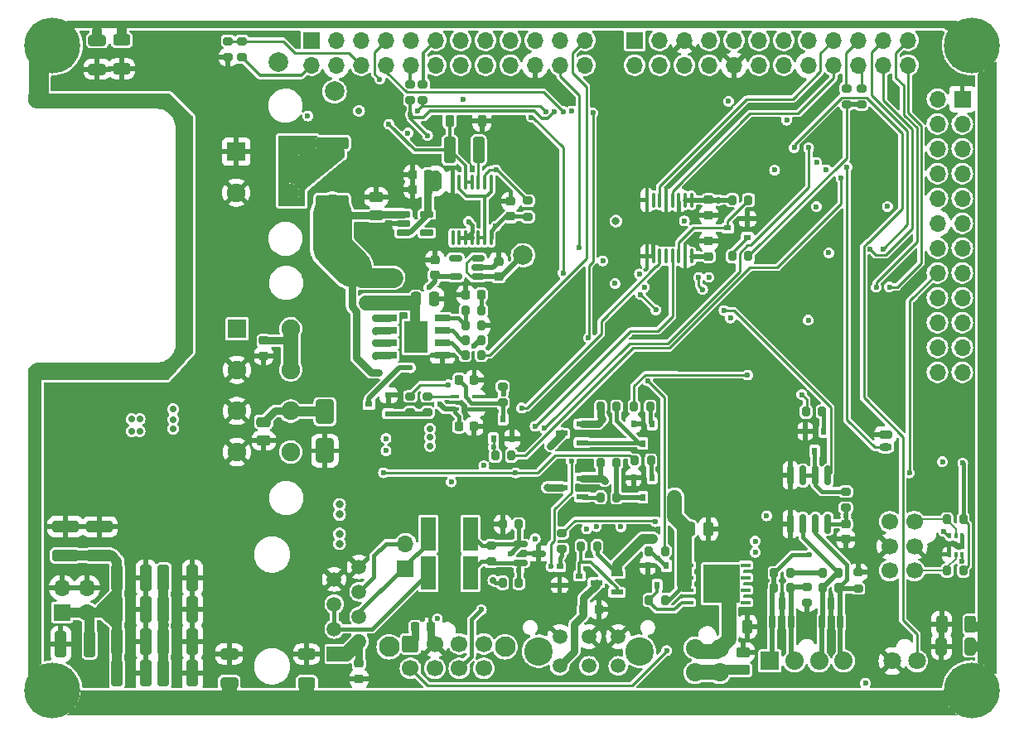
<source format=gbr>
%TF.GenerationSoftware,KiCad,Pcbnew,8.0.5*%
%TF.CreationDate,2024-12-26T16:36:04+00:00*%
%TF.ProjectId,mallow_adapt_v1.2,6d616c6c-6f77-45f6-9164-6170745f7631,rev?*%
%TF.SameCoordinates,Original*%
%TF.FileFunction,Copper,L1,Top*%
%TF.FilePolarity,Positive*%
%FSLAX46Y46*%
G04 Gerber Fmt 4.6, Leading zero omitted, Abs format (unit mm)*
G04 Created by KiCad (PCBNEW 8.0.5) date 2024-12-26 16:36:04*
%MOMM*%
%LPD*%
G01*
G04 APERTURE LIST*
G04 Aperture macros list*
%AMRoundRect*
0 Rectangle with rounded corners*
0 $1 Rounding radius*
0 $2 $3 $4 $5 $6 $7 $8 $9 X,Y pos of 4 corners*
0 Add a 4 corners polygon primitive as box body*
4,1,4,$2,$3,$4,$5,$6,$7,$8,$9,$2,$3,0*
0 Add four circle primitives for the rounded corners*
1,1,$1+$1,$2,$3*
1,1,$1+$1,$4,$5*
1,1,$1+$1,$6,$7*
1,1,$1+$1,$8,$9*
0 Add four rect primitives between the rounded corners*
20,1,$1+$1,$2,$3,$4,$5,0*
20,1,$1+$1,$4,$5,$6,$7,0*
20,1,$1+$1,$6,$7,$8,$9,0*
20,1,$1+$1,$8,$9,$2,$3,0*%
G04 Aperture macros list end*
%TA.AperFunction,SMDPad,CuDef*%
%ADD10RoundRect,0.250000X-0.312500X-0.625000X0.312500X-0.625000X0.312500X0.625000X-0.312500X0.625000X0*%
%TD*%
%TA.AperFunction,SMDPad,CuDef*%
%ADD11RoundRect,0.250000X-0.325000X-1.100000X0.325000X-1.100000X0.325000X1.100000X-0.325000X1.100000X0*%
%TD*%
%TA.AperFunction,SMDPad,CuDef*%
%ADD12RoundRect,0.100000X0.350000X0.100000X-0.350000X0.100000X-0.350000X-0.100000X0.350000X-0.100000X0*%
%TD*%
%TA.AperFunction,SMDPad,CuDef*%
%ADD13RoundRect,0.200000X-0.275000X0.200000X-0.275000X-0.200000X0.275000X-0.200000X0.275000X0.200000X0*%
%TD*%
%TA.AperFunction,SMDPad,CuDef*%
%ADD14RoundRect,0.200000X0.200000X0.275000X-0.200000X0.275000X-0.200000X-0.275000X0.200000X-0.275000X0*%
%TD*%
%TA.AperFunction,SMDPad,CuDef*%
%ADD15RoundRect,0.250000X0.325000X1.100000X-0.325000X1.100000X-0.325000X-1.100000X0.325000X-1.100000X0*%
%TD*%
%TA.AperFunction,SMDPad,CuDef*%
%ADD16RoundRect,0.250000X-0.250000X-0.475000X0.250000X-0.475000X0.250000X0.475000X-0.250000X0.475000X0*%
%TD*%
%TA.AperFunction,SMDPad,CuDef*%
%ADD17RoundRect,0.225000X0.250000X-0.225000X0.250000X0.225000X-0.250000X0.225000X-0.250000X-0.225000X0*%
%TD*%
%TA.AperFunction,SMDPad,CuDef*%
%ADD18RoundRect,0.250000X0.450000X-0.262500X0.450000X0.262500X-0.450000X0.262500X-0.450000X-0.262500X0*%
%TD*%
%TA.AperFunction,SMDPad,CuDef*%
%ADD19RoundRect,0.250000X-0.650000X0.325000X-0.650000X-0.325000X0.650000X-0.325000X0.650000X0.325000X0*%
%TD*%
%TA.AperFunction,ComponentPad*%
%ADD20C,3.600000*%
%TD*%
%TA.AperFunction,ConnectorPad*%
%ADD21C,5.700000*%
%TD*%
%TA.AperFunction,SMDPad,CuDef*%
%ADD22RoundRect,0.200000X0.275000X-0.200000X0.275000X0.200000X-0.275000X0.200000X-0.275000X-0.200000X0*%
%TD*%
%TA.AperFunction,SMDPad,CuDef*%
%ADD23RoundRect,0.225000X-0.225000X-0.250000X0.225000X-0.250000X0.225000X0.250000X-0.225000X0.250000X0*%
%TD*%
%TA.AperFunction,SMDPad,CuDef*%
%ADD24RoundRect,0.150000X0.150000X-0.587500X0.150000X0.587500X-0.150000X0.587500X-0.150000X-0.587500X0*%
%TD*%
%TA.AperFunction,SMDPad,CuDef*%
%ADD25RoundRect,0.150000X-0.587500X-0.150000X0.587500X-0.150000X0.587500X0.150000X-0.587500X0.150000X0*%
%TD*%
%TA.AperFunction,SMDPad,CuDef*%
%ADD26R,0.800000X0.600000*%
%TD*%
%TA.AperFunction,SMDPad,CuDef*%
%ADD27R,0.600000X0.800000*%
%TD*%
%TA.AperFunction,SMDPad,CuDef*%
%ADD28C,2.000000*%
%TD*%
%TA.AperFunction,SMDPad,CuDef*%
%ADD29RoundRect,0.250000X-0.625000X0.312500X-0.625000X-0.312500X0.625000X-0.312500X0.625000X0.312500X0*%
%TD*%
%TA.AperFunction,SMDPad,CuDef*%
%ADD30RoundRect,0.200000X-0.200000X-0.275000X0.200000X-0.275000X0.200000X0.275000X-0.200000X0.275000X0*%
%TD*%
%TA.AperFunction,SMDPad,CuDef*%
%ADD31RoundRect,0.225000X0.225000X0.250000X-0.225000X0.250000X-0.225000X-0.250000X0.225000X-0.250000X0*%
%TD*%
%TA.AperFunction,SMDPad,CuDef*%
%ADD32R,0.420000X0.600000*%
%TD*%
%TA.AperFunction,SMDPad,CuDef*%
%ADD33O,0.420000X0.600000*%
%TD*%
%TA.AperFunction,SMDPad,CuDef*%
%ADD34RoundRect,0.250000X0.650000X-0.325000X0.650000X0.325000X-0.650000X0.325000X-0.650000X-0.325000X0*%
%TD*%
%TA.AperFunction,SMDPad,CuDef*%
%ADD35RoundRect,0.250000X1.100000X-0.325000X1.100000X0.325000X-1.100000X0.325000X-1.100000X-0.325000X0*%
%TD*%
%TA.AperFunction,SMDPad,CuDef*%
%ADD36RoundRect,0.250000X-1.425000X0.362500X-1.425000X-0.362500X1.425000X-0.362500X1.425000X0.362500X0*%
%TD*%
%TA.AperFunction,SMDPad,CuDef*%
%ADD37RoundRect,0.250000X0.650000X-1.000000X0.650000X1.000000X-0.650000X1.000000X-0.650000X-1.000000X0*%
%TD*%
%TA.AperFunction,SMDPad,CuDef*%
%ADD38R,1.500000X3.430000*%
%TD*%
%TA.AperFunction,SMDPad,CuDef*%
%ADD39RoundRect,0.250000X-0.475000X0.250000X-0.475000X-0.250000X0.475000X-0.250000X0.475000X0.250000X0*%
%TD*%
%TA.AperFunction,SMDPad,CuDef*%
%ADD40R,1.250000X0.600000*%
%TD*%
%TA.AperFunction,SMDPad,CuDef*%
%ADD41RoundRect,0.250000X0.325000X0.650000X-0.325000X0.650000X-0.325000X-0.650000X0.325000X-0.650000X0*%
%TD*%
%TA.AperFunction,SMDPad,CuDef*%
%ADD42RoundRect,0.225000X-0.250000X0.225000X-0.250000X-0.225000X0.250000X-0.225000X0.250000X0.225000X0*%
%TD*%
%TA.AperFunction,SMDPad,CuDef*%
%ADD43R,1.525000X0.700000*%
%TD*%
%TA.AperFunction,SMDPad,CuDef*%
%ADD44R,2.400000X3.200000*%
%TD*%
%TA.AperFunction,SMDPad,CuDef*%
%ADD45RoundRect,0.075000X-0.600000X-0.225000X0.600000X-0.225000X0.600000X0.225000X-0.600000X0.225000X0*%
%TD*%
%TA.AperFunction,SMDPad,CuDef*%
%ADD46RoundRect,0.250000X0.625000X-0.312500X0.625000X0.312500X-0.625000X0.312500X-0.625000X-0.312500X0*%
%TD*%
%TA.AperFunction,SMDPad,CuDef*%
%ADD47RoundRect,0.150000X-0.150000X0.825000X-0.150000X-0.825000X0.150000X-0.825000X0.150000X0.825000X0*%
%TD*%
%TA.AperFunction,SMDPad,CuDef*%
%ADD48RoundRect,0.225000X-0.225000X-0.375000X0.225000X-0.375000X0.225000X0.375000X-0.225000X0.375000X0*%
%TD*%
%TA.AperFunction,SMDPad,CuDef*%
%ADD49RoundRect,0.100000X-0.100000X0.637500X-0.100000X-0.637500X0.100000X-0.637500X0.100000X0.637500X0*%
%TD*%
%TA.AperFunction,SMDPad,CuDef*%
%ADD50RoundRect,0.150000X0.512500X0.150000X-0.512500X0.150000X-0.512500X-0.150000X0.512500X-0.150000X0*%
%TD*%
%TA.AperFunction,SMDPad,CuDef*%
%ADD51R,1.016000X0.406400*%
%TD*%
%TA.AperFunction,SMDPad,CuDef*%
%ADD52R,3.821000X3.908998*%
%TD*%
%TA.AperFunction,SMDPad,CuDef*%
%ADD53RoundRect,0.250000X0.475000X-0.250000X0.475000X0.250000X-0.475000X0.250000X-0.475000X-0.250000X0*%
%TD*%
%TA.AperFunction,ComponentPad*%
%ADD54C,1.520000*%
%TD*%
%TA.AperFunction,ComponentPad*%
%ADD55C,2.909999*%
%TD*%
%TA.AperFunction,ComponentPad*%
%ADD56R,1.875000X1.875000*%
%TD*%
%TA.AperFunction,ComponentPad*%
%ADD57C,1.875000*%
%TD*%
%TA.AperFunction,ComponentPad*%
%ADD58C,1.800000*%
%TD*%
%TA.AperFunction,ComponentPad*%
%ADD59R,1.700000X1.700000*%
%TD*%
%TA.AperFunction,ComponentPad*%
%ADD60O,1.700000X1.700000*%
%TD*%
%TA.AperFunction,ComponentPad*%
%ADD61R,1.500000X1.500000*%
%TD*%
%TA.AperFunction,ComponentPad*%
%ADD62C,1.500000*%
%TD*%
%TA.AperFunction,ComponentPad*%
%ADD63R,1.900000X1.900000*%
%TD*%
%TA.AperFunction,ComponentPad*%
%ADD64C,1.900000*%
%TD*%
%TA.AperFunction,ComponentPad*%
%ADD65RoundRect,0.250000X-0.600000X-0.600000X0.600000X-0.600000X0.600000X0.600000X-0.600000X0.600000X0*%
%TD*%
%TA.AperFunction,ComponentPad*%
%ADD66C,1.700000*%
%TD*%
%TA.AperFunction,ComponentPad*%
%ADD67C,2.100000*%
%TD*%
%TA.AperFunction,ComponentPad*%
%ADD68RoundRect,0.200000X-0.450000X0.200000X-0.450000X-0.200000X0.450000X-0.200000X0.450000X0.200000X0*%
%TD*%
%TA.AperFunction,ComponentPad*%
%ADD69O,1.300000X0.800000*%
%TD*%
%TA.AperFunction,ViaPad*%
%ADD70C,0.600000*%
%TD*%
%TA.AperFunction,ViaPad*%
%ADD71C,0.800000*%
%TD*%
%TA.AperFunction,ViaPad*%
%ADD72C,0.700000*%
%TD*%
%TA.AperFunction,Conductor*%
%ADD73C,0.750000*%
%TD*%
%TA.AperFunction,Conductor*%
%ADD74C,0.500000*%
%TD*%
%TA.AperFunction,Conductor*%
%ADD75C,1.000000*%
%TD*%
%TA.AperFunction,Conductor*%
%ADD76C,2.000000*%
%TD*%
%TA.AperFunction,Conductor*%
%ADD77C,1.500000*%
%TD*%
%TA.AperFunction,Conductor*%
%ADD78C,0.200000*%
%TD*%
%TA.AperFunction,Conductor*%
%ADD79C,0.300000*%
%TD*%
%TA.AperFunction,Conductor*%
%ADD80C,0.250000*%
%TD*%
%TA.AperFunction,Conductor*%
%ADD81C,0.400000*%
%TD*%
%TA.AperFunction,Conductor*%
%ADD82C,4.000000*%
%TD*%
G04 APERTURE END LIST*
D10*
%TO.P,R32,1*%
%TO.N,GND*%
X215538595Y-121003600D03*
%TO.P,R32,2*%
%TO.N,GND_CHASSIS*%
X218463595Y-121003600D03*
%TD*%
D11*
%TO.P,C47,1*%
%TO.N,+12V*%
X131276095Y-122753600D03*
%TO.P,C47,2*%
%TO.N,GND*%
X134226095Y-122753600D03*
%TD*%
D12*
%TO.P,U13,1*%
%TO.N,GND*%
X168001095Y-99003600D03*
%TO.P,U13,2*%
%TO.N,Net-(C69-Pad1)*%
X168001095Y-98353600D03*
%TO.P,U13,3,GND*%
%TO.N,GND*%
X168001095Y-97703600D03*
%TO.P,U13,4*%
%TO.N,Net-(R65-Pad1)*%
X165801095Y-97703600D03*
%TO.P,U13,5,VCC*%
%TO.N,+1V8_SB*%
X165801095Y-99003600D03*
%TD*%
D13*
%TO.P,R64,1*%
%TO.N,/Watchdog/WD{slash}INT*%
X173251095Y-77678600D03*
%TO.P,R64,2*%
%TO.N,+3.3VP*%
X173251095Y-79328600D03*
%TD*%
D14*
%TO.P,R35,1*%
%TO.N,Net-(Q9-Pad3)*%
X182326095Y-104503600D03*
%TO.P,R35,2*%
%TO.N,+3.3VP*%
X180676095Y-104503600D03*
%TD*%
D15*
%TO.P,C41,1*%
%TO.N,+12V*%
X128476095Y-123003600D03*
%TO.P,C41,2*%
%TO.N,GND*%
X125526095Y-123003600D03*
%TD*%
D16*
%TO.P,C9,1*%
%TO.N,+12V*%
X161801095Y-87753600D03*
%TO.P,C9,2*%
%TO.N,GND*%
X163701095Y-87753600D03*
%TD*%
D17*
%TO.P,C70,1*%
%TO.N,+3.3VP*%
X171501095Y-79278600D03*
%TO.P,C70,2*%
%TO.N,GND*%
X171501095Y-77728600D03*
%TD*%
D18*
%TO.P,R16,1*%
%TO.N,/Connectors/FB*%
X195251095Y-125666100D03*
%TO.P,R16,2*%
%TO.N,GND*%
X195251095Y-123841100D03*
%TD*%
D19*
%TO.P,C52,1*%
%TO.N,GND_CHASSIS*%
X129251095Y-61278600D03*
%TO.P,C52,2*%
%TO.N,GND*%
X129251095Y-64228600D03*
%TD*%
D20*
%TO.P,H1,1,1*%
%TO.N,GND_CHASSIS*%
X218651085Y-61778600D03*
D21*
X218651085Y-61778600D03*
%TD*%
D17*
%TO.P,C28,1*%
%TO.N,+3.3VP*%
X170255902Y-85446818D03*
%TO.P,C28,2*%
%TO.N,GND*%
X170255902Y-83896818D03*
%TD*%
D22*
%TO.P,R67,1*%
%TO.N,Net-(C69-Pad1)*%
X170676076Y-98329051D03*
%TO.P,R67,2*%
%TO.N,+3.3VP*%
X170676076Y-96679051D03*
%TD*%
D23*
%TO.P,C69,1*%
%TO.N,Net-(C69-Pad1)*%
X166226095Y-96003600D03*
%TO.P,C69,2*%
%TO.N,GND*%
X167776095Y-96003600D03*
%TD*%
D24*
%TO.P,D5,1,A1*%
%TO.N,/Rs485/RS485_A_1*%
X198251095Y-120753600D03*
%TO.P,D5,2,A2*%
%TO.N,/Rs485/RS485_B_1*%
X200151095Y-120753600D03*
%TO.P,D5,3,common*%
%TO.N,GND*%
X199201095Y-118878600D03*
%TD*%
D25*
%TO.P,D3,1,A1*%
%TO.N,/Rs485/RS485_B_K*%
X172476095Y-112803600D03*
%TO.P,D3,2,A2*%
%TO.N,/Rs485/RS485_A_K*%
X172476095Y-114703600D03*
%TO.P,D3,3,common*%
%TO.N,GND*%
X174351095Y-113753600D03*
%TD*%
D14*
%TO.P,R47,1*%
%TO.N,/Rs485/RS485_V+*%
X200076095Y-115753600D03*
%TO.P,R47,2*%
%TO.N,/Rs485/RS485_A_1*%
X198426095Y-115753600D03*
%TD*%
D26*
%TO.P,Q17,1*%
%TO.N,Net-(Q17-Pad1)*%
X159021095Y-99453600D03*
%TO.P,Q17,2*%
%TO.N,GND*%
X159021095Y-97553600D03*
%TO.P,Q17,3*%
%TO.N,Net-(D7-A)*%
X157001095Y-98503600D03*
%TD*%
D14*
%TO.P,R39,1*%
%TO.N,/Rs485/RS485_B_K*%
X172326095Y-110753600D03*
%TO.P,R39,2*%
%TO.N,GND*%
X170676095Y-110753600D03*
%TD*%
D22*
%TO.P,R4,1*%
%TO.N,UART_1_CTRL*%
X207351095Y-67828600D03*
%TO.P,R4,2*%
%TO.N,/Connectors/UART_1_CTS*%
X207351095Y-66178600D03*
%TD*%
D27*
%TO.P,Q18,1*%
%TO.N,Net-(C12-Pad1)*%
X169751095Y-102003600D03*
%TO.P,Q18,2*%
%TO.N,GND*%
X171651095Y-102003600D03*
%TO.P,Q18,3*%
%TO.N,Net-(C69-Pad1)*%
X170701095Y-99983600D03*
%TD*%
D28*
%TO.P,TP7,1,1*%
%TO.N,+5V*%
X147751095Y-63503600D03*
%TD*%
D27*
%TO.P,Q1,1*%
%TO.N,Net-(Q1-Pad1)*%
X185951095Y-100493600D03*
%TO.P,Q1,2*%
%TO.N,GND*%
X184051095Y-100493600D03*
%TO.P,Q1,3*%
%TO.N,Net-(Q5-G)*%
X185001095Y-102513600D03*
%TD*%
D29*
%TO.P,R31,1*%
%TO.N,GND*%
X150656095Y-124041100D03*
%TO.P,R31,2*%
%TO.N,GND_CHASSIS*%
X150656095Y-126966100D03*
%TD*%
D22*
%TO.P,R60,1*%
%TO.N,GND*%
X142628916Y-62995834D03*
%TO.P,R60,2*%
%TO.N,/Connectors/ADC2*%
X142628916Y-61345834D03*
%TD*%
D28*
%TO.P,TP8,1,1*%
%TO.N,+3.3VP*%
X172751095Y-83253600D03*
%TD*%
D22*
%TO.P,R26,1*%
%TO.N,i2C_1_SDA_H*%
X161251095Y-67403600D03*
%TO.P,R26,2*%
%TO.N,/Connectors/i2C_1_SDA*%
X161251095Y-65753600D03*
%TD*%
D30*
%TO.P,R10,1*%
%TO.N,Net-(IC4-DIM)*%
X185637095Y-113503600D03*
%TO.P,R10,2*%
%TO.N,/Connectors/PWM1*%
X187287095Y-113503600D03*
%TD*%
D24*
%TO.P,D4,1,A1*%
%TO.N,/Rs485/RS485_A_2*%
X203301095Y-120770959D03*
%TO.P,D4,2,A2*%
%TO.N,/Rs485/RS485_B_2*%
X205201095Y-120770959D03*
%TO.P,D4,3,common*%
%TO.N,GND*%
X204251095Y-118895959D03*
%TD*%
D14*
%TO.P,R14,1*%
%TO.N,+12V*%
X187287095Y-118503600D03*
%TO.P,R14,2*%
%TO.N,Net-(Q4-G)*%
X185637095Y-118503600D03*
%TD*%
D31*
%TO.P,C25,1*%
%TO.N,+3.3VP*%
X163051095Y-76503600D03*
%TO.P,C25,2*%
%TO.N,GND*%
X161501095Y-76503600D03*
%TD*%
D32*
%TO.P,U1,1,S2*%
%TO.N,GND*%
X216326095Y-113853600D03*
D33*
%TO.P,U1,2,G2*%
%TO.N,/Connectors/BAT1_in*%
X216976094Y-113853600D03*
%TO.P,U1,3,D1*%
%TO.N,/Connectors/ADC4*%
X217626093Y-113853600D03*
%TO.P,U1,4,S1*%
%TO.N,GND*%
X217626093Y-111953598D03*
%TO.P,U1,5,G1*%
%TO.N,/Connectors/BAT2_in*%
X216976094Y-111953598D03*
%TO.P,U1,6,D2*%
%TO.N,/Connectors/ADC3*%
X216326095Y-111953598D03*
%TD*%
D30*
%TO.P,R34,1*%
%TO.N,Net-(Q10-Pad1)*%
X194151095Y-83353600D03*
%TO.P,R34,2*%
%TO.N,UART_1_CTRL*%
X195801095Y-83353600D03*
%TD*%
D17*
%TO.P,C37,1*%
%TO.N,+1V8_SB*%
X163751095Y-85278600D03*
%TO.P,C37,2*%
%TO.N,GND*%
X163751095Y-83728600D03*
%TD*%
D34*
%TO.P,C53,1*%
%TO.N,GND_CHASSIS*%
X142751095Y-126978600D03*
%TO.P,C53,2*%
%TO.N,GND*%
X142751095Y-124028600D03*
%TD*%
D11*
%TO.P,C34,1*%
%TO.N,+12V*%
X136026095Y-116253600D03*
%TO.P,C34,2*%
%TO.N,GND*%
X138976095Y-116253600D03*
%TD*%
D35*
%TO.P,C32,1*%
%TO.N,+12V*%
X129501095Y-113978600D03*
%TO.P,C32,2*%
%TO.N,GND*%
X129501095Y-111028600D03*
%TD*%
D14*
%TO.P,R5,1*%
%TO.N,Net-(Q1-Pad1)*%
X185751095Y-98753600D03*
%TO.P,R5,2*%
%TO.N,/Connectors/SENS_EN*%
X184101095Y-98753600D03*
%TD*%
D28*
%TO.P,TP6,1,1*%
%TO.N,/Connectors/+3.3V*%
X153501095Y-66503600D03*
%TD*%
D14*
%TO.P,R7,1*%
%TO.N,+3.3VP*%
X168501095Y-91943600D03*
%TO.P,R7,2*%
%TO.N,Net-(IC1-SEN)*%
X166851095Y-91943600D03*
%TD*%
D31*
%TO.P,C23,1*%
%TO.N,+3.3VP*%
X163051095Y-75003600D03*
%TO.P,C23,2*%
%TO.N,GND*%
X161501095Y-75003600D03*
%TD*%
%TO.P,C5,1*%
%TO.N,Net-(C5-Pad1)*%
X168476095Y-87293600D03*
%TO.P,C5,2*%
%TO.N,GND*%
X166926095Y-87293600D03*
%TD*%
D36*
%TO.P,R28,1*%
%TO.N,Net-(IC2-SENSEN)*%
X153251095Y-71791100D03*
%TO.P,R28,2*%
%TO.N,+BATT+*%
X153251095Y-77716100D03*
%TD*%
D27*
%TO.P,Q9,1*%
%TO.N,Net-(Q9-Pad1)*%
X185951095Y-105993600D03*
%TO.P,Q9,2*%
%TO.N,GND*%
X184051095Y-105993600D03*
%TO.P,Q9,3*%
%TO.N,Net-(Q9-Pad3)*%
X185001095Y-108013600D03*
%TD*%
D20*
%TO.P,H4,1,1*%
%TO.N,GND_CHASSIS*%
X218651085Y-127778600D03*
D21*
X218651085Y-127778600D03*
%TD*%
D27*
%TO.P,Q16,1*%
%TO.N,Net-(Q16-Pad1)*%
X203501095Y-101253600D03*
%TO.P,Q16,2*%
%TO.N,GND*%
X201601095Y-101253600D03*
%TO.P,Q16,3*%
%TO.N,Net-(U9-DE)*%
X202551095Y-103273600D03*
%TD*%
D30*
%TO.P,R45,1*%
%TO.N,/Rs485/RS485_V+*%
X170676095Y-116753600D03*
%TO.P,R45,2*%
%TO.N,/Rs485/RS485_A_K*%
X172326095Y-116753600D03*
%TD*%
%TO.P,R12,1*%
%TO.N,+3.3VP*%
X180676095Y-98753600D03*
%TO.P,R12,2*%
%TO.N,Net-(Q5-G)*%
X182326095Y-98753600D03*
%TD*%
D37*
%TO.P,D1,1,A1*%
%TO.N,GND*%
X152501095Y-103253600D03*
%TO.P,D1,2,A2*%
%TO.N,+24V*%
X152501095Y-99253600D03*
%TD*%
D14*
%TO.P,R40,1*%
%TO.N,Net-(Q9-Pad3)*%
X182326095Y-108003600D03*
%TO.P,R40,2*%
%TO.N,Net-(Q11-G)*%
X180676095Y-108003600D03*
%TD*%
D13*
%TO.P,R65,1*%
%TO.N,Net-(R65-Pad1)*%
X163001095Y-97678600D03*
%TO.P,R65,2*%
%TO.N,Net-(Q17-Pad1)*%
X163001095Y-99328600D03*
%TD*%
D38*
%TO.P,F1,1,1*%
%TO.N,/Rs485/RS485_B_K*%
X167376095Y-111753600D03*
%TO.P,F1,2,2*%
%TO.N,/Rs485/T{slash}R-*%
X163076095Y-111753600D03*
%TD*%
D20*
%TO.P,H3,1,1*%
%TO.N,GND_CHASSIS*%
X124651095Y-127778600D03*
D21*
X124651095Y-127778600D03*
%TD*%
D15*
%TO.P,C66,1*%
%TO.N,Net-(C66-Pad1)*%
X168226095Y-72503600D03*
%TO.P,C66,2*%
%TO.N,Net-(D8-K)*%
X165276095Y-72503600D03*
%TD*%
D26*
%TO.P,Q2,1*%
%TO.N,Net-(Q2-Pad1)*%
X176501095Y-115103600D03*
%TO.P,Q2,2*%
%TO.N,GND*%
X176501095Y-117003600D03*
%TO.P,Q2,3*%
%TO.N,Net-(Q6-G)*%
X178521095Y-116053600D03*
%TD*%
D39*
%TO.P,C14,1*%
%TO.N,+24V*%
X146251095Y-100303600D03*
%TO.P,C14,2*%
%TO.N,GND*%
X146251095Y-102203600D03*
%TD*%
D14*
%TO.P,R33,1*%
%TO.N,Net-(Q9-Pad1)*%
X185826095Y-104253600D03*
%TO.P,R33,2*%
%TO.N,Kerong*%
X184176095Y-104253600D03*
%TD*%
%TO.P,R42,1*%
%TO.N,/Rs485/RS485_B_2*%
X205004410Y-117262269D03*
%TO.P,R42,2*%
%TO.N,/Rs485/RS485_A_2*%
X203354410Y-117262269D03*
%TD*%
D13*
%TO.P,R41,1*%
%TO.N,/Rs485/RS485_B_K*%
X169484193Y-112947257D03*
%TO.P,R41,2*%
%TO.N,/Rs485/RS485_A_K*%
X169484193Y-114597257D03*
%TD*%
D40*
%TO.P,Q6,1,G*%
%TO.N,Net-(Q6-G)*%
X182351095Y-117708600D03*
%TO.P,Q6,2,S*%
%TO.N,+5V*%
X182351095Y-115798600D03*
%TO.P,Q6,3,D*%
%TO.N,Net-(J5-Pin_1)*%
X180251095Y-116753600D03*
%TD*%
D27*
%TO.P,Q3,1*%
%TO.N,Net-(IC4-DIM)*%
X187412095Y-115007263D03*
%TO.P,Q3,2*%
%TO.N,GND*%
X185512095Y-115007263D03*
%TO.P,Q3,3*%
%TO.N,Net-(Q4-G)*%
X186462095Y-117027263D03*
%TD*%
D41*
%TO.P,C54,1*%
%TO.N,GND_CHASSIS*%
X218476095Y-123253600D03*
%TO.P,C54,2*%
%TO.N,GND*%
X215526095Y-123253600D03*
%TD*%
D22*
%TO.P,R66,1*%
%TO.N,Net-(Q17-Pad1)*%
X161251095Y-99328600D03*
%TO.P,R66,2*%
%TO.N,WD_OUT*%
X161251095Y-97678600D03*
%TD*%
D11*
%TO.P,C43,1*%
%TO.N,+12V*%
X136026095Y-126003600D03*
%TO.P,C43,2*%
%TO.N,GND*%
X138976095Y-126003600D03*
%TD*%
D42*
%TO.P,C63,1*%
%TO.N,/Rs485/RS485_V+*%
X205751095Y-110728600D03*
%TO.P,C63,2*%
%TO.N,GND*%
X205751095Y-112278600D03*
%TD*%
D40*
%TO.P,Q11,1,G*%
%TO.N,Net-(Q11-G)*%
X178851095Y-107958600D03*
%TO.P,Q11,2,S*%
%TO.N,+3.3VP*%
X178851095Y-106048600D03*
%TO.P,Q11,3,D*%
%TO.N,/Rs485/RS485_V+*%
X176751095Y-107003600D03*
%TD*%
D23*
%TO.P,C10,1*%
%TO.N,Net-(J5-Pin_1)*%
X178951095Y-119503600D03*
%TO.P,C10,2*%
%TO.N,GND*%
X180501095Y-119503600D03*
%TD*%
D42*
%TO.P,C13,1*%
%TO.N,Net-(IC1-OUT_1)*%
X146251095Y-91978600D03*
%TO.P,C13,2*%
%TO.N,GND*%
X146251095Y-93528600D03*
%TD*%
D11*
%TO.P,C38,1*%
%TO.N,+12V*%
X131276095Y-119503600D03*
%TO.P,C38,2*%
%TO.N,GND*%
X134226095Y-119503600D03*
%TD*%
D16*
%TO.P,C7,1*%
%TO.N,/Connectors/Led*%
X193801095Y-121253600D03*
%TO.P,C7,2*%
%TO.N,GND*%
X195701095Y-121253600D03*
%TD*%
D22*
%TO.P,R36,1*%
%TO.N,/Rs485/RS485_B_2*%
X207001095Y-117328600D03*
%TO.P,R36,2*%
%TO.N,GND*%
X207001095Y-115678600D03*
%TD*%
D13*
%TO.P,R58,1*%
%TO.N,/Connectors/ADC2*%
X144001095Y-61353600D03*
%TO.P,R58,2*%
%TO.N,/Connectors/+3.3V*%
X144001095Y-63003600D03*
%TD*%
D42*
%TO.P,C55,1*%
%TO.N,+1V8*%
X191726095Y-77578600D03*
%TO.P,C55,2*%
%TO.N,GND*%
X191726095Y-79128600D03*
%TD*%
D17*
%TO.P,C58,1*%
%TO.N,+3.3VP*%
X191726095Y-83378600D03*
%TO.P,C58,2*%
%TO.N,GND*%
X191726095Y-81828600D03*
%TD*%
D13*
%TO.P,R61,1*%
%TO.N,Net-(U9-DE)*%
X205751095Y-107428600D03*
%TO.P,R61,2*%
%TO.N,/Rs485/RS485_V+*%
X205751095Y-109078600D03*
%TD*%
D14*
%TO.P,R11,1*%
%TO.N,GND*%
X168526095Y-90443600D03*
%TO.P,R11,2*%
%TO.N,Net-(IC1-SENSE)*%
X166876095Y-90443600D03*
%TD*%
D22*
%TO.P,R27,1*%
%TO.N,i2C_1_SCL_H*%
X162501095Y-67403600D03*
%TO.P,R27,2*%
%TO.N,/Connectors/i2C_1_SCL*%
X162501095Y-65753600D03*
%TD*%
D13*
%TO.P,R37,1*%
%TO.N,/Rs485/RS485_B_1*%
X201751095Y-117178600D03*
%TO.P,R37,2*%
%TO.N,GND*%
X201751095Y-118828600D03*
%TD*%
D43*
%TO.P,IC1,1,GND*%
%TO.N,GND*%
X164501095Y-93503600D03*
%TO.P,IC1,2,IN*%
%TO.N,Net-(IC1-IN)*%
X164501095Y-92233600D03*
%TO.P,IC1,3,SEN*%
%TO.N,Net-(IC1-SEN)*%
X164501095Y-90963600D03*
%TO.P,IC1,4,SENSE*%
%TO.N,Net-(IC1-SENSE)*%
X164501095Y-89693600D03*
%TO.P,IC1,5,OUT_1*%
%TO.N,Net-(IC1-OUT_1)*%
X159077095Y-89693600D03*
%TO.P,IC1,6,OUT_2*%
X159077095Y-90963600D03*
%TO.P,IC1,7,OUT_3*%
X159077095Y-92233600D03*
%TO.P,IC1,8,OUT_4*%
X159077095Y-93503600D03*
D44*
%TO.P,IC1,9,VBB*%
%TO.N,+12V*%
X161789095Y-91598600D03*
%TD*%
D45*
%TO.P,U2,1,VIN*%
%TO.N,+BATT+*%
X160566095Y-79053600D03*
%TO.P,U2,2,GND*%
%TO.N,GND*%
X160566095Y-80003600D03*
%TO.P,U2,3,VOUT*%
%TO.N,+3.3VP*%
X160566095Y-80953600D03*
%TO.P,U2,4*%
%TO.N,N/C*%
X162936095Y-80953600D03*
%TO.P,U2,5,VOUT*%
%TO.N,+3.3VP*%
X162936095Y-79053600D03*
%TD*%
D23*
%TO.P,C68,1*%
%TO.N,+1V8_SB*%
X166201095Y-100753600D03*
%TO.P,C68,2*%
%TO.N,GND*%
X167751095Y-100753600D03*
%TD*%
D14*
%TO.P,R43,1*%
%TO.N,/Rs485/RS485_B_1*%
X200076095Y-117253600D03*
%TO.P,R43,2*%
%TO.N,/Rs485/RS485_A_1*%
X198426095Y-117253600D03*
%TD*%
D23*
%TO.P,C8,1*%
%TO.N,Net-(J6-Pin_1)*%
X161751095Y-121253600D03*
%TO.P,C8,2*%
%TO.N,GND*%
X163301095Y-121253600D03*
%TD*%
D14*
%TO.P,R38,1*%
%TO.N,Net-(U5-2~{OE})*%
X195801095Y-77603600D03*
%TO.P,R38,2*%
%TO.N,+1V8*%
X194151095Y-77603600D03*
%TD*%
D30*
%TO.P,R46,1*%
%TO.N,/Rs485/RS485_V+*%
X203363503Y-115752859D03*
%TO.P,R46,2*%
%TO.N,/Rs485/RS485_A_2*%
X205013503Y-115752859D03*
%TD*%
D16*
%TO.P,C6,1*%
%TO.N,+12V*%
X189801095Y-111253600D03*
%TO.P,C6,2*%
%TO.N,GND*%
X191701095Y-111253600D03*
%TD*%
D46*
%TO.P,R30,1*%
%TO.N,GND*%
X131751095Y-64178600D03*
%TO.P,R30,2*%
%TO.N,GND_CHASSIS*%
X131751095Y-61253600D03*
%TD*%
D35*
%TO.P,C39,1*%
%TO.N,+12V*%
X126001095Y-113953600D03*
%TO.P,C39,2*%
%TO.N,GND*%
X126001095Y-111003600D03*
%TD*%
D40*
%TO.P,Q5,1,G*%
%TO.N,Net-(Q5-G)*%
X178801095Y-102413600D03*
%TO.P,Q5,2,S*%
%TO.N,+3.3VP*%
X178801095Y-100503600D03*
%TO.P,Q5,3,D*%
%TO.N,Net-(J6-Pin_1)*%
X176701095Y-101458600D03*
%TD*%
D47*
%TO.P,U9,1,RO*%
%TO.N,UART_2_RX_2*%
X203906095Y-105778600D03*
%TO.P,U9,2,~{RE}*%
%TO.N,Net-(U9-DE)*%
X202636095Y-105778600D03*
%TO.P,U9,3,DE*%
X201366095Y-105778600D03*
%TO.P,U9,4,DI*%
%TO.N,GND*%
X200096095Y-105778600D03*
%TO.P,U9,5,GND*%
X200096095Y-110728600D03*
%TO.P,U9,6,A*%
%TO.N,/Rs485/RS485_A_2*%
X201366095Y-110728600D03*
%TO.P,U9,7,B*%
%TO.N,/Rs485/RS485_B_2*%
X202636095Y-110728600D03*
%TO.P,U9,8,VCC*%
%TO.N,/Rs485/RS485_V+*%
X203906095Y-110728600D03*
%TD*%
D48*
%TO.P,D8,1,K*%
%TO.N,Net-(D8-K)*%
X165251095Y-69503600D03*
%TO.P,D8,2,A*%
%TO.N,GND*%
X168551095Y-69503600D03*
%TD*%
D49*
%TO.P,U5,1,VCCA*%
%TO.N,+1V8*%
X189976095Y-77628600D03*
%TO.P,U5,2,1DIR*%
X189326095Y-77628600D03*
%TO.P,U5,3,2DIR*%
%TO.N,GND*%
X188676095Y-77628600D03*
%TO.P,U5,4,1A1*%
%TO.N,UART_1_TX*%
X188026095Y-77628600D03*
%TO.P,U5,5,1A2*%
%TO.N,GND*%
X187376095Y-77628600D03*
%TO.P,U5,6,2A1*%
%TO.N,UART_1_RX*%
X186726095Y-77628600D03*
%TO.P,U5,7,2A2*%
%TO.N,unconnected-(U5-2A2-Pad7)*%
X186076095Y-77628600D03*
%TO.P,U5,8,GND*%
%TO.N,GND*%
X185426095Y-77628600D03*
%TO.P,U5,9,GND*%
X185426095Y-83353600D03*
%TO.P,U5,10,2B2*%
X186076095Y-83353600D03*
%TO.P,U5,11,2B1*%
%TO.N,/Rs485/UART_1_RX_H*%
X186726095Y-83353600D03*
%TO.P,U5,12,1B2*%
%TO.N,unconnected-(U5-1B2-Pad12)*%
X187376095Y-83353600D03*
%TO.P,U5,13,1B1*%
%TO.N,/Rs485/UART_1_TX_H*%
X188026095Y-83353600D03*
%TO.P,U5,14,2~{OE}*%
%TO.N,Net-(U5-2~{OE})*%
X188676095Y-83353600D03*
%TO.P,U5,15,1~{OE}*%
%TO.N,GND*%
X189326095Y-83353600D03*
%TO.P,U5,16,VCCB*%
%TO.N,+3.3VP*%
X189976095Y-83353600D03*
%TD*%
D20*
%TO.P,H2,1,1*%
%TO.N,GND_CHASSIS*%
X124651095Y-61778600D03*
D21*
X124651095Y-61778600D03*
%TD*%
D14*
%TO.P,R6,1*%
%TO.N,/Connectors/DC{slash}DC_EN*%
X168501095Y-93443600D03*
%TO.P,R6,2*%
%TO.N,Net-(IC1-IN)*%
X166851095Y-93443600D03*
%TD*%
D38*
%TO.P,F2,1,1*%
%TO.N,/Rs485/RS485_A_K*%
X167376095Y-115753600D03*
%TO.P,F2,2,2*%
%TO.N,/Rs485/RXD+*%
X163076095Y-115753600D03*
%TD*%
D49*
%TO.P,U12,1*%
%TO.N,Net-(U12-Pad1)*%
X169501095Y-75753600D03*
%TO.P,U12,2*%
%TO.N,/Watchdog/WD{slash}INT*%
X168851095Y-75753600D03*
%TO.P,U12,3*%
%TO.N,Net-(C66-Pad1)*%
X168201095Y-75753600D03*
%TO.P,U12,4*%
%TO.N,Net-(D8-K)*%
X167551095Y-75753600D03*
%TO.P,U12,5*%
X166901095Y-75753600D03*
%TO.P,U12,6*%
%TO.N,Net-(U12-Pad1)*%
X166251095Y-75753600D03*
%TO.P,U12,7,GND*%
%TO.N,GND*%
X165601095Y-75753600D03*
%TO.P,U12,8*%
%TO.N,/Watchdog/{slash}WD_OUT*%
X165601095Y-81478600D03*
%TO.P,U12,9*%
%TO.N,WD_OUT*%
X166251095Y-81478600D03*
%TO.P,U12,10*%
X166901095Y-81478600D03*
%TO.P,U12,11*%
X167551095Y-81478600D03*
%TO.P,U12,12*%
%TO.N,Net-(U12-Pad1)*%
X168201095Y-81478600D03*
%TO.P,U12,13*%
X168851095Y-81478600D03*
%TO.P,U12,14,VCC*%
%TO.N,+3.3VP*%
X169501095Y-81478600D03*
%TD*%
D26*
%TO.P,Q10,1*%
%TO.N,Net-(Q10-Pad1)*%
X195683119Y-81411557D03*
%TO.P,Q10,2*%
%TO.N,GND*%
X195683119Y-79511557D03*
%TO.P,Q10,3*%
%TO.N,Net-(U5-2~{OE})*%
X193663119Y-80461557D03*
%TD*%
D30*
%TO.P,R69,1*%
%TO.N,Net-(C12-Pad1)*%
X169926095Y-103753600D03*
%TO.P,R69,2*%
%TO.N,WAKE_PIN*%
X171576095Y-103753600D03*
%TD*%
D22*
%TO.P,R3,1*%
%TO.N,UART_1_CTRL*%
X205801095Y-67828600D03*
%TO.P,R3,2*%
%TO.N,/Connectors/UART_1_RTS*%
X205801095Y-66178600D03*
%TD*%
D14*
%TO.P,R8,1*%
%TO.N,Net-(C5-Pad1)*%
X168526095Y-88893600D03*
%TO.P,R8,2*%
%TO.N,Net-(IC1-SENSE)*%
X166876095Y-88893600D03*
%TD*%
D50*
%TO.P,U3,1,IN*%
%TO.N,+3.3VP*%
X168138595Y-85453600D03*
%TO.P,U3,2,GND*%
%TO.N,GND*%
X168138595Y-84503600D03*
%TO.P,U3,3,EN*%
%TO.N,+3.3VP*%
X168138595Y-83553600D03*
%TO.P,U3,4,NC*%
%TO.N,unconnected-(U3-NC-Pad4)*%
X165863595Y-83553600D03*
%TO.P,U3,5,OUT*%
%TO.N,+1V8_SB*%
X165863595Y-85453600D03*
%TD*%
D14*
%TO.P,R13,1*%
%TO.N,+5V*%
X180326095Y-113003600D03*
%TO.P,R13,2*%
%TO.N,Net-(Q6-G)*%
X178676095Y-113003600D03*
%TD*%
D51*
%TO.P,Q4,1,S*%
%TO.N,+12V*%
X189659095Y-114943600D03*
%TO.P,Q4,2,S*%
X189659095Y-116213600D03*
%TO.P,Q4,3,S*%
X189659095Y-117483600D03*
%TO.P,Q4,4,G*%
%TO.N,Net-(Q4-G)*%
X189659095Y-118753600D03*
%TO.P,Q4,5,D*%
%TO.N,/Connectors/Led*%
X195501095Y-118753600D03*
%TO.P,Q4,6,D*%
X195501095Y-117483600D03*
%TO.P,Q4,7,D*%
X195501095Y-116213600D03*
D52*
%TO.P,Q4,8,D*%
X193082595Y-116849901D03*
D51*
X195501095Y-114943600D03*
%TD*%
D53*
%TO.P,C21,1*%
%TO.N,+BATT+*%
X157751095Y-79203600D03*
%TO.P,C21,2*%
%TO.N,GND*%
X157751095Y-77303600D03*
%TD*%
D22*
%TO.P,R9,1*%
%TO.N,Net-(Q2-Pad1)*%
X176751095Y-113328600D03*
%TO.P,R9,2*%
%TO.N,/Connectors/SCANNER_EN*%
X176751095Y-111678600D03*
%TD*%
D11*
%TO.P,C31,1*%
%TO.N,+12V*%
X131276095Y-116253600D03*
%TO.P,C31,2*%
%TO.N,GND*%
X134226095Y-116253600D03*
%TD*%
%TO.P,C42,1*%
%TO.N,+12V*%
X131276095Y-126003600D03*
%TO.P,C42,2*%
%TO.N,GND*%
X134226095Y-126003600D03*
%TD*%
D14*
%TO.P,R21,1*%
%TO.N,/Connectors/+3.3V*%
X217751095Y-115503600D03*
%TO.P,R21,2*%
%TO.N,/Connectors/BAT1_in*%
X216101095Y-115503600D03*
%TD*%
%TO.P,R59,1*%
%TO.N,Net-(Q16-Pad1)*%
X203326095Y-99253600D03*
%TO.P,R59,2*%
%TO.N,UART_2_TX_2*%
X201676095Y-99253600D03*
%TD*%
D42*
%TO.P,C60,1*%
%TO.N,Net-(C60-Pad1)*%
X156001095Y-125003600D03*
%TO.P,C60,2*%
%TO.N,GND*%
X156001095Y-126553600D03*
%TD*%
D14*
%TO.P,R23,1*%
%TO.N,/Connectors/+3.3V*%
X217751095Y-110253600D03*
%TO.P,R23,2*%
%TO.N,/Connectors/BAT2_in*%
X216101095Y-110253600D03*
%TD*%
D11*
%TO.P,C36,1*%
%TO.N,+12V*%
X136026095Y-122753600D03*
%TO.P,C36,2*%
%TO.N,GND*%
X138976095Y-122753600D03*
%TD*%
%TO.P,C35,1*%
%TO.N,+12V*%
X136026095Y-119503600D03*
%TO.P,C35,2*%
%TO.N,GND*%
X138976095Y-119503600D03*
%TD*%
D54*
%TO.P,J5,1,Pin_1*%
%TO.N,Net-(J5-Pin_1)*%
X176501097Y-125253599D03*
%TO.P,J5,2,Pin_2*%
%TO.N,RS232_TX*%
X179501096Y-125253599D03*
%TO.P,J5,3,Pin_3*%
%TO.N,RS232_RX*%
X182501095Y-125253599D03*
%TO.P,J5,4,Pin_4*%
%TO.N,GND*%
X176501097Y-122253600D03*
%TO.P,J5,5,Pin_5*%
X179501096Y-122253600D03*
%TO.P,J5,6,Pin_6*%
X182501095Y-122253600D03*
D55*
%TO.P,J5,P1,Pin_6*%
%TO.N,GND_CHASSIS*%
X174351099Y-123753599D03*
%TO.P,J5,P2,Pin_6*%
X184651093Y-123753599D03*
%TD*%
D56*
%TO.P,J4,1,Pin_1*%
%TO.N,/Rs485/RS485_A_1*%
X198001095Y-124753600D03*
D57*
%TO.P,J4,2,Pin_2*%
%TO.N,/Rs485/RS485_B_1*%
X200501095Y-124753600D03*
%TO.P,J4,3,Pin_3*%
%TO.N,/Rs485/RS485_A_2*%
X203001095Y-124753600D03*
%TO.P,J4,4,Pin_4*%
%TO.N,/Rs485/RS485_B_2*%
X205501095Y-124753600D03*
%TD*%
D58*
%TO.P,J3,1,Pin_1*%
%TO.N,GND*%
X210501095Y-124753600D03*
%TO.P,J3,2,Pin_2*%
%TO.N,ALARM*%
X213001095Y-124753600D03*
%TD*%
D59*
%TO.P,X19,1,Pin_1*%
%TO.N,unconnected-(X19-Pin_1-Pad1)*%
X184171094Y-61278628D03*
D60*
%TO.P,X19,2,Pin_2*%
%TO.N,unconnected-(X19-Pin_2-Pad2)*%
X184171094Y-63818628D03*
%TO.P,X19,3,Pin_3*%
%TO.N,unconnected-(X19-Pin_3-Pad3)*%
X186711094Y-61278628D03*
%TO.P,X19,4,Pin_4*%
%TO.N,unconnected-(X19-Pin_4-Pad4)*%
X186711094Y-63818628D03*
%TO.P,X19,5,Pin_5*%
%TO.N,GND*%
X189251094Y-61278628D03*
%TO.P,X19,6,Pin_6*%
%TO.N,unconnected-(X19-Pin_6-Pad6)*%
X189251094Y-63818628D03*
%TO.P,X19,7,Pin_7*%
%TO.N,unconnected-(X19-Pin_7-Pad7)*%
X191791094Y-61278628D03*
%TO.P,X19,8,Pin_8*%
%TO.N,unconnected-(X19-Pin_8-Pad8)*%
X191791094Y-63818628D03*
%TO.P,X19,9,Pin_9*%
%TO.N,unconnected-(X19-Pin_9-Pad9)*%
X194331094Y-61278628D03*
%TO.P,X19,10,Pin_10*%
%TO.N,GND*%
X194331094Y-63818628D03*
%TO.P,X19,11,Pin_11*%
%TO.N,unconnected-(X19-Pin_11-Pad11)*%
X196871094Y-61278628D03*
%TO.P,X19,12,Pin_12*%
%TO.N,unconnected-(X19-Pin_12-Pad12)*%
X196871094Y-63818628D03*
%TO.P,X19,13,Pin_13*%
%TO.N,unconnected-(X19-Pin_13-Pad13)*%
X199411094Y-61278628D03*
%TO.P,X19,14,Pin_14*%
%TO.N,unconnected-(X19-Pin_14-Pad14)*%
X199411094Y-63818628D03*
%TO.P,X19,15,Pin_15*%
%TO.N,unconnected-(X19-Pin_15-Pad15)*%
X201951094Y-61278628D03*
%TO.P,X19,16,Pin_16*%
%TO.N,GND*%
X201951094Y-63818628D03*
%TO.P,X19,17,Pin_17*%
%TO.N,UART_1_RX*%
X204491094Y-61278628D03*
%TO.P,X19,18,Pin_18*%
%TO.N,UART_1_TX*%
X204491094Y-63818628D03*
%TO.P,X19,19,Pin_19*%
%TO.N,/Connectors/UART_1_RTS*%
X207031094Y-61278628D03*
%TO.P,X19,20,Pin_20*%
%TO.N,/Connectors/UART_1_CTS*%
X207031094Y-63818628D03*
%TO.P,X19,21,Pin_21*%
%TO.N,UART_2_RX*%
X209571094Y-61278628D03*
%TO.P,X19,22,Pin_22*%
%TO.N,UART_2_TX*%
X209571094Y-63818628D03*
%TO.P,X19,23,Pin_23*%
%TO.N,UART_2_RTS*%
X212111094Y-61278628D03*
%TO.P,X19,24,Pin_24*%
%TO.N,UART_2_CTS*%
X212111094Y-63818628D03*
%TD*%
D61*
%TO.P,J9,1*%
%TO.N,Net-(C60-Pad1)*%
X153461095Y-124023600D03*
D62*
%TO.P,J9,2*%
X156001095Y-122753600D03*
%TO.P,J9,3*%
%TO.N,/Rs485/RXD+*%
X153461095Y-121483600D03*
%TO.P,J9,4*%
%TO.N,/Rs485/T{slash}R-*%
X156001095Y-120213600D03*
%TO.P,J9,5*%
%TO.N,/Rs485/RXD+*%
X153461095Y-118943600D03*
%TO.P,J9,6*%
%TO.N,/Rs485/RXD-*%
X156001095Y-117673600D03*
%TO.P,J9,7*%
%TO.N,GND*%
X153461095Y-116403600D03*
%TO.P,J9,8*%
X156001095Y-115133600D03*
%TD*%
D63*
%TO.P,J1,1,Pin_1*%
%TO.N,GND*%
X143451095Y-72653600D03*
D64*
%TO.P,J1,2,Pin_2*%
X143451095Y-76853600D03*
%TO.P,J1,3,Pin_3*%
%TO.N,Net-(IC2-SENSEN)*%
X148951095Y-72653600D03*
%TO.P,J1,4,Pin_4*%
X148951095Y-76853600D03*
%TD*%
D65*
%TO.P,J6,1,Pin_1*%
%TO.N,Net-(J6-Pin_1)*%
X161251095Y-123003600D03*
D66*
%TO.P,J6,2,Pin_2*%
%TO.N,GND*%
X163751095Y-123003600D03*
%TO.P,J6,3,Pin_3*%
%TO.N,/Connectors/ADC1*%
X166251095Y-123003600D03*
%TO.P,J6,4,Pin_4*%
%TO.N,MOV_SENS*%
X168751095Y-123003600D03*
%TO.P,J6,5,Pin_5*%
%TO.N,UART_2_TX_PROG*%
X161251095Y-125503600D03*
%TO.P,J6,6,Pin_6*%
%TO.N,UART_2_RX_PROG*%
X163751095Y-125503600D03*
%TO.P,J6,7,Pin_7*%
%TO.N,/Connectors/PROG{slash}*%
X166251095Y-125503600D03*
%TO.P,J6,8,Pin_8*%
%TO.N,/Connectors/BOOT{slash}*%
X168751095Y-125503600D03*
D67*
%TO.P,J6,P1,Pin_8*%
%TO.N,GND_CHASSIS*%
X159081097Y-123293599D03*
%TO.P,J6,P2,Pin_8*%
X170921073Y-123293599D03*
%TD*%
D59*
%TO.P,X10,1,Pin_1*%
%TO.N,+5V*%
X151151095Y-61278600D03*
D60*
%TO.P,X10,2,Pin_2*%
%TO.N,/Connectors/+3.3V*%
X151151095Y-63818600D03*
%TO.P,X10,3,Pin_3*%
%TO.N,Net-(X10-Pin_3)*%
X153691095Y-61278600D03*
%TO.P,X10,4,Pin_4*%
%TO.N,GND*%
X153691095Y-63818600D03*
%TO.P,X10,5,Pin_5*%
%TO.N,/Connectors/ADC1*%
X156231095Y-61278600D03*
%TO.P,X10,6,Pin_6*%
%TO.N,/Connectors/ADC2*%
X156231095Y-63818600D03*
%TO.P,X10,7,Pin_7*%
%TO.N,/Connectors/ADC3*%
X158771095Y-61278600D03*
%TO.P,X10,8,Pin_8*%
%TO.N,/Connectors/ADC4*%
X158771095Y-63818600D03*
%TO.P,X10,9,Pin_9*%
%TO.N,GND*%
X161311095Y-61278600D03*
%TO.P,X10,10,Pin_10*%
%TO.N,/Connectors/i2C_1_SDA*%
X161311095Y-63818600D03*
%TO.P,X10,11,Pin_11*%
%TO.N,/Connectors/i2C_1_SCL*%
X163851095Y-61278600D03*
%TO.P,X10,12,Pin_12*%
%TO.N,unconnected-(X10-Pin_12-Pad12)*%
X163851095Y-63818600D03*
%TO.P,X10,13,Pin_13*%
%TO.N,unconnected-(X10-Pin_13-Pad13)*%
X166391095Y-61278600D03*
%TO.P,X10,14,Pin_14*%
%TO.N,unconnected-(X10-Pin_14-Pad14)*%
X166391095Y-63818600D03*
%TO.P,X10,15,Pin_15*%
%TO.N,unconnected-(X10-Pin_15-Pad15)*%
X168931095Y-61278600D03*
%TO.P,X10,16,Pin_16*%
%TO.N,unconnected-(X10-Pin_16-Pad16)*%
X168931095Y-63818600D03*
%TO.P,X10,17,Pin_17*%
%TO.N,unconnected-(X10-Pin_17-Pad17)*%
X171471095Y-61278600D03*
%TO.P,X10,18,Pin_18*%
%TO.N,/Connectors/PWM1*%
X171471095Y-63818600D03*
%TO.P,X10,19,Pin_19*%
%TO.N,/Connectors/PWM2*%
X174011095Y-61278600D03*
%TO.P,X10,20,Pin_20*%
%TO.N,GND*%
X174011095Y-63818600D03*
%TO.P,X10,21,Pin_21*%
%TO.N,/Connectors/PROG{slash}*%
X176551095Y-61278600D03*
%TO.P,X10,22,Pin_22*%
%TO.N,Kerong*%
X176551095Y-63818600D03*
%TO.P,X10,23,Pin_23*%
%TO.N,/Connectors/DC{slash}DC_EN*%
X179091095Y-61278600D03*
%TO.P,X10,24,Pin_24*%
%TO.N,Net-(X10-Pin_24)*%
X179091095Y-63818600D03*
%TD*%
D63*
%TO.P,J10,1,Pin_1*%
%TO.N,/Connectors/PRT_PWR*%
X143513596Y-90778600D03*
D64*
%TO.P,J10,2,Pin_2*%
%TO.N,GND*%
X143513596Y-94978600D03*
%TO.P,J10,3,Pin_3*%
X143513596Y-99178600D03*
%TO.P,J10,4,Pin_4*%
X143513596Y-103378600D03*
%TO.P,J10,5,Pin_5*%
%TO.N,Net-(IC1-OUT_1)*%
X149013596Y-90778600D03*
%TO.P,J10,6,Pin_6*%
X149013596Y-94978600D03*
%TO.P,J10,7,Pin_7*%
%TO.N,+24V*%
X149013596Y-99178600D03*
%TO.P,J10,8,Pin_8*%
X149013596Y-103378600D03*
%TD*%
D57*
%TO.P,J2,1,Pin_1*%
%TO.N,/Connectors/Led*%
X190341095Y-123433600D03*
%TO.P,J2,2,Pin_2*%
%TO.N,/Connectors/FB*%
X190341095Y-125933600D03*
%TO.P,J2,3,Pin_3*%
%TO.N,/Connectors/Led*%
X192841095Y-123433600D03*
%TO.P,J2,4,Pin_4*%
%TO.N,/Connectors/FB*%
X192841095Y-125933600D03*
%TD*%
D59*
%TO.P,X5,1,Pin_1*%
%TO.N,+12V*%
X125651123Y-119778596D03*
D60*
%TO.P,X5,2,Pin_2*%
X128191123Y-119778596D03*
%TO.P,X5,3,Pin_3*%
%TO.N,GND*%
X125651123Y-117238596D03*
%TO.P,X5,4,Pin_4*%
X128191123Y-117238596D03*
%TD*%
D59*
%TO.P,X16,1,Pin_1*%
%TO.N,GND*%
X217651087Y-67278624D03*
D60*
%TO.P,X16,2,Pin_2*%
%TO.N,Net-(JP2-A)*%
X215111087Y-67278624D03*
%TO.P,X16,3,Pin_3*%
%TO.N,unconnected-(X16-Pin_3-Pad3)*%
X217651087Y-69818624D03*
%TO.P,X16,4,Pin_4*%
%TO.N,unconnected-(X16-Pin_4-Pad4)*%
X215111087Y-69818624D03*
%TO.P,X16,5,Pin_5*%
%TO.N,WAKE_PIN*%
X217651087Y-72358624D03*
%TO.P,X16,6,Pin_6*%
%TO.N,unconnected-(X16-Pin_6-Pad6)*%
X215111087Y-72358624D03*
%TO.P,X16,7,Pin_7*%
%TO.N,/Connectors/CTRL_SLEEP*%
X217651087Y-74898624D03*
%TO.P,X16,8,Pin_8*%
%TO.N,unconnected-(X16-Pin_8-Pad8)*%
X215111087Y-74898624D03*
%TO.P,X16,9,Pin_9*%
%TO.N,/Connectors/CTRL_RESET*%
X217651087Y-77438624D03*
%TO.P,X16,10,Pin_10*%
%TO.N,unconnected-(X16-Pin_10-Pad10)*%
X215111087Y-77438624D03*
%TO.P,X16,11,Pin_11*%
%TO.N,unconnected-(X16-Pin_11-Pad11)*%
X217651087Y-79978624D03*
%TO.P,X16,12,Pin_12*%
%TO.N,GND*%
X215111087Y-79978624D03*
%TO.P,X16,13,Pin_13*%
%TO.N,/Connectors/SCANNER_EN*%
X217651087Y-82518624D03*
%TO.P,X16,14,Pin_14*%
%TO.N,/Connectors/PRT_CTRL*%
X215111087Y-82518624D03*
%TO.P,X16,15,Pin_15*%
%TO.N,/Connectors/SENS_EN*%
X217651087Y-85058624D03*
%TO.P,X16,16,Pin_16*%
%TO.N,/Connectors/BOOT{slash}*%
X215111087Y-85058624D03*
%TO.P,X16,17,Pin_17*%
%TO.N,unconnected-(X16-Pin_17-Pad17)*%
X217651087Y-87598624D03*
%TO.P,X16,18,Pin_18*%
%TO.N,unconnected-(X16-Pin_18-Pad18)*%
X215111087Y-87598624D03*
%TO.P,X16,19,Pin_19*%
%TO.N,unconnected-(X16-Pin_19-Pad19)*%
X217651087Y-90138624D03*
%TO.P,X16,20,Pin_20*%
%TO.N,unconnected-(X16-Pin_20-Pad20)*%
X215111087Y-90138624D03*
%TO.P,X16,21,Pin_21*%
%TO.N,unconnected-(X16-Pin_21-Pad21)*%
X217651087Y-92678624D03*
%TO.P,X16,22,Pin_22*%
%TO.N,unconnected-(X16-Pin_22-Pad22)*%
X215111087Y-92678624D03*
%TO.P,X16,23,Pin_23*%
%TO.N,unconnected-(X16-Pin_23-Pad23)*%
X217651087Y-95218624D03*
%TO.P,X16,24,Pin_24*%
%TO.N,unconnected-(X16-Pin_24-Pad24)*%
X215111087Y-95218624D03*
%TD*%
D66*
%TO.P,J7,1,Pin_1*%
%TO.N,/Connectors/BAT2_in*%
X212751095Y-110503600D03*
%TO.P,J7,2,Pin_2*%
%TO.N,GND*%
X212751095Y-113003600D03*
%TO.P,J7,3,Pin_3*%
%TO.N,/Connectors/BAT1_in*%
X212751095Y-115503600D03*
%TO.P,J7,4,Pin_4*%
%TO.N,Net-(J7-Pin_4)*%
X210251095Y-110503600D03*
%TO.P,J7,5,Pin_5*%
%TO.N,GND*%
X210251095Y-113003600D03*
%TO.P,J7,6,Pin_6*%
%TO.N,Net-(J7-Pin_6)*%
X210251095Y-115503600D03*
%TD*%
D68*
%TO.P,J11,1,Pin_1*%
%TO.N,GND*%
X209801095Y-101628600D03*
D69*
%TO.P,J11,2,Pin_2*%
%TO.N,TOUCH_INT*%
X209801095Y-102878600D03*
%TD*%
D59*
%TO.P,JP1,1,Pin_1*%
%TO.N,/Rs485/T{slash}R-*%
X160751095Y-115278600D03*
D60*
%TO.P,JP1,2,Pin_2*%
%TO.N,/Rs485/RXD-*%
X160751095Y-112738600D03*
%TD*%
D70*
%TO.N,GND*%
X150725060Y-125570414D03*
X165251095Y-117503600D03*
X201751095Y-79753600D03*
X194251095Y-73753600D03*
X183827597Y-79384895D03*
X166901095Y-69503600D03*
X156251095Y-109503600D03*
X151751095Y-106253600D03*
X204251095Y-120503600D03*
X207430390Y-68788608D03*
X216346049Y-88890542D03*
X208501095Y-88503600D03*
X175251095Y-111503600D03*
X200092687Y-108627490D03*
X132780669Y-119502710D03*
X153251095Y-86753600D03*
X187419679Y-79332626D03*
X209501095Y-92753600D03*
X159751095Y-121503600D03*
X193598326Y-78690297D03*
X137525809Y-126014809D03*
X164001095Y-71753600D03*
X182501095Y-101503600D03*
X206751095Y-94503600D03*
X165001095Y-77253600D03*
X211001095Y-94253600D03*
X126001095Y-112503600D03*
X208501095Y-96253600D03*
X214751095Y-107253600D03*
X183751095Y-77003600D03*
X217001095Y-123253600D03*
X210501095Y-98503600D03*
X216301784Y-73605912D03*
X216361875Y-94128863D03*
X156251095Y-97253600D03*
X175251095Y-109503600D03*
X175251095Y-93753600D03*
X129001095Y-126861204D03*
X137525809Y-116282285D03*
X203921263Y-108645809D03*
X199251095Y-82503600D03*
X212001095Y-84253600D03*
X210501095Y-66503600D03*
X198001095Y-75253600D03*
X183973122Y-107135267D03*
X182751095Y-62503600D03*
X218631360Y-105924573D03*
X216352473Y-83781124D03*
X200501095Y-81003600D03*
X174339366Y-114530255D03*
X161843737Y-81935125D03*
X164251095Y-82003600D03*
X189001095Y-72253600D03*
X214751095Y-103003600D03*
X207332187Y-71823271D03*
X169483031Y-99333333D03*
X179336581Y-109499309D03*
X162501095Y-120503600D03*
X174751095Y-86253600D03*
X143261950Y-125725811D03*
X172501095Y-96753600D03*
X201759598Y-121803555D03*
X182251095Y-91503600D03*
X159001095Y-98503600D03*
X137454561Y-122751635D03*
X186001095Y-81253600D03*
X179501095Y-104503600D03*
X197665727Y-113628855D03*
X213001095Y-96253600D03*
X195751095Y-80503600D03*
X168501095Y-108753600D03*
X218631360Y-101633963D03*
X203358700Y-77086141D03*
X216361875Y-97135754D03*
X158942425Y-80010013D03*
X216501095Y-112753600D03*
X166006847Y-94226786D03*
X160001095Y-72003600D03*
X198251095Y-78503600D03*
X183086881Y-106217374D03*
X194611174Y-79819200D03*
X216330223Y-91485964D03*
X161991716Y-84045801D03*
X144802064Y-124211308D03*
X166001095Y-79003600D03*
X168096673Y-102542357D03*
X172501095Y-91503600D03*
X164754412Y-110532461D03*
X188251095Y-90503600D03*
X199198131Y-120503600D03*
X167501095Y-65003600D03*
X137525809Y-119502710D03*
X188001095Y-65253600D03*
X185464457Y-79338733D03*
X204001095Y-87003600D03*
X164124489Y-73570114D03*
X199596049Y-72287081D03*
X156251095Y-108003600D03*
X186001095Y-73753600D03*
X197251095Y-73753600D03*
X132752170Y-126000559D03*
X179756136Y-107061089D03*
X170101095Y-77703600D03*
X217001095Y-121003600D03*
X159501095Y-77253600D03*
X151751095Y-97003600D03*
X178751095Y-89753600D03*
X190501095Y-65253600D03*
X196501095Y-72253600D03*
X155501095Y-77003600D03*
X213001095Y-101003600D03*
X155501095Y-73253600D03*
X179501095Y-98753600D03*
X151751095Y-107753600D03*
X184049944Y-115820414D03*
X161518791Y-73693781D03*
X151501095Y-88753600D03*
X179941090Y-115835463D03*
X171501095Y-112003600D03*
X182251095Y-95503600D03*
X216301784Y-76217160D03*
X171501095Y-106753600D03*
X193501095Y-72253600D03*
X132766420Y-122837133D03*
X190501095Y-88303600D03*
X151751095Y-95003600D03*
X165104516Y-64968736D03*
X213001095Y-107253600D03*
X178702245Y-87389292D03*
X198001095Y-65253600D03*
X204001095Y-73003600D03*
X156251095Y-106503600D03*
X132752170Y-116239536D03*
X216751095Y-100003600D03*
X170251095Y-65003600D03*
%TO.N,GND_CHASSIS*%
X198701095Y-129103600D03*
X194701095Y-129103600D03*
X122801095Y-122003600D03*
X128251095Y-95003600D03*
X132652448Y-59661607D03*
X188701095Y-129103600D03*
X220201095Y-96003600D03*
X138101095Y-80003600D03*
X220201095Y-98003600D03*
X138652448Y-59661607D03*
X134251095Y-95003600D03*
X137501095Y-93753600D03*
X190652448Y-59661607D03*
X122801095Y-114003600D03*
X156652448Y-59661607D03*
X182701095Y-129103600D03*
X150652448Y-59661607D03*
X130251095Y-95003600D03*
X123251095Y-67503600D03*
X186701095Y-129103600D03*
X148701095Y-129103600D03*
X131301095Y-67503600D03*
X188652448Y-59661607D03*
X212701095Y-129103600D03*
X220201095Y-104003600D03*
X122801095Y-108003600D03*
X184701095Y-129103600D03*
X220201095Y-80003600D03*
X152701095Y-129103600D03*
X212652448Y-59661607D03*
X194652448Y-59661607D03*
X122801095Y-120003600D03*
X220201095Y-112003600D03*
X132701095Y-129103600D03*
X138101095Y-76003600D03*
X138103337Y-92013824D03*
X184652448Y-59661607D03*
X133301095Y-67503600D03*
X168652448Y-59661607D03*
X154701095Y-129103600D03*
X129301095Y-67503600D03*
X122801095Y-118003600D03*
X136701095Y-129103600D03*
X202652448Y-59661607D03*
X220201095Y-88003600D03*
X176652448Y-59661607D03*
X202701095Y-129103600D03*
X136652448Y-59661607D03*
X220201095Y-68003600D03*
X220201095Y-108003600D03*
X164652448Y-59661607D03*
X220201095Y-114003600D03*
X123251095Y-65503600D03*
X122801095Y-112003600D03*
X137251095Y-68253600D03*
X122801095Y-106003600D03*
X182652448Y-59661607D03*
X220201095Y-76003600D03*
X144701095Y-129103600D03*
X162701095Y-129103600D03*
X138101095Y-72003600D03*
X138101095Y-86003600D03*
X148652448Y-59661607D03*
X208652448Y-59661607D03*
X130652448Y-59661607D03*
X172701095Y-129103600D03*
X220201095Y-116003600D03*
X140701095Y-129103600D03*
X122801095Y-124003600D03*
X220199859Y-120003599D03*
X174701095Y-129103600D03*
X196701095Y-129103600D03*
X206652448Y-59661607D03*
X214652448Y-59661607D03*
X144652448Y-59661607D03*
X166652448Y-59661607D03*
X146701095Y-129103600D03*
X168701095Y-129103600D03*
X138101095Y-70003600D03*
X132251095Y-95003600D03*
X220201095Y-92003600D03*
X138101095Y-78003600D03*
X122801095Y-104003600D03*
X166701095Y-129103600D03*
X128652448Y-59661607D03*
X142652448Y-59661607D03*
X220201095Y-70003600D03*
X220201095Y-78003600D03*
X122801095Y-110003600D03*
X162652448Y-59661607D03*
X186652448Y-59661607D03*
X178701095Y-129103600D03*
X220201095Y-74003600D03*
X160701095Y-129103600D03*
X122801095Y-96003600D03*
X220201095Y-66003600D03*
X220201095Y-102003600D03*
X200652448Y-59661607D03*
X170652448Y-59661607D03*
X220201095Y-118003600D03*
X124251095Y-95003600D03*
X190701095Y-129103600D03*
X220201095Y-100003600D03*
X138103337Y-90013824D03*
X122801095Y-98003600D03*
X146652448Y-59661607D03*
X204652448Y-59661607D03*
X127301095Y-67503600D03*
X196652448Y-59661607D03*
X198652448Y-59661607D03*
X154652448Y-59661607D03*
X158652448Y-59661607D03*
X220201095Y-84003600D03*
X220201095Y-86003600D03*
X138101095Y-82003600D03*
X214701095Y-129103600D03*
X138701095Y-129103600D03*
X134701095Y-129103600D03*
X152652448Y-59661607D03*
X122801095Y-102003600D03*
X220201095Y-94003600D03*
X138101095Y-74003600D03*
X220199859Y-124003599D03*
X140652448Y-59661607D03*
X220201095Y-82003600D03*
X210701095Y-129103600D03*
X138101095Y-84003600D03*
X130701095Y-129103600D03*
X134652448Y-59661607D03*
X206701095Y-129103600D03*
X160652448Y-59661607D03*
X176701095Y-129103600D03*
X220199859Y-122003599D03*
X220201095Y-106003600D03*
X122801095Y-116003600D03*
X192652448Y-59661607D03*
X135301095Y-67503600D03*
X122801095Y-100003600D03*
X126251095Y-95003600D03*
X200701095Y-129103600D03*
X220201095Y-110003600D03*
X158701095Y-129103600D03*
X210652448Y-59661607D03*
X220201095Y-90003600D03*
X125301095Y-67503600D03*
X204701095Y-129103600D03*
X170701095Y-129103600D03*
X180652448Y-59661607D03*
X174652448Y-59661607D03*
X156701095Y-129103600D03*
X164701095Y-129103600D03*
X192701095Y-129103600D03*
X178652448Y-59661607D03*
X142701095Y-129103600D03*
X136251095Y-95003600D03*
X172652448Y-59661607D03*
X208701095Y-129103600D03*
X220201095Y-72003600D03*
X180701095Y-129103600D03*
X138101095Y-88003600D03*
X150701095Y-129103600D03*
%TO.N,WAKE_PIN*%
X205251095Y-75322849D03*
D71*
%TO.N,+5V*%
X147751095Y-63503600D03*
X186001095Y-112253600D03*
D70*
%TO.N,/Connectors/ADC1*%
X165434153Y-106436658D03*
X150751095Y-69003600D03*
D71*
%TO.N,/Connectors/+3.3V*%
X153543595Y-66211100D03*
D70*
X217701095Y-104503600D03*
%TO.N,/Connectors/ADC4*%
X217576924Y-114528600D03*
X215626095Y-104378600D03*
X176859153Y-68545542D03*
%TO.N,/Connectors/ADC3*%
X158126095Y-65253600D03*
X215751095Y-111503600D03*
X177701095Y-68503600D03*
%TO.N,UART_2_RX*%
X209526095Y-82603600D03*
%TO.N,UART_2_TX*%
X208201095Y-82603600D03*
%TO.N,Net-(JP2-A)*%
X193751095Y-67503600D03*
%TO.N,+3.3VP*%
X169976095Y-80278600D03*
X164001095Y-75003600D03*
X167751095Y-92503600D03*
X164001095Y-75628600D03*
X182751095Y-111028600D03*
X190701095Y-83378600D03*
X174001095Y-112253600D03*
X170751095Y-97429051D03*
D71*
X180901095Y-100003600D03*
D70*
X201901095Y-89903600D03*
X180919595Y-83822100D03*
D71*
X172751095Y-83253600D03*
D70*
X164001095Y-76253600D03*
D71*
X181101095Y-106303600D03*
D72*
%TO.N,/Connectors/PRT_PWR*%
X137003595Y-100038117D03*
X137001095Y-99003600D03*
X137001095Y-101003600D03*
D71*
%TO.N,/Rs485/RS485_V+*%
X175251095Y-107003600D03*
D70*
X201751095Y-115753600D03*
D72*
X169726095Y-116503600D03*
D70*
X197651095Y-109903600D03*
X205751095Y-109903600D03*
D72*
%TO.N,Net-(C60-Pad1)*%
X163251095Y-101878600D03*
X163251095Y-102753600D03*
X163251095Y-101003600D03*
%TO.N,+1V8*%
X192751095Y-77603600D03*
D70*
X202738595Y-78291100D03*
X199701095Y-69428600D03*
X204001095Y-83003600D03*
X166619867Y-67298656D03*
X198466475Y-74538220D03*
D72*
X156001095Y-68503600D03*
D70*
X210001095Y-78253600D03*
D71*
%TO.N,+BATT+*%
X157667761Y-85563600D03*
D72*
X158001095Y-95253600D03*
D70*
X153251095Y-78253600D03*
D71*
X156751095Y-85563600D03*
X159501095Y-85563600D03*
X158584427Y-85563600D03*
D70*
%TO.N,+1V8_SB*%
X161001095Y-70753600D03*
X164251095Y-98503600D03*
X163126095Y-86563602D03*
%TO.N,Net-(D8-K)*%
X159036791Y-69842840D03*
%TO.N,+24V*%
X158751095Y-103253600D03*
D72*
X132751095Y-101253600D03*
X133580095Y-101253600D03*
D70*
X158751095Y-102003600D03*
D72*
X132751095Y-100003600D03*
X133580095Y-100003600D03*
D71*
%TO.N,+12V*%
X157751095Y-88103600D03*
D70*
X131267088Y-117807592D03*
D71*
X154001095Y-108753600D03*
X158751095Y-88103600D03*
D70*
X131254422Y-121107182D03*
X136011932Y-124384556D03*
D71*
X154001095Y-111753600D03*
X154001095Y-109753600D03*
D70*
X136030931Y-121097632D03*
D71*
X154001095Y-112753600D03*
X156751095Y-88103600D03*
D72*
X188251095Y-108753600D03*
D70*
X136021431Y-117829708D03*
D72*
X188255143Y-109503600D03*
D71*
X159751095Y-88103600D03*
D70*
X127751095Y-114003600D03*
D72*
X188251095Y-108003600D03*
D70*
X131276095Y-124503600D03*
D72*
%TO.N,Net-(IC1-OUT_1)*%
X157651095Y-92243600D03*
X157651095Y-90993600D03*
X157651095Y-93543600D03*
X157651095Y-89693600D03*
D70*
%TO.N,/Rs485/RS485_A_K*%
X172326095Y-115503600D03*
%TO.N,/Rs485/RS485_A_1*%
X202001095Y-113903600D03*
%TO.N,/Rs485/RS485_B_1*%
X200901095Y-117178600D03*
%TO.N,Net-(D7-A)*%
X161251095Y-94753600D03*
%TO.N,i2C_1_SCL_H*%
X162001095Y-68503600D03*
X175062620Y-68565125D03*
%TO.N,RS232_RX*%
X180251095Y-111003600D03*
%TO.N,RS232_TX*%
X179251095Y-111253600D03*
%TO.N,/UARTs/UART_2_TX_H*%
X191751095Y-85503600D03*
X185151096Y-86522838D03*
%TO.N,UART_2_TX_PROG*%
X186344717Y-88847222D03*
X196501095Y-113628600D03*
X187443037Y-123695542D03*
X184751095Y-87253600D03*
%TO.N,RS232_EN*%
X179901095Y-68703600D03*
X177701095Y-104328600D03*
X179448485Y-91700990D03*
X175601093Y-115103600D03*
%TO.N,/Rs485/UART_1_TX_H*%
X174001095Y-100753600D03*
%TO.N,/Connectors/SCANNER_EN*%
X186301095Y-110503600D03*
%TO.N,Kerong*%
X158501095Y-105503600D03*
X172001095Y-105503600D03*
X178501095Y-82503600D03*
%TO.N,/Connectors/SENS_EN*%
X195701095Y-95503600D03*
%TO.N,/Watchdog/WD{slash}INT*%
X170001095Y-74503600D03*
%TO.N,WD_OUT*%
X167201095Y-79803600D03*
X165130537Y-96499158D03*
%TO.N,A_MUX_OUT*%
X189251095Y-79753600D03*
X202751095Y-73753600D03*
%TO.N,B_MUX_OUT*%
X203751095Y-74503600D03*
D71*
X182251095Y-79753600D03*
D70*
%TO.N,/Rs485/UART_1_RX_H*%
X172626095Y-98878600D03*
%TO.N,/Rs485/RS485_B_K*%
X171501095Y-113753600D03*
%TO.N,UART_2_RX_PROG*%
X196501095Y-112503600D03*
X164001095Y-120428599D03*
%TO.N,/Connectors/PWM1*%
X173616475Y-69153600D03*
X185501095Y-96103600D03*
X176848712Y-85072099D03*
%TO.N,MOV_SENS*%
X201951095Y-72253600D03*
X174934153Y-100936658D03*
%TO.N,ALARM*%
X200476095Y-72253600D03*
%TO.N,TOUCH_INT*%
X205876095Y-74228600D03*
%TO.N,i2C_1_SDA_H*%
X161251095Y-68853600D03*
X175988356Y-68558629D03*
X163001095Y-71003600D03*
%TO.N,Net-(IC2-SENSEN)*%
X153251095Y-71791100D03*
%TO.N,Net-(J6-Pin_1)*%
X175559153Y-102753600D03*
%TO.N,UART_2_RX_2*%
X190701095Y-85503600D03*
X193301095Y-88903600D03*
X191101095Y-86753600D03*
%TO.N,UART_2_TX_1*%
X182151095Y-86135690D03*
X193953920Y-89672541D03*
%TO.N,UART_2_TX_2*%
X201251095Y-97503600D03*
X184666475Y-85168980D03*
%TO.N,UART_2_RTS*%
X208848874Y-86518452D03*
%TO.N,UART_2_CTS*%
X210201095Y-86503600D03*
%TO.N,/Connectors/Led*%
X194251095Y-116003600D03*
%TO.N,Net-(IC4-DIM)*%
X186501095Y-114253600D03*
%TO.N,/Connectors/PROG{slash}*%
X168751095Y-104753600D03*
X168501095Y-119503600D03*
%TO.N,/Connectors/BOOT{slash}*%
X212251095Y-105503600D03*
X207751095Y-127003600D03*
%TO.N,Net-(C12-Pad1)*%
X169739539Y-102876484D03*
%TD*%
D73*
%TO.N,GND*%
X163301095Y-121253600D02*
X163301095Y-122553600D01*
D74*
X189251094Y-61278628D02*
X190301095Y-62328629D01*
X168138595Y-84503600D02*
X169649120Y-84503600D01*
X194331094Y-63818628D02*
X195701095Y-62448627D01*
X169649120Y-84503600D02*
X170255902Y-83896818D01*
X189251094Y-61278628D02*
X188101095Y-62428627D01*
D73*
X163301095Y-122553600D02*
X163751095Y-123003600D01*
D74*
X194331094Y-63818628D02*
X193016066Y-62503600D01*
D75*
%TO.N,GND_CHASSIS*%
X219751095Y-121253600D02*
X220199859Y-120804836D01*
D76*
X124651095Y-61778600D02*
X123251095Y-63178600D01*
D77*
X150656095Y-129058600D02*
X150701095Y-129103600D01*
X142751095Y-127216100D02*
X142751095Y-129053600D01*
X150656095Y-127207350D02*
X150656095Y-129058600D01*
D78*
X131409102Y-59661607D02*
X131751095Y-60003600D01*
X130652448Y-59661607D02*
X131409102Y-59661607D01*
D75*
X218713595Y-121253600D02*
X219751095Y-121253600D01*
D77*
X142751095Y-129053600D02*
X142701095Y-129103600D01*
D75*
X129251095Y-61278600D02*
X129251095Y-60253600D01*
D79*
X129244441Y-60253600D02*
X128652448Y-59661607D01*
D75*
X218463595Y-121003600D02*
X218713595Y-121253600D01*
D76*
X123251095Y-63378612D02*
X123251095Y-67003600D01*
D75*
X131751095Y-61253600D02*
X131751095Y-60003600D01*
D76*
X123251095Y-63178600D02*
X123251095Y-64403600D01*
D79*
X129251095Y-60253600D02*
X129244441Y-60253600D01*
D75*
X220199859Y-120804836D02*
X220199859Y-120003599D01*
X219449860Y-123253600D02*
X220199859Y-124003599D01*
X218476095Y-123253600D02*
X219449860Y-123253600D01*
D80*
%TO.N,/Connectors/ADC2*%
X144001095Y-61353600D02*
X142636682Y-61353600D01*
X148224971Y-61353600D02*
X144001095Y-61353600D01*
X142636682Y-61353600D02*
X142628916Y-61345834D01*
X149424836Y-62553465D02*
X148224971Y-61353600D01*
X154965960Y-62553465D02*
X149424836Y-62553465D01*
X156231095Y-63818600D02*
X154965960Y-62553465D01*
%TO.N,WAKE_PIN*%
X184001095Y-92753600D02*
X187687491Y-92753600D01*
X171576095Y-103753600D02*
X173001095Y-103753600D01*
X198751095Y-84503600D02*
X205251095Y-78003600D01*
X173001095Y-103753600D02*
X184001095Y-92753600D01*
X205251095Y-78003600D02*
X205251095Y-75322849D01*
X195937491Y-84503600D02*
X198751095Y-84503600D01*
X187687491Y-92753600D02*
X195937491Y-84503600D01*
D81*
%TO.N,+5V*%
X180326095Y-113773600D02*
X182351095Y-115798600D01*
D75*
X182351095Y-114903600D02*
X182351095Y-115503600D01*
X185001095Y-112253600D02*
X182351095Y-114903600D01*
X186001095Y-112253600D02*
X185001095Y-112253600D01*
D81*
X180326095Y-113003600D02*
X180326095Y-113773600D01*
%TO.N,/Connectors/+3.3V*%
X217701095Y-104503600D02*
X217751095Y-104553600D01*
D79*
X150116095Y-64853600D02*
X151151095Y-63818600D01*
D80*
X218251095Y-115003600D02*
X217751095Y-115503600D01*
X218251095Y-110753600D02*
X218251095Y-115003600D01*
D79*
X144001095Y-63003600D02*
X145851095Y-64853600D01*
D80*
X217751095Y-110253600D02*
X218251095Y-110753600D01*
D79*
X145851095Y-64853600D02*
X150116095Y-64853600D01*
D81*
X217751095Y-104553600D02*
X217751095Y-110253600D01*
D79*
%TO.N,/Connectors/i2C_1_SCL*%
X162586078Y-65668617D02*
X162586078Y-62543617D01*
X162586078Y-62543617D02*
X163851095Y-61278600D01*
X162501095Y-65753600D02*
X162586078Y-65668617D01*
%TO.N,/Connectors/i2C_1_SDA*%
X161251095Y-65753600D02*
X161251095Y-63878600D01*
X161251095Y-63878600D02*
X161311095Y-63818600D01*
D80*
%TO.N,/Connectors/ADC4*%
X217626093Y-114479431D02*
X217576924Y-114528600D01*
X174876329Y-66562718D02*
X160837209Y-66562718D01*
X217626093Y-113853600D02*
X217626093Y-114479431D01*
X160837209Y-66562718D02*
X158771095Y-64496604D01*
X158771095Y-64496604D02*
X158771095Y-63818600D01*
X176859153Y-68545542D02*
X174876329Y-66562718D01*
%TO.N,/Connectors/ADC3*%
X158126095Y-65253600D02*
X157596095Y-64723600D01*
X215751095Y-111503600D02*
X216201093Y-111953598D01*
X157596095Y-64723600D02*
X157596095Y-62453600D01*
X216201093Y-111953598D02*
X216326095Y-111953598D01*
X157596095Y-62453600D02*
X158771095Y-61278600D01*
%TO.N,UART_1_RX*%
X186726095Y-76178600D02*
X186726095Y-77628600D01*
X204491094Y-61278628D02*
X203167902Y-62601820D01*
X203167902Y-62601820D02*
X203167902Y-64436793D01*
X200301095Y-67303600D02*
X195601095Y-67303600D01*
X203167902Y-64436793D02*
X200301095Y-67303600D01*
X195601095Y-67303600D02*
X186726095Y-76178600D01*
%TO.N,UART_1_TX*%
X195959783Y-68753600D02*
X188026095Y-76687288D01*
X188026095Y-76687288D02*
X188026095Y-77628600D01*
X200851095Y-68753600D02*
X195959783Y-68753600D01*
X204491094Y-63818628D02*
X204491094Y-65113601D01*
X204491094Y-65113601D02*
X200851095Y-68753600D01*
%TO.N,UART_2_RX*%
X212001095Y-80128600D02*
X212001095Y-70503600D01*
X208396094Y-66898599D02*
X208396094Y-62453628D01*
X208396094Y-62453628D02*
X209571094Y-61278628D01*
X212001095Y-70503600D02*
X208396094Y-66898599D01*
X209526095Y-82603600D02*
X212001095Y-80128600D01*
%TO.N,UART_2_TX*%
X209784979Y-83228600D02*
X208826095Y-83228600D01*
X208826095Y-83228600D02*
X208201095Y-82603600D01*
X212501095Y-70367204D02*
X212501095Y-80512484D01*
X212501095Y-80512484D02*
X209784979Y-83228600D01*
X209571094Y-67437203D02*
X212501095Y-70367204D01*
X209571094Y-63818628D02*
X209571094Y-67437203D01*
%TO.N,/Connectors/UART_1_CTS*%
X207351095Y-64138629D02*
X207031094Y-63818628D01*
X207351095Y-66178600D02*
X207351095Y-64138629D01*
D73*
%TO.N,+3.3VP*%
X163026095Y-75253600D02*
X163026095Y-78963600D01*
D81*
X171501095Y-79278600D02*
X173201095Y-79278600D01*
D74*
X170751095Y-96754070D02*
X170676076Y-96679051D01*
D81*
X170976095Y-79278600D02*
X171501095Y-79278600D01*
D74*
X170751095Y-97429051D02*
X170751095Y-96754070D01*
D81*
X169976095Y-80278600D02*
X170976095Y-79278600D01*
D74*
X160566095Y-80953600D02*
X161241094Y-80953600D01*
D73*
X178801095Y-100503600D02*
X180401095Y-100503600D01*
D74*
X168311095Y-91943600D02*
X167751095Y-92503600D01*
X168138595Y-85453600D02*
X170249120Y-85453600D01*
D73*
X180676095Y-99778600D02*
X180901095Y-100003600D01*
D81*
X173201095Y-79278600D02*
X173251095Y-79328600D01*
D74*
X190701095Y-83378600D02*
X190001095Y-83378600D01*
D73*
X180846095Y-106048600D02*
X181101095Y-106303600D01*
X163026095Y-78963600D02*
X162936095Y-79053600D01*
D80*
X167001095Y-84978599D02*
X167476096Y-85453600D01*
X167476096Y-85453600D02*
X168138595Y-85453600D01*
D74*
X170557877Y-85446818D02*
X172751095Y-83253600D01*
D80*
X167476096Y-83553600D02*
X167001095Y-84028601D01*
D81*
X169501095Y-80753600D02*
X169501095Y-81478600D01*
D74*
X170249120Y-85453600D02*
X170255902Y-85446818D01*
D73*
X180676095Y-98753600D02*
X180676095Y-99778600D01*
X180401095Y-100503600D02*
X180901095Y-100003600D01*
D80*
X167001095Y-84028601D02*
X167001095Y-84978599D01*
D74*
X191726095Y-83378600D02*
X190701095Y-83378600D01*
X168501095Y-91943600D02*
X168311095Y-91943600D01*
X162936095Y-79258599D02*
X162936095Y-79053600D01*
D81*
X169976095Y-80278600D02*
X169501095Y-80753600D01*
D74*
X180676095Y-104503600D02*
X180676095Y-105878600D01*
D80*
X168138595Y-83553600D02*
X167476096Y-83553600D01*
D74*
X180676095Y-105878600D02*
X181101095Y-106303600D01*
X170255902Y-85446818D02*
X170557877Y-85446818D01*
X161241094Y-80953600D02*
X162936095Y-79258599D01*
D73*
X178851095Y-106048600D02*
X180846095Y-106048600D01*
%TO.N,/Rs485/RS485_V+*%
X176751095Y-107003600D02*
X175251095Y-107003600D01*
D81*
X169976095Y-116753600D02*
X169726095Y-116503600D01*
X170676095Y-116753600D02*
X169976095Y-116753600D01*
X205751095Y-109078600D02*
X205751095Y-109903600D01*
D74*
X203363503Y-115752859D02*
X203362762Y-115753600D01*
X203362762Y-115753600D02*
X201751095Y-115753600D01*
D81*
X203906095Y-110728600D02*
X205751095Y-110728600D01*
X205751095Y-109903600D02*
X205751095Y-110728600D01*
D74*
X201751095Y-115753600D02*
X200076095Y-115753600D01*
D77*
%TO.N,Net-(C60-Pad1)*%
X153461095Y-124023600D02*
X154731095Y-124023600D01*
X154731095Y-124023600D02*
X156001095Y-122753600D01*
D73*
X156001095Y-125003600D02*
X156001095Y-122753600D01*
D74*
%TO.N,+1V8*%
X194151095Y-77603600D02*
X192751095Y-77603600D01*
X192751095Y-77603600D02*
X189351095Y-77603600D01*
D82*
%TO.N,+BATT+*%
X153221095Y-82473600D02*
X153251095Y-82443600D01*
D73*
X158001095Y-95253600D02*
X157251095Y-95253600D01*
X157751095Y-79203600D02*
X157901095Y-79053600D01*
D76*
X159501095Y-85563600D02*
X156311095Y-85563600D01*
D73*
X157251095Y-95253600D02*
X155751095Y-93753600D01*
D82*
X153251095Y-82443600D02*
X153251095Y-79003600D01*
D73*
X155281095Y-88507433D02*
X155281095Y-84533600D01*
D82*
X155281095Y-84533600D02*
X153221095Y-82473600D01*
D73*
X153451095Y-79203600D02*
X153251095Y-79003600D01*
X157751095Y-79203600D02*
X153451095Y-79203600D01*
D76*
X156311095Y-85563600D02*
X155281095Y-84533600D01*
D73*
X155751095Y-88977433D02*
X155281095Y-88507433D01*
X157901095Y-79053600D02*
X160566095Y-79053600D01*
X155751095Y-93753600D02*
X155751095Y-88977433D01*
D74*
%TO.N,+1V8_SB*%
X163751095Y-85278600D02*
X163751095Y-85938602D01*
X165801095Y-99003600D02*
X164751095Y-99003600D01*
D81*
X166201095Y-99703600D02*
X165801095Y-99303600D01*
X165801095Y-99303600D02*
X165801095Y-99003600D01*
X166201095Y-100753600D02*
X166201095Y-99703600D01*
D74*
X165863595Y-85453600D02*
X163926095Y-85453600D01*
X163926095Y-85453600D02*
X163751095Y-85278600D01*
X163751095Y-85938602D02*
X163126095Y-86563602D01*
X164751095Y-99003600D02*
X164251095Y-98503600D01*
D79*
%TO.N,Net-(D8-K)*%
X165276095Y-69528600D02*
X165251095Y-69503600D01*
X166901095Y-74128600D02*
X166901095Y-75753600D01*
X161697551Y-72503600D02*
X165276095Y-72503600D01*
X165276095Y-72503600D02*
X166901095Y-74128600D01*
X167551095Y-75753600D02*
X166901095Y-75753600D01*
X165276095Y-72503600D02*
X165276095Y-69528600D01*
X159036791Y-69842840D02*
X161697551Y-72503600D01*
D80*
%TO.N,Net-(C66-Pad1)*%
X168201095Y-72528600D02*
X168226095Y-72503600D01*
X168201095Y-75753600D02*
X168201095Y-72528600D01*
D75*
%TO.N,+24V*%
X152501095Y-99253600D02*
X149088596Y-99253600D01*
D73*
X146251095Y-100303600D02*
X147376095Y-99178600D01*
D75*
X149088596Y-99253600D02*
X149013596Y-99178600D01*
D73*
X147376095Y-99178600D02*
X149013596Y-99178600D01*
D75*
%TO.N,+12V*%
X129925836Y-119166858D02*
X130262578Y-119503600D01*
D77*
X188251095Y-108003600D02*
X188251095Y-110003600D01*
D75*
X131276095Y-124503600D02*
X131276095Y-126003600D01*
X136011932Y-124384556D02*
X136026095Y-124398719D01*
D77*
X156751095Y-88103600D02*
X161451095Y-88103600D01*
D75*
X131276095Y-117816599D02*
X131276095Y-124503600D01*
D77*
X189216143Y-110968648D02*
X189216143Y-116930486D01*
D75*
X136026095Y-116253600D02*
X136026095Y-117825044D01*
X136030931Y-121097632D02*
X136026095Y-121102468D01*
X161751095Y-88093600D02*
X161751095Y-90893600D01*
X136026095Y-117825044D02*
X136021431Y-117829708D01*
X136026095Y-121092796D02*
X136030931Y-121097632D01*
X129925836Y-119778596D02*
X131254422Y-121107182D01*
X130726095Y-113978600D02*
X131276095Y-114528600D01*
X129501095Y-113978600D02*
X126026095Y-113978600D01*
X136026095Y-117834372D02*
X136026095Y-121092796D01*
X129925836Y-119778596D02*
X129925836Y-119166858D01*
X136026095Y-124398719D02*
X136026095Y-126003600D01*
D81*
X187287095Y-118503600D02*
X187643029Y-118503600D01*
D75*
X129314098Y-119778596D02*
X129925836Y-119166858D01*
X128476095Y-123003600D02*
X128476095Y-120063568D01*
X161751095Y-90893600D02*
X161751095Y-91560600D01*
X131276095Y-116253600D02*
X131276095Y-117798585D01*
X136026095Y-124370393D02*
X136011932Y-124384556D01*
X128476095Y-120063568D02*
X128191123Y-119778596D01*
X129925836Y-119166858D02*
X131276095Y-117816599D01*
X125651123Y-119778596D02*
X128191123Y-119778596D01*
X130262578Y-119503600D02*
X131276095Y-119503600D01*
X131276095Y-114528600D02*
X131276095Y-116253600D01*
X129501095Y-113978600D02*
X130726095Y-113978600D01*
X131276095Y-117798585D02*
X131267088Y-117807592D01*
X131267088Y-117807592D02*
X131276095Y-117816599D01*
X128191123Y-119778596D02*
X129314098Y-119778596D01*
X136021431Y-117829708D02*
X136026095Y-117834372D01*
X126026095Y-113978600D02*
X126001095Y-113953600D01*
X136026095Y-121102468D02*
X136026095Y-124370393D01*
D77*
X188251095Y-110003600D02*
X189216143Y-110968648D01*
D75*
X128191123Y-119778596D02*
X129925836Y-119778596D01*
X161751095Y-91560600D02*
X161789095Y-91598600D01*
D81*
X187643029Y-118503600D02*
X189216143Y-116930486D01*
D73*
%TO.N,Net-(IC1-OUT_1)*%
X159077095Y-93503600D02*
X157691095Y-93503600D01*
D77*
X149013596Y-92003600D02*
X149013596Y-94978600D01*
D73*
X148988596Y-91978600D02*
X149013596Y-92003600D01*
X157681095Y-90963600D02*
X157651095Y-90993600D01*
X157651095Y-89693600D02*
X159077095Y-89693600D01*
X157661095Y-92233600D02*
X157651095Y-92243600D01*
X157691095Y-93503600D02*
X157651095Y-93543600D01*
X159077095Y-90963600D02*
X157681095Y-90963600D01*
D77*
X149013596Y-90778600D02*
X149013596Y-92003600D01*
D73*
X159077095Y-92233600D02*
X157661095Y-92233600D01*
X146251095Y-91978600D02*
X148988596Y-91978600D01*
D81*
%TO.N,Net-(C69-Pad1)*%
X166874509Y-96652014D02*
X166874509Y-97736892D01*
X170701095Y-99983600D02*
X170701095Y-98354070D01*
X170701095Y-98354070D02*
X170676076Y-98329051D01*
X168001095Y-98353600D02*
X170651527Y-98353600D01*
X166226095Y-96003600D02*
X166874509Y-96652014D01*
X167491217Y-98353600D02*
X168001095Y-98353600D01*
X170651527Y-98353600D02*
X170676076Y-98329051D01*
X166874509Y-97736892D02*
X167491217Y-98353600D01*
%TO.N,/Rs485/RS485_A_K*%
X169590536Y-114703600D02*
X169484193Y-114597257D01*
X168532438Y-114597257D02*
X167376095Y-115753600D01*
X169484193Y-114597257D02*
X168532438Y-114597257D01*
X172326095Y-115503600D02*
X172326095Y-114853600D01*
X172326095Y-116728600D02*
X172326095Y-114853600D01*
X172351095Y-116753600D02*
X172326095Y-116728600D01*
X172326095Y-114853600D02*
X172476095Y-114703600D01*
X172476095Y-114703600D02*
X169590536Y-114703600D01*
D74*
%TO.N,/Rs485/RS485_A_2*%
X203301095Y-120770959D02*
X203301095Y-124453600D01*
X203354410Y-117262269D02*
X203373689Y-117262269D01*
X203373689Y-117262269D02*
X204883099Y-115752859D01*
X203354410Y-120717644D02*
X203301095Y-120770959D01*
X204883099Y-115752859D02*
X205013503Y-115752859D01*
X203354410Y-117262269D02*
X203354410Y-120717644D01*
D81*
X201366095Y-110728600D02*
X201366095Y-112105451D01*
D74*
X203301095Y-124453600D02*
X203001095Y-124753600D01*
D81*
X201366095Y-112105451D02*
X205013503Y-115752859D01*
%TO.N,/Rs485/RS485_B_2*%
X205813503Y-116453176D02*
X205004410Y-117262269D01*
D74*
X205201095Y-120770959D02*
X205201095Y-124453600D01*
D81*
X202636095Y-110728600D02*
X202636095Y-111703599D01*
D74*
X207001095Y-117328600D02*
X205070741Y-117328600D01*
D81*
X205813503Y-114881007D02*
X205813503Y-116453176D01*
D74*
X205070741Y-117328600D02*
X205004410Y-117262269D01*
X205201095Y-124453600D02*
X205501095Y-124753600D01*
X205201095Y-120770959D02*
X205201095Y-117458954D01*
X205201095Y-117458954D02*
X205004410Y-117262269D01*
D81*
X202636095Y-111703599D02*
X205813503Y-114881007D01*
D74*
%TO.N,/Rs485/RS485_A_1*%
X198251095Y-120753600D02*
X198251095Y-124503600D01*
X198251095Y-117428600D02*
X198426095Y-117253600D01*
D81*
X202001095Y-113903600D02*
X200276095Y-113903600D01*
D74*
X198251095Y-124503600D02*
X198001095Y-124753600D01*
X198426095Y-115753600D02*
X198426095Y-117253600D01*
X198251095Y-120753600D02*
X198251095Y-117428600D01*
D81*
X200276095Y-113903600D02*
X198426095Y-115753600D01*
D74*
%TO.N,/Rs485/RS485_B_1*%
X200151095Y-117178600D02*
X200901095Y-117178600D01*
X200901095Y-117178600D02*
X201751095Y-117178600D01*
X200076095Y-117253600D02*
X200151095Y-117178600D01*
X200151095Y-124403600D02*
X200501095Y-124753600D01*
X200151095Y-117328600D02*
X200076095Y-117253600D01*
X200151095Y-120753600D02*
X200151095Y-124403600D01*
X200151095Y-120753600D02*
X200151095Y-117328600D01*
%TO.N,Net-(D7-A)*%
X160151095Y-94753600D02*
X161251095Y-94753600D01*
X157001095Y-97903600D02*
X160151095Y-94753600D01*
X157001095Y-98503600D02*
X157001095Y-97903600D01*
D81*
%TO.N,/Rs485/T{slash}R-*%
X163076095Y-112678600D02*
X160751095Y-115003600D01*
X163076095Y-111753600D02*
X163076095Y-112678600D01*
X156001095Y-119753600D02*
X156001095Y-120213600D01*
X160476095Y-115278600D02*
X156001095Y-119753600D01*
X160751095Y-115003600D02*
X160751095Y-115278600D01*
X160751095Y-115278600D02*
X160476095Y-115278600D01*
%TO.N,/Rs485/RXD+*%
X163001095Y-115753600D02*
X163001095Y-115828600D01*
X153461095Y-118943600D02*
X153461095Y-121483600D01*
X163001095Y-115828600D02*
X157346095Y-121483600D01*
X157346095Y-121483600D02*
X153461095Y-121483600D01*
%TO.N,Net-(IC1-SEN)*%
X165521095Y-90963600D02*
X166501095Y-91943600D01*
X166501095Y-91943600D02*
X166851095Y-91943600D01*
X164501095Y-90963600D02*
X165521095Y-90963600D01*
%TO.N,Net-(IC1-SENSE)*%
X166126095Y-89693600D02*
X166876095Y-90443600D01*
X164501095Y-89693600D02*
X166126095Y-89693600D01*
X166876095Y-90443600D02*
X166876095Y-88893600D01*
%TO.N,Net-(IC1-IN)*%
X164501095Y-92233600D02*
X165441095Y-92233600D01*
X166651095Y-93443600D02*
X166851095Y-93443600D01*
X165441095Y-92233600D02*
X166651095Y-93443600D01*
%TO.N,Net-(C5-Pad1)*%
X168496686Y-87314191D02*
X168476095Y-87293600D01*
X168496686Y-88864191D02*
X168496686Y-87314191D01*
X168526095Y-88893600D02*
X168496686Y-88864191D01*
D79*
%TO.N,i2C_1_SCL_H*%
X162501095Y-68003600D02*
X162001095Y-68503600D01*
X162501095Y-67403600D02*
X162501095Y-68003600D01*
D80*
X175062620Y-68565125D02*
X174501095Y-68003600D01*
X174501095Y-68003600D02*
X162501095Y-68003600D01*
D78*
%TO.N,/Connectors/BAT1_in*%
X216976094Y-114278601D02*
X216101095Y-115153600D01*
X216101095Y-115153600D02*
X216101095Y-115503600D01*
X216976094Y-113853600D02*
X216976094Y-114278601D01*
X216101095Y-115503600D02*
X212751095Y-115503600D01*
%TO.N,/Connectors/BAT2_in*%
X216976094Y-111228599D02*
X216101095Y-110353600D01*
X216101095Y-110353600D02*
X216101095Y-110253600D01*
X213001095Y-110253600D02*
X212751095Y-110503600D01*
X216101095Y-110253600D02*
X213001095Y-110253600D01*
X216976094Y-111953598D02*
X216976094Y-111228599D01*
D81*
%TO.N,/Rs485/RXD-*%
X158766095Y-112738600D02*
X157501095Y-114003600D01*
X160751095Y-112738600D02*
X158766095Y-112738600D01*
X157501095Y-114003600D02*
X157501095Y-116173600D01*
X157501095Y-116173600D02*
X156001095Y-117673600D01*
%TO.N,Net-(Q1-Pad1)*%
X185751095Y-98753600D02*
X185751095Y-100293600D01*
X185751095Y-100293600D02*
X185951095Y-100493600D01*
%TO.N,Net-(Q2-Pad1)*%
X176751095Y-114003600D02*
X176751095Y-113328600D01*
X176501095Y-114253600D02*
X176751095Y-114003600D01*
X176501095Y-115103600D02*
X176501095Y-114253600D01*
D79*
%TO.N,Net-(Q4-G)*%
X188962095Y-118753600D02*
X189659095Y-118753600D01*
X185637095Y-118678600D02*
X186462095Y-119503600D01*
X185637095Y-118503600D02*
X185637095Y-118678600D01*
X186462095Y-119503600D02*
X188212095Y-119503600D01*
X188212095Y-119503600D02*
X188962095Y-118753600D01*
X186462095Y-117027263D02*
X186462095Y-117678600D01*
X186462095Y-117678600D02*
X185637095Y-118503600D01*
D80*
%TO.N,UART_2_TX_PROG*%
X183884979Y-127253600D02*
X163001095Y-127253600D01*
X163001095Y-127253600D02*
X161251095Y-125503600D01*
X186344717Y-88847222D02*
X184751095Y-87253600D01*
X187443037Y-123695542D02*
X183884979Y-127253600D01*
D81*
%TO.N,Net-(Q5-G)*%
X182326095Y-98753600D02*
X182326095Y-100183600D01*
X184656095Y-102513600D02*
X185001095Y-102513600D01*
X178801095Y-102413600D02*
X184901095Y-102413600D01*
X184901095Y-102413600D02*
X185001095Y-102513600D01*
X182326095Y-100183600D02*
X184656095Y-102513600D01*
D79*
%TO.N,Net-(Q6-G)*%
X179701095Y-114628600D02*
X178626095Y-114628600D01*
X178676095Y-113003600D02*
X178676095Y-114578600D01*
X182351095Y-117708600D02*
X182351095Y-117278600D01*
X178676095Y-114578600D02*
X178626095Y-114628600D01*
X178521095Y-114733600D02*
X178521095Y-116053600D01*
X178626095Y-114628600D02*
X178521095Y-114733600D01*
X182351095Y-117278600D02*
X179701095Y-114628600D01*
D74*
%TO.N,Net-(Q9-Pad3)*%
X182326095Y-104503600D02*
X182326095Y-108003600D01*
X182336095Y-108013600D02*
X182326095Y-108003600D01*
X185001095Y-108013600D02*
X182336095Y-108013600D01*
D80*
%TO.N,Net-(Q10-Pad1)*%
X194151095Y-82943581D02*
X195683119Y-81411557D01*
X194151095Y-83353600D02*
X194151095Y-82943581D01*
D81*
%TO.N,Net-(Q9-Pad1)*%
X185826095Y-104253600D02*
X185826095Y-105868600D01*
X185826095Y-105868600D02*
X185951095Y-105993600D01*
D80*
%TO.N,Net-(U5-2~{OE})*%
X193663119Y-79741576D02*
X195801095Y-77603600D01*
X190143138Y-80461557D02*
X193663119Y-80461557D01*
X193663119Y-80461557D02*
X193663119Y-79741576D01*
X188676095Y-83353600D02*
X188676095Y-81928600D01*
X188676095Y-81928600D02*
X190143138Y-80461557D01*
D81*
%TO.N,Net-(Q11-G)*%
X178896095Y-108003600D02*
X178851095Y-107958600D01*
X180676095Y-108003600D02*
X178896095Y-108003600D01*
%TO.N,Net-(Q16-Pad1)*%
X203501095Y-99428600D02*
X203326095Y-99253600D01*
X203501095Y-101253600D02*
X203501095Y-99428600D01*
D80*
%TO.N,RS232_EN*%
X177701095Y-107503600D02*
X177701095Y-104328600D01*
X175601093Y-112803602D02*
X175951095Y-112453600D01*
X179901095Y-83903600D02*
X179901095Y-68703600D01*
X175951095Y-112453600D02*
X175951095Y-109253600D01*
X179501095Y-91648380D02*
X179501095Y-84303600D01*
X175951095Y-109253600D02*
X177701095Y-107503600D01*
X179501095Y-84303600D02*
X179901095Y-83903600D01*
X175601093Y-115103600D02*
X175601093Y-112803602D01*
X179448485Y-91700990D02*
X179501095Y-91648380D01*
D81*
%TO.N,Net-(X10-Pin_24)*%
X179126095Y-63853600D02*
X179091095Y-63818600D01*
D80*
%TO.N,/Rs485/UART_1_TX_H*%
X183751095Y-91003600D02*
X186501095Y-91003600D01*
X174001095Y-100753600D02*
X183751095Y-91003600D01*
X188026095Y-89478600D02*
X188026095Y-83353600D01*
X186501095Y-91003600D02*
X188026095Y-89478600D01*
%TO.N,/Connectors/SCANNER_EN*%
X178051095Y-110378600D02*
X186176095Y-110378600D01*
X186176095Y-110378600D02*
X186301095Y-110503600D01*
X176751095Y-111678600D02*
X178051095Y-110378600D01*
%TO.N,Kerong*%
X176551095Y-63818600D02*
X176551095Y-64953600D01*
X176051095Y-103703600D02*
X174251095Y-105503600D01*
X184176095Y-104253600D02*
X183626095Y-103703600D01*
X172001095Y-105503600D02*
X158501095Y-105503600D01*
X183626095Y-103703600D02*
X176051095Y-103703600D01*
X174251095Y-105503600D02*
X172001095Y-105503600D01*
X176551095Y-64953600D02*
X178501095Y-66903600D01*
X178501095Y-66903600D02*
X178501095Y-82503600D01*
D81*
%TO.N,Net-(U9-DE)*%
X202636095Y-105778600D02*
X202636095Y-106753599D01*
X202551095Y-105693600D02*
X202636095Y-105778600D01*
X203311096Y-107428600D02*
X205751095Y-107428600D01*
X202636095Y-106753599D02*
X203311096Y-107428600D01*
X201366095Y-105778600D02*
X202636095Y-105778600D01*
X202551095Y-103273600D02*
X202551095Y-105693600D01*
D80*
%TO.N,/Connectors/SENS_EN*%
X188501095Y-95503600D02*
X188476095Y-95478600D01*
X195701095Y-95503600D02*
X188501095Y-95503600D01*
X185242211Y-95478600D02*
X184101095Y-96619716D01*
X184101095Y-96619716D02*
X184101095Y-98753600D01*
X188476095Y-95478600D02*
X185242211Y-95478600D01*
%TO.N,/Watchdog/WD{slash}INT*%
X170001095Y-74503600D02*
X170076095Y-74503600D01*
X169363596Y-74503600D02*
X170001095Y-74503600D01*
X170076095Y-74503600D02*
X173251095Y-77678600D01*
X168851095Y-75016101D02*
X169363596Y-74503600D01*
X168851095Y-75753600D02*
X168851095Y-75016101D01*
%TO.N,WD_OUT*%
X161251095Y-97503600D02*
X161251095Y-97678600D01*
X165130537Y-96499158D02*
X162255537Y-96499158D01*
D81*
X167551095Y-80828600D02*
X166901095Y-81478600D01*
X167551095Y-80153600D02*
X167551095Y-80828600D01*
X167551095Y-81478600D02*
X166251095Y-81478600D01*
D80*
X162255537Y-96499158D02*
X161251095Y-97503600D01*
D81*
X167201095Y-79803600D02*
X167551095Y-80153600D01*
D80*
%TO.N,/Connectors/DC{slash}DC_EN*%
X177821638Y-64574143D02*
X179251095Y-66003600D01*
X169361095Y-93443600D02*
X168501095Y-93443600D01*
X179091095Y-61278600D02*
X177821638Y-62548057D01*
X177821638Y-62548057D02*
X177821638Y-64574143D01*
X179251095Y-66003600D02*
X179251095Y-83553600D01*
X179251095Y-83553600D02*
X169361095Y-93443600D01*
D74*
%TO.N,Net-(Q17-Pad1)*%
X162876095Y-99453600D02*
X163001095Y-99328600D01*
X159021095Y-99453600D02*
X162876095Y-99453600D01*
D80*
%TO.N,UART_1_CTRL*%
X205801095Y-67828600D02*
X205801095Y-73353600D01*
X205801095Y-73353600D02*
X195801095Y-83353600D01*
D74*
X207351095Y-67828600D02*
X205801095Y-67828600D01*
D80*
%TO.N,/Connectors/UART_1_RTS*%
X205759340Y-62550382D02*
X207031094Y-61278628D01*
X205801095Y-66178600D02*
X205759340Y-66136845D01*
X205759340Y-66136845D02*
X205759340Y-62550382D01*
%TO.N,/Rs485/UART_1_RX_H*%
X186726095Y-84080268D02*
X186726095Y-83353600D01*
X186313595Y-84441100D02*
X186365263Y-84441100D01*
X186365263Y-84441100D02*
X186726095Y-84080268D01*
X173154759Y-98878600D02*
X180751095Y-91282264D01*
X180751095Y-90003600D02*
X186313595Y-84441100D01*
X180751095Y-91282264D02*
X180751095Y-90003600D01*
X172626095Y-98878600D02*
X173154759Y-98878600D01*
%TO.N,Net-(R65-Pad1)*%
X163001095Y-97678600D02*
X165776095Y-97678600D01*
X165776095Y-97678600D02*
X165801095Y-97703600D01*
D74*
%TO.N,/Rs485/RS485_B_K*%
X171526095Y-113753600D02*
X172476095Y-112803600D01*
D81*
X172326095Y-112653600D02*
X172476095Y-112803600D01*
X172326095Y-110753600D02*
X172326095Y-112653600D01*
D74*
X171501095Y-113753600D02*
X171526095Y-113753600D01*
D81*
X172476095Y-112803600D02*
X169627850Y-112803600D01*
X169627850Y-112803600D02*
X169484193Y-112947257D01*
X168569752Y-112947257D02*
X169484193Y-112947257D01*
X167376095Y-111753600D02*
X168569752Y-112947257D01*
D80*
%TO.N,/Connectors/PWM1*%
X173751095Y-69153600D02*
X176848712Y-72251217D01*
X187176094Y-113392599D02*
X187287095Y-113503600D01*
X173616475Y-69153600D02*
X173751095Y-69153600D01*
X176848712Y-72251217D02*
X176848712Y-85072099D01*
X187176094Y-97778599D02*
X187176094Y-113392599D01*
X185501095Y-96103600D02*
X187176094Y-97778599D01*
%TO.N,MOV_SENS*%
X201951095Y-76303600D02*
X201951095Y-72253600D01*
X183617211Y-92253600D02*
X187551095Y-92253600D01*
X195678091Y-82253600D02*
X196001095Y-82253600D01*
X187551095Y-92253600D02*
X194876095Y-84928600D01*
X194876095Y-84928600D02*
X194876095Y-83055596D01*
X174934153Y-100936658D02*
X183617211Y-92253600D01*
X196001095Y-82253600D02*
X201951095Y-76303600D01*
X194876095Y-83055596D02*
X195678091Y-82253600D01*
%TO.N,ALARM*%
X207576095Y-82344716D02*
X207576095Y-97828600D01*
X205303091Y-67103600D02*
X207851095Y-67103600D01*
X207942211Y-81978600D02*
X207576095Y-82344716D01*
X211576095Y-120578600D02*
X213001095Y-122003600D01*
X207576095Y-97828600D02*
X211576095Y-101828600D01*
X200476095Y-71930596D02*
X205303091Y-67103600D01*
X211501095Y-78503600D02*
X208026095Y-81978600D01*
X207851095Y-67103600D02*
X211501095Y-70753600D01*
X200476095Y-72253600D02*
X200476095Y-71930596D01*
X211576095Y-101828600D02*
X211576095Y-120578600D01*
X211501095Y-70753600D02*
X211501095Y-78503600D01*
X208026095Y-81978600D02*
X207942211Y-81978600D01*
X213001095Y-122003600D02*
X213001095Y-124753600D01*
%TO.N,TOUCH_INT*%
X205876095Y-100078600D02*
X205876095Y-74228600D01*
X208676095Y-102878600D02*
X205876095Y-100078600D01*
X209801095Y-102878600D02*
X208676095Y-102878600D01*
D79*
%TO.N,Net-(U12-Pad1)*%
X168201095Y-81478600D02*
X168851095Y-81478600D01*
X169001095Y-77253600D02*
X168851095Y-77403600D01*
X166251095Y-76491099D02*
X167013596Y-77253600D01*
X166251095Y-75753600D02*
X166251095Y-76491099D01*
X167013596Y-77253600D02*
X169001095Y-77253600D01*
X168851095Y-77403600D02*
X168851095Y-81478600D01*
X169001095Y-77253600D02*
X169501095Y-76753600D01*
X169501095Y-76753600D02*
X169501095Y-75753600D01*
%TO.N,i2C_1_SDA_H*%
X175293385Y-69253600D02*
X174651095Y-69253600D01*
X161251095Y-67403600D02*
X161251095Y-69253600D01*
X161551095Y-69153600D02*
X161251095Y-68853600D01*
X175988356Y-68558629D02*
X175293385Y-69253600D01*
X173901095Y-68503600D02*
X163251095Y-68503600D01*
X174651095Y-69253600D02*
X173901095Y-68503600D01*
X162601095Y-69153600D02*
X161551095Y-69153600D01*
X163251095Y-68503600D02*
X162601095Y-69153600D01*
X161251095Y-69253600D02*
X163001095Y-71003600D01*
D73*
%TO.N,Net-(J5-Pin_1)*%
X178010714Y-123743982D02*
X178010714Y-120993981D01*
X178951095Y-120053600D02*
X178951095Y-119503600D01*
X176501097Y-125253599D02*
X178010714Y-123743982D01*
X178010714Y-120993981D02*
X178951095Y-120053600D01*
X178951095Y-118303600D02*
X178951095Y-119503600D01*
X180251095Y-117003600D02*
X178951095Y-118303600D01*
X180251095Y-116753600D02*
X180251095Y-117003600D01*
%TO.N,Net-(J6-Pin_1)*%
X161751095Y-121253600D02*
X161751095Y-122503600D01*
X161751095Y-122503600D02*
X161251095Y-123003600D01*
X176701095Y-101458600D02*
X176701095Y-101611658D01*
X176701095Y-101611658D02*
X175559153Y-102753600D01*
D80*
%TO.N,UART_2_RX_2*%
X194301095Y-88903600D02*
X204206094Y-98808599D01*
X204206094Y-105478601D02*
X203906095Y-105778600D01*
X190701095Y-86353600D02*
X191101095Y-86753600D01*
X204206094Y-98808599D02*
X204206094Y-105478601D01*
X190701095Y-85503600D02*
X190701095Y-86353600D01*
X193301095Y-88903600D02*
X194301095Y-88903600D01*
%TO.N,UART_2_TX_2*%
X201751095Y-98003600D02*
X201751095Y-99178600D01*
X201251095Y-97503600D02*
X201751095Y-98003600D01*
X201751095Y-99178600D02*
X201676095Y-99253600D01*
%TO.N,UART_2_RTS*%
X208848874Y-86055821D02*
X213001095Y-81903600D01*
X208848874Y-86518452D02*
X208848874Y-86055821D01*
X210851217Y-65103722D02*
X210851217Y-62538505D01*
X211661094Y-65913599D02*
X210851217Y-65103722D01*
X213001095Y-81903600D02*
X213001095Y-70230808D01*
X213001095Y-70230808D02*
X211661094Y-68890807D01*
X210851217Y-62538505D02*
X212111094Y-61278628D01*
X211661094Y-68890807D02*
X211661094Y-65913599D01*
%TO.N,UART_2_CTS*%
X212111094Y-68704411D02*
X213451095Y-70044412D01*
X212111094Y-63818628D02*
X212111094Y-68704411D01*
X211001095Y-86503600D02*
X210201095Y-86503600D01*
X213451095Y-84053600D02*
X211001095Y-86503600D01*
X213451095Y-70044412D02*
X213451095Y-84053600D01*
D77*
%TO.N,/Connectors/Led*%
X192841095Y-123433600D02*
X192506095Y-123768600D01*
D74*
X193082595Y-116849901D02*
X193082595Y-117585100D01*
D77*
X192506095Y-123768600D02*
X190676095Y-123768600D01*
X193082595Y-117585100D02*
X193778595Y-118281100D01*
X193778595Y-118281100D02*
X193778595Y-122496100D01*
X190676095Y-123768600D02*
X190341095Y-123433600D01*
X193778595Y-122496100D02*
X192841095Y-123433600D01*
D75*
%TO.N,/Connectors/FB*%
X193108595Y-125666100D02*
X192841095Y-125933600D01*
D77*
X192841095Y-125933600D02*
X190341095Y-125933600D01*
D75*
X195251095Y-125666100D02*
X193108595Y-125666100D01*
D81*
%TO.N,Net-(IC4-DIM)*%
X185637095Y-113503600D02*
X185751095Y-113503600D01*
X185751095Y-113503600D02*
X187254758Y-115007263D01*
X187254758Y-115007263D02*
X187412095Y-115007263D01*
%TO.N,/Connectors/PROG{slash}*%
X167501095Y-124253600D02*
X167501095Y-120503600D01*
X166251095Y-125503600D02*
X167501095Y-124253600D01*
X167501095Y-120503600D02*
X168501095Y-119503600D01*
D80*
%TO.N,/Connectors/BOOT{slash}*%
X212251095Y-101753600D02*
X212251095Y-105503600D01*
X215111087Y-85058624D02*
X212251095Y-87918616D01*
X212251095Y-87918616D02*
X212251095Y-101753600D01*
%TO.N,Net-(C12-Pad1)*%
X169751095Y-103578600D02*
X169926095Y-103753600D01*
X169751095Y-102003600D02*
X169751095Y-103578600D01*
%TD*%
%TA.AperFunction,Conductor*%
%TO.N,Net-(IC2-SENSEN)*%
G36*
X151670431Y-71023285D02*
G01*
X151716186Y-71076089D01*
X151726130Y-71145247D01*
X151697105Y-71208803D01*
X151672282Y-71230703D01*
X151645854Y-71248360D01*
X151590600Y-71331055D01*
X151590598Y-71331059D01*
X151576095Y-71403971D01*
X151576095Y-71541100D01*
X153377095Y-71541100D01*
X153444134Y-71560785D01*
X153489889Y-71613589D01*
X153501095Y-71665100D01*
X153501095Y-72403600D01*
X154377095Y-72403600D01*
X154444134Y-72423285D01*
X154489889Y-72476089D01*
X154501095Y-72527600D01*
X154501095Y-73194580D01*
X154481410Y-73261619D01*
X154455288Y-73290818D01*
X150501095Y-76503599D01*
X150501095Y-78129600D01*
X150481410Y-78196639D01*
X150428606Y-78242394D01*
X150377095Y-78253600D01*
X147875095Y-78253600D01*
X147808056Y-78233915D01*
X147762301Y-78181111D01*
X147751095Y-78129600D01*
X147751095Y-76886060D01*
X147759688Y-76856792D01*
X147755431Y-76848473D01*
X147992368Y-76848473D01*
X147994072Y-76851125D01*
X147998498Y-76873906D01*
X148014839Y-77039830D01*
X148069163Y-77218911D01*
X148125964Y-77325176D01*
X148311784Y-77139355D01*
X148330763Y-77185174D01*
X148407369Y-77299824D01*
X148504871Y-77397326D01*
X148619521Y-77473932D01*
X148665337Y-77492909D01*
X148479517Y-77678730D01*
X148585783Y-77735531D01*
X148764864Y-77789855D01*
X148951095Y-77808196D01*
X149137325Y-77789855D01*
X149316404Y-77735531D01*
X149422671Y-77678729D01*
X149236852Y-77492909D01*
X149282669Y-77473932D01*
X149397319Y-77397326D01*
X149494821Y-77299824D01*
X149571427Y-77185174D01*
X149590405Y-77139356D01*
X149776224Y-77325175D01*
X149833026Y-77218909D01*
X149887350Y-77039830D01*
X149905691Y-76853600D01*
X149887350Y-76667369D01*
X149833026Y-76488288D01*
X149776225Y-76382022D01*
X149590404Y-76567842D01*
X149571427Y-76522026D01*
X149494821Y-76407376D01*
X149397319Y-76309874D01*
X149282669Y-76233268D01*
X149236851Y-76214289D01*
X149422671Y-76028469D01*
X149316406Y-75971668D01*
X149137325Y-75917344D01*
X148951095Y-75899003D01*
X148764864Y-75917344D01*
X148585781Y-75971669D01*
X148479517Y-76028468D01*
X148665338Y-76214289D01*
X148619521Y-76233268D01*
X148504871Y-76309874D01*
X148407369Y-76407376D01*
X148330763Y-76522026D01*
X148311784Y-76567843D01*
X148125963Y-76382022D01*
X148069164Y-76488286D01*
X148014839Y-76667369D01*
X147998498Y-76833293D01*
X147992368Y-76848473D01*
X147755431Y-76848473D01*
X147753267Y-76844244D01*
X147751095Y-76821139D01*
X147751095Y-72686060D01*
X147759688Y-72656792D01*
X147755431Y-72648473D01*
X147992368Y-72648473D01*
X147994072Y-72651125D01*
X147998498Y-72673906D01*
X148014839Y-72839830D01*
X148069163Y-73018911D01*
X148125964Y-73125176D01*
X148311784Y-72939355D01*
X148330763Y-72985174D01*
X148407369Y-73099824D01*
X148504871Y-73197326D01*
X148619521Y-73273932D01*
X148665337Y-73292909D01*
X148479517Y-73478730D01*
X148585783Y-73535531D01*
X148764864Y-73589855D01*
X148951095Y-73608196D01*
X149137325Y-73589855D01*
X149316404Y-73535531D01*
X149422671Y-73478729D01*
X149236852Y-73292909D01*
X149282669Y-73273932D01*
X149397319Y-73197326D01*
X149494821Y-73099824D01*
X149571427Y-72985174D01*
X149590405Y-72939356D01*
X149776224Y-73125175D01*
X149833026Y-73018909D01*
X149887350Y-72839830D01*
X149905691Y-72653600D01*
X149887350Y-72467369D01*
X149833026Y-72288288D01*
X149776225Y-72182022D01*
X149590404Y-72367842D01*
X149571427Y-72322026D01*
X149494821Y-72207376D01*
X149465673Y-72178228D01*
X151576095Y-72178228D01*
X151590598Y-72251140D01*
X151590600Y-72251144D01*
X151645855Y-72333839D01*
X151728550Y-72389094D01*
X151728554Y-72389096D01*
X151801466Y-72403599D01*
X151801469Y-72403600D01*
X153001095Y-72403600D01*
X153001095Y-72041100D01*
X151576095Y-72041100D01*
X151576095Y-72178228D01*
X149465673Y-72178228D01*
X149397319Y-72109874D01*
X149282669Y-72033268D01*
X149236851Y-72014289D01*
X149422671Y-71828469D01*
X149316406Y-71771668D01*
X149137325Y-71717344D01*
X148951095Y-71699003D01*
X148764864Y-71717344D01*
X148585781Y-71771669D01*
X148479517Y-71828468D01*
X148665338Y-72014289D01*
X148619521Y-72033268D01*
X148504871Y-72109874D01*
X148407369Y-72207376D01*
X148330763Y-72322026D01*
X148311784Y-72367843D01*
X148125963Y-72182022D01*
X148069164Y-72288286D01*
X148014839Y-72467369D01*
X147998498Y-72633293D01*
X147992368Y-72648473D01*
X147755431Y-72648473D01*
X147753267Y-72644244D01*
X147751095Y-72621139D01*
X147751095Y-71127600D01*
X147770780Y-71060561D01*
X147823584Y-71014806D01*
X147875095Y-71003600D01*
X151603392Y-71003600D01*
X151670431Y-71023285D01*
G37*
%TD.AperFunction*%
%TD*%
%TA.AperFunction,Conductor*%
%TO.N,GND_CHASSIS*%
G36*
X215784674Y-127792952D02*
G01*
X215798943Y-127824751D01*
X215815557Y-128110022D01*
X215873207Y-128436967D01*
X215968420Y-128755004D01*
X216099915Y-129059842D01*
X216099919Y-129059851D01*
X216265906Y-129347350D01*
X216463441Y-129612687D01*
X216463442Y-129612687D01*
X217356832Y-128719297D01*
X217430673Y-128820930D01*
X217608755Y-128999012D01*
X217710384Y-129072850D01*
X216820374Y-129962862D01*
X216946296Y-130068522D01*
X217128197Y-130188161D01*
X217149259Y-130219191D01*
X217142210Y-130256026D01*
X217111180Y-130277088D01*
X217101271Y-130278100D01*
X126200909Y-130278100D01*
X126166261Y-130263748D01*
X126151909Y-130229100D01*
X126166261Y-130194452D01*
X126173983Y-130188161D01*
X126355883Y-130068522D01*
X126481804Y-129962862D01*
X125591793Y-129072851D01*
X125693425Y-128999012D01*
X125871507Y-128820930D01*
X125945347Y-128719298D01*
X126838736Y-129612687D01*
X126838737Y-129612687D01*
X127036273Y-129347350D01*
X127202260Y-129059851D01*
X127202264Y-129059842D01*
X127333759Y-128755004D01*
X127428972Y-128436967D01*
X127486622Y-128110022D01*
X127503237Y-127824751D01*
X127519579Y-127790996D01*
X127552154Y-127778600D01*
X215750026Y-127778600D01*
X215784674Y-127792952D01*
G37*
%TD.AperFunction*%
%TD*%
%TA.AperFunction,Conductor*%
%TO.N,GND_CHASSIS*%
G36*
X136766772Y-66773285D02*
G01*
X136787414Y-66789919D01*
X138964776Y-68967281D01*
X138998261Y-69028604D01*
X139001095Y-69054962D01*
X139001095Y-93205660D01*
X138981410Y-93272699D01*
X138968848Y-93289071D01*
X136537994Y-95963011D01*
X136478333Y-95999375D01*
X136446241Y-96003600D01*
X122151595Y-96003600D01*
X122151595Y-95265469D01*
X122152197Y-95253264D01*
X122165733Y-95116408D01*
X122167831Y-95095196D01*
X122171778Y-95074129D01*
X122213266Y-94925255D01*
X122220785Y-94905179D01*
X122287309Y-94765684D01*
X122298178Y-94747202D01*
X122387744Y-94621259D01*
X122401635Y-94604925D01*
X122511567Y-94496303D01*
X122528063Y-94482610D01*
X122655082Y-94394548D01*
X122673677Y-94383911D01*
X122813964Y-94319062D01*
X122834128Y-94311784D01*
X122983497Y-94272079D01*
X123004614Y-94268385D01*
X123146082Y-94256103D01*
X123163799Y-94254565D01*
X123174524Y-94254100D01*
X123242435Y-94254100D01*
X123243898Y-94254001D01*
X135298478Y-94238150D01*
X135314121Y-94239870D01*
X135314142Y-94239637D01*
X135322237Y-94240362D01*
X135322239Y-94240363D01*
X135322240Y-94240362D01*
X135322241Y-94240363D01*
X135327036Y-94240163D01*
X135375563Y-94238148D01*
X135380472Y-94238042D01*
X135433857Y-94237973D01*
X135433862Y-94237971D01*
X135441915Y-94236901D01*
X135441944Y-94237124D01*
X135457479Y-94234735D01*
X135511410Y-94232465D01*
X135511412Y-94232464D01*
X135511418Y-94232464D01*
X135754831Y-94191098D01*
X135991058Y-94119275D01*
X136216302Y-94018150D01*
X136426946Y-93889346D01*
X136619606Y-93734933D01*
X136791188Y-93557391D01*
X136938934Y-93359572D01*
X137060472Y-93144654D01*
X137153850Y-92916089D01*
X137217567Y-92677548D01*
X137250600Y-92432864D01*
X137250992Y-92383350D01*
X137251626Y-92374214D01*
X137251594Y-92307952D01*
X137251597Y-92306975D01*
X137252066Y-92243526D01*
X137252065Y-92243524D01*
X137252089Y-92240364D01*
X137251558Y-92231822D01*
X137241142Y-70213736D01*
X137242887Y-70197935D01*
X137242689Y-70197918D01*
X137243414Y-70189828D01*
X137242283Y-70162613D01*
X137241209Y-70136755D01*
X137241103Y-70131744D01*
X137241079Y-70078632D01*
X137241077Y-70078625D01*
X137240014Y-70070572D01*
X137240176Y-70070550D01*
X137237735Y-70054628D01*
X137235441Y-70000160D01*
X137193910Y-69755784D01*
X137193909Y-69755780D01*
X137193907Y-69755772D01*
X137121801Y-69518621D01*
X137020276Y-69292491D01*
X136975766Y-69219700D01*
X136890961Y-69081012D01*
X136735937Y-68887590D01*
X136557693Y-68715330D01*
X136359091Y-68567000D01*
X136143329Y-68444984D01*
X136143326Y-68444982D01*
X136143323Y-68444981D01*
X135941888Y-68362686D01*
X135913850Y-68351231D01*
X135674369Y-68287263D01*
X135428721Y-68254099D01*
X135428716Y-68254098D01*
X135378714Y-68253700D01*
X135370065Y-68253100D01*
X135366987Y-68253100D01*
X135303393Y-68253100D01*
X135302478Y-68253097D01*
X135235463Y-68252602D01*
X135227421Y-68253100D01*
X123235913Y-68253100D01*
X123235868Y-68253097D01*
X123227629Y-68253097D01*
X123213032Y-68253097D01*
X123167144Y-68253099D01*
X123156337Y-68252627D01*
X122997139Y-68238704D01*
X122975851Y-68234952D01*
X122826720Y-68194996D01*
X122806409Y-68187603D01*
X122666492Y-68122362D01*
X122647771Y-68111554D01*
X122521311Y-68023007D01*
X122504753Y-68009113D01*
X122395584Y-67899944D01*
X122381696Y-67883393D01*
X122293139Y-67756919D01*
X122282334Y-67738202D01*
X122217095Y-67598289D01*
X122209702Y-67577978D01*
X122169745Y-67428843D01*
X122165995Y-67407570D01*
X122152065Y-67248278D01*
X122151595Y-67237491D01*
X122151598Y-67177068D01*
X122151596Y-67177064D01*
X122151597Y-67167101D01*
X122151593Y-67167063D01*
X122151593Y-66877597D01*
X122171278Y-66810561D01*
X122224082Y-66764806D01*
X122275593Y-66753600D01*
X136699733Y-66753600D01*
X136766772Y-66773285D01*
G37*
%TD.AperFunction*%
%TD*%
%TA.AperFunction,Conductor*%
%TO.N,GND_CHASSIS*%
G36*
X217135919Y-59293452D02*
G01*
X217150271Y-59328100D01*
X217135919Y-59362748D01*
X217128197Y-59369039D01*
X216946293Y-59488679D01*
X216946289Y-59488682D01*
X216820374Y-59594335D01*
X216820374Y-59594336D01*
X217710386Y-60484348D01*
X217608755Y-60558188D01*
X217430673Y-60736270D01*
X217356832Y-60837901D01*
X216463442Y-59944511D01*
X216463441Y-59944511D01*
X216265909Y-60209845D01*
X216208170Y-60309850D01*
X216178417Y-60332680D01*
X216141234Y-60327784D01*
X216134366Y-60322992D01*
X215751095Y-60003600D01*
X126907336Y-60003600D01*
X126872688Y-59989248D01*
X126868032Y-59983861D01*
X126838737Y-59944511D01*
X126838736Y-59944511D01*
X126779647Y-60003600D01*
X126072540Y-60003600D01*
X126481804Y-59594336D01*
X126481804Y-59594335D01*
X126355890Y-59488682D01*
X126355886Y-59488679D01*
X126173983Y-59369039D01*
X126152921Y-59338009D01*
X126159970Y-59301174D01*
X126191000Y-59280112D01*
X126200909Y-59279100D01*
X217101271Y-59279100D01*
X217135919Y-59293452D01*
G37*
%TD.AperFunction*%
%TD*%
%TA.AperFunction,Conductor*%
%TO.N,GND_CHASSIS*%
G36*
X220838726Y-63612688D02*
G01*
X220927122Y-63493953D01*
X220982945Y-63451934D01*
X221052623Y-63446766D01*
X221114034Y-63480088D01*
X221147681Y-63541323D01*
X221150585Y-63568001D01*
X221150585Y-125989197D01*
X221130900Y-126056236D01*
X221078096Y-126101991D01*
X221008938Y-126111935D01*
X220945382Y-126082910D01*
X220927122Y-126063245D01*
X220838727Y-125944510D01*
X219945335Y-126837900D01*
X219871497Y-126736270D01*
X219693415Y-126558188D01*
X219591781Y-126484347D01*
X220481794Y-125594335D01*
X220355869Y-125488674D01*
X220078496Y-125306243D01*
X219781832Y-125157252D01*
X219781826Y-125157249D01*
X219469871Y-125043707D01*
X219469849Y-125043700D01*
X219346498Y-125014465D01*
X219285805Y-124979851D01*
X219253461Y-124917918D01*
X219251095Y-124893808D01*
X219251095Y-64663391D01*
X219270780Y-64596352D01*
X219323584Y-64550597D01*
X219346500Y-64542733D01*
X219469854Y-64513498D01*
X219469860Y-64513496D01*
X219781826Y-64399950D01*
X219781832Y-64399947D01*
X220078496Y-64250956D01*
X220355874Y-64068522D01*
X220481793Y-63962863D01*
X220481794Y-63962862D01*
X219591783Y-63072851D01*
X219693415Y-62999012D01*
X219871497Y-62820930D01*
X219945336Y-62719298D01*
X220838726Y-63612688D01*
G37*
%TD.AperFunction*%
%TD*%
%TA.AperFunction,Conductor*%
%TO.N,GND_CHASSIS*%
G36*
X123501095Y-125136697D02*
G01*
X123486743Y-125171345D01*
X123474086Y-125180485D01*
X123223683Y-125306243D01*
X123223678Y-125306246D01*
X122946303Y-125488679D01*
X122946299Y-125488682D01*
X122820384Y-125594335D01*
X122820384Y-125594336D01*
X123501095Y-126275047D01*
X123501095Y-126503600D01*
X123243412Y-126724471D01*
X122463452Y-125944511D01*
X122463451Y-125944511D01*
X122265916Y-126209849D01*
X122243030Y-126249490D01*
X122213277Y-126272320D01*
X122176095Y-126267425D01*
X122153265Y-126237672D01*
X122151595Y-126224990D01*
X122151595Y-96003600D01*
X123501095Y-96003600D01*
X123501095Y-125136697D01*
G37*
%TD.AperFunction*%
%TD*%
%TA.AperFunction,Conductor*%
%TO.N,GND*%
G36*
X204273244Y-117173042D02*
G01*
X204329177Y-117214914D01*
X204353594Y-117280378D01*
X204353910Y-117289224D01*
X204353910Y-117591538D01*
X204356763Y-117621968D01*
X204356763Y-117621970D01*
X204401616Y-117750149D01*
X204401619Y-117750155D01*
X204476865Y-117852110D01*
X204500836Y-117917739D01*
X204501095Y-117925743D01*
X204501095Y-120130754D01*
X204501096Y-120130754D01*
X204503582Y-120130559D01*
X204504301Y-120130428D01*
X204504707Y-120130470D01*
X204509904Y-120130062D01*
X204509979Y-120131025D01*
X204573787Y-120137738D01*
X204628290Y-120181455D01*
X204650506Y-120247699D01*
X204650595Y-120252407D01*
X204650595Y-121389976D01*
X204662699Y-121466401D01*
X204665449Y-121483763D01*
X204674185Y-121500909D01*
X204687080Y-121526215D01*
X204700595Y-121582510D01*
X204700595Y-123821041D01*
X204680910Y-123888080D01*
X204660134Y-123912678D01*
X204619390Y-123949820D01*
X204486707Y-124125520D01*
X204388575Y-124322597D01*
X204388567Y-124322617D01*
X204370361Y-124386608D01*
X204333082Y-124445702D01*
X204269772Y-124475259D01*
X204200533Y-124465897D01*
X204147346Y-124420587D01*
X204131829Y-124386608D01*
X204113622Y-124322617D01*
X204113614Y-124322597D01*
X204015482Y-124125520D01*
X203882799Y-123949820D01*
X203842056Y-123912678D01*
X203805775Y-123852967D01*
X203801595Y-123821041D01*
X203801595Y-121582510D01*
X203815110Y-121526215D01*
X203826633Y-121503600D01*
X203836741Y-121483763D01*
X203836741Y-121483761D01*
X203836742Y-121483760D01*
X203851594Y-121389983D01*
X203851595Y-121389978D01*
X203851594Y-120812237D01*
X203854304Y-120791659D01*
X203853849Y-120791600D01*
X203854910Y-120783540D01*
X203854910Y-120253013D01*
X203874595Y-120185974D01*
X203927399Y-120140219D01*
X203992220Y-120130898D01*
X203992286Y-120130062D01*
X203996004Y-120130354D01*
X203996557Y-120130275D01*
X203998012Y-120130512D01*
X204001093Y-120130754D01*
X204001095Y-120130754D01*
X204001095Y-117638018D01*
X204001637Y-117626441D01*
X204004910Y-117591538D01*
X204004910Y-117390224D01*
X204024595Y-117323185D01*
X204041229Y-117302543D01*
X204142229Y-117201543D01*
X204203552Y-117168058D01*
X204273244Y-117173042D01*
G37*
%TD.AperFunction*%
%TA.AperFunction,Conductor*%
G36*
X199344929Y-115574382D02*
G01*
X199400862Y-115616254D01*
X199425279Y-115681718D01*
X199425595Y-115690564D01*
X199425595Y-116082869D01*
X199428448Y-116113299D01*
X199428448Y-116113301D01*
X199470302Y-116232909D01*
X199473302Y-116241482D01*
X199553945Y-116350750D01*
X199608882Y-116391295D01*
X199625866Y-116403830D01*
X199668117Y-116459478D01*
X199673575Y-116529134D01*
X199640507Y-116590683D01*
X199625866Y-116603370D01*
X199553945Y-116656450D01*
X199473302Y-116765717D01*
X199473301Y-116765719D01*
X199428448Y-116893898D01*
X199428448Y-116893900D01*
X199425595Y-116924330D01*
X199425595Y-117582869D01*
X199428447Y-117613289D01*
X199428450Y-117613303D01*
X199444136Y-117658129D01*
X199451095Y-117699084D01*
X199451095Y-120113395D01*
X199451096Y-120113395D01*
X199453582Y-120113200D01*
X199454301Y-120113069D01*
X199454707Y-120113111D01*
X199459904Y-120112703D01*
X199459979Y-120113666D01*
X199523787Y-120120379D01*
X199578290Y-120164096D01*
X199600506Y-120230340D01*
X199600595Y-120235048D01*
X199600595Y-121372617D01*
X199612319Y-121446639D01*
X199615449Y-121466404D01*
X199633030Y-121500909D01*
X199637080Y-121508856D01*
X199650595Y-121565151D01*
X199650595Y-123867552D01*
X199630910Y-123934591D01*
X199622768Y-123945188D01*
X199622845Y-123945246D01*
X199486709Y-124125518D01*
X199424095Y-124251265D01*
X199376592Y-124302502D01*
X199308929Y-124319923D01*
X199242589Y-124297997D01*
X199198634Y-124243686D01*
X199189095Y-124195993D01*
X199189095Y-123791423D01*
X199189094Y-123791421D01*
X199174562Y-123718364D01*
X199174561Y-123718360D01*
X199164936Y-123703955D01*
X199119196Y-123635499D01*
X199052747Y-123591100D01*
X199036334Y-123580133D01*
X199036330Y-123580132D01*
X198963272Y-123565600D01*
X198963269Y-123565600D01*
X198875595Y-123565600D01*
X198808556Y-123545915D01*
X198762801Y-123493111D01*
X198751595Y-123441600D01*
X198751595Y-121565151D01*
X198765110Y-121508856D01*
X198767788Y-121503600D01*
X198786741Y-121466404D01*
X198786741Y-121466402D01*
X198786742Y-121466401D01*
X198799079Y-121388502D01*
X198801595Y-121372619D01*
X198801594Y-120235047D01*
X198821279Y-120168009D01*
X198874082Y-120122254D01*
X198943241Y-120112310D01*
X198947885Y-120113068D01*
X198948610Y-120113200D01*
X198951093Y-120113395D01*
X198951095Y-120113395D01*
X198951095Y-117887691D01*
X198970780Y-117820652D01*
X198975317Y-117814067D01*
X199028888Y-117741482D01*
X199054776Y-117667497D01*
X199073741Y-117613301D01*
X199073741Y-117613299D01*
X199076595Y-117582869D01*
X199076595Y-116924330D01*
X199073741Y-116893900D01*
X199073741Y-116893898D01*
X199028888Y-116765719D01*
X199028888Y-116765718D01*
X198969978Y-116685898D01*
X198950824Y-116659944D01*
X198926854Y-116594315D01*
X198926595Y-116586311D01*
X198926595Y-116420888D01*
X198946280Y-116353849D01*
X198950825Y-116347255D01*
X199028885Y-116241486D01*
X199028884Y-116241486D01*
X199028888Y-116241482D01*
X199060152Y-116152135D01*
X199073741Y-116113301D01*
X199073741Y-116113299D01*
X199076595Y-116082869D01*
X199076595Y-115791564D01*
X199096280Y-115724525D01*
X199112910Y-115703887D01*
X199213915Y-115602882D01*
X199275237Y-115569398D01*
X199344929Y-115574382D01*
G37*
%TD.AperFunction*%
%TA.AperFunction,Conductor*%
G36*
X201944134Y-118598285D02*
G01*
X201989889Y-118651089D01*
X202001095Y-118702600D01*
X202001095Y-119728599D01*
X202082676Y-119728599D01*
X202153197Y-119722191D01*
X202153202Y-119722190D01*
X202315491Y-119671618D01*
X202460972Y-119583672D01*
X202581167Y-119463477D01*
X202623793Y-119392966D01*
X202675321Y-119345779D01*
X202744180Y-119333940D01*
X202808509Y-119361209D01*
X202847883Y-119418927D01*
X202853910Y-119457116D01*
X202853910Y-119862889D01*
X202834225Y-119929928D01*
X202828510Y-119937019D01*
X202828784Y-119937218D01*
X202823046Y-119945116D01*
X202823045Y-119945117D01*
X202809440Y-119971818D01*
X202765447Y-120058157D01*
X202750595Y-120151934D01*
X202750595Y-121389976D01*
X202762699Y-121466401D01*
X202765449Y-121483763D01*
X202774185Y-121500909D01*
X202787080Y-121526215D01*
X202800595Y-121582510D01*
X202800595Y-122909658D01*
X202780910Y-122976697D01*
X202728106Y-123022452D01*
X202658948Y-123032396D01*
X202595392Y-123003371D01*
X202573493Y-122978549D01*
X202469978Y-122823627D01*
X202341070Y-122694719D01*
X202341062Y-122694713D01*
X202189486Y-122593433D01*
X202189482Y-122593431D01*
X202021057Y-122523668D01*
X202021047Y-122523665D01*
X201842251Y-122488100D01*
X201842249Y-122488100D01*
X201659941Y-122488100D01*
X201659939Y-122488100D01*
X201481142Y-122523665D01*
X201481132Y-122523668D01*
X201312707Y-122593431D01*
X201312703Y-122593433D01*
X201161127Y-122694713D01*
X201161119Y-122694719D01*
X201032214Y-122823624D01*
X201032208Y-122823632D01*
X200930928Y-122975208D01*
X200930928Y-122975209D01*
X200890156Y-123073643D01*
X200846315Y-123128046D01*
X200780021Y-123150111D01*
X200712322Y-123132832D01*
X200664711Y-123081695D01*
X200651595Y-123026190D01*
X200651595Y-121565151D01*
X200665110Y-121508856D01*
X200667788Y-121503600D01*
X200686741Y-121466404D01*
X200686741Y-121466402D01*
X200686742Y-121466401D01*
X200699079Y-121388502D01*
X200701595Y-121372619D01*
X200701594Y-120134582D01*
X200686741Y-120040796D01*
X200686740Y-120040794D01*
X200686740Y-120040792D01*
X200665110Y-119998341D01*
X200651595Y-119942047D01*
X200651595Y-119462600D01*
X200671280Y-119395561D01*
X200724084Y-119349806D01*
X200793242Y-119339862D01*
X200856798Y-119368887D01*
X200881712Y-119398450D01*
X200921022Y-119463477D01*
X201041217Y-119583672D01*
X201186699Y-119671619D01*
X201186698Y-119671619D01*
X201348989Y-119722190D01*
X201348987Y-119722190D01*
X201419513Y-119728599D01*
X201501094Y-119728598D01*
X201501095Y-119728598D01*
X201501095Y-118702600D01*
X201520780Y-118635561D01*
X201573584Y-118589806D01*
X201625095Y-118578600D01*
X201877095Y-118578600D01*
X201944134Y-118598285D01*
G37*
%TD.AperFunction*%
%TA.AperFunction,Conductor*%
G36*
X128410680Y-60278785D02*
G01*
X128456435Y-60331589D01*
X128466379Y-60400747D01*
X128437354Y-60464303D01*
X128386974Y-60499282D01*
X128358766Y-60509802D01*
X128358759Y-60509806D01*
X128243550Y-60596052D01*
X128243547Y-60596055D01*
X128157301Y-60711264D01*
X128157297Y-60711271D01*
X128111666Y-60833617D01*
X128107004Y-60846117D01*
X128100595Y-60905727D01*
X128100595Y-60905734D01*
X128100595Y-60905735D01*
X128100595Y-61651470D01*
X128100596Y-61651476D01*
X128107003Y-61711083D01*
X128157297Y-61845928D01*
X128157301Y-61845935D01*
X128243547Y-61961144D01*
X128243550Y-61961147D01*
X128358759Y-62047393D01*
X128358766Y-62047397D01*
X128493612Y-62097691D01*
X128493611Y-62097691D01*
X128500539Y-62098435D01*
X128553222Y-62104100D01*
X129948967Y-62104099D01*
X130008578Y-62097691D01*
X130143426Y-62047396D01*
X130258641Y-61961146D01*
X130344891Y-61845931D01*
X130395186Y-61711083D01*
X130395210Y-61710854D01*
X130395280Y-61710686D01*
X130396969Y-61703538D01*
X130398126Y-61703811D01*
X130421939Y-61646304D01*
X130479327Y-61606449D01*
X130549152Y-61603947D01*
X130609245Y-61639593D01*
X130634682Y-61680765D01*
X130682298Y-61808430D01*
X130682301Y-61808435D01*
X130768547Y-61923644D01*
X130768550Y-61923647D01*
X130883759Y-62009893D01*
X130883766Y-62009897D01*
X131018612Y-62060191D01*
X131018611Y-62060191D01*
X131025539Y-62060935D01*
X131078222Y-62066600D01*
X132423967Y-62066599D01*
X132483578Y-62060191D01*
X132618426Y-62009896D01*
X132733641Y-61923646D01*
X132819891Y-61808431D01*
X132870186Y-61673583D01*
X132876595Y-61613973D01*
X132876594Y-60893228D01*
X132870186Y-60833617D01*
X132869378Y-60831451D01*
X132819892Y-60698771D01*
X132819888Y-60698764D01*
X132733642Y-60583555D01*
X132733639Y-60583552D01*
X132618429Y-60497305D01*
X132610646Y-60493056D01*
X132612028Y-60490524D01*
X132567792Y-60457408D01*
X132543377Y-60391943D01*
X132558230Y-60323671D01*
X132607636Y-60274267D01*
X132667061Y-60259100D01*
X149928308Y-60259100D01*
X149995347Y-60278785D01*
X150041102Y-60331589D01*
X150050622Y-60397804D01*
X150051192Y-60397861D01*
X150050963Y-60400176D01*
X150051046Y-60400747D01*
X150050720Y-60402645D01*
X150050595Y-60403923D01*
X150050595Y-62053965D01*
X150030910Y-62121004D01*
X149978106Y-62166759D01*
X149926595Y-62177965D01*
X149631735Y-62177965D01*
X149564696Y-62158280D01*
X149544054Y-62141646D01*
X148455534Y-61053126D01*
X148455533Y-61053125D01*
X148369909Y-61003690D01*
X148311659Y-60988082D01*
X148311657Y-60988081D01*
X148311655Y-60988080D01*
X148274407Y-60978100D01*
X148274406Y-60978100D01*
X144769075Y-60978100D01*
X144702036Y-60958415D01*
X144669305Y-60927733D01*
X144598246Y-60831451D01*
X144587723Y-60823685D01*
X144488977Y-60750807D01*
X144488975Y-60750806D01*
X144360795Y-60705953D01*
X144330365Y-60703100D01*
X144330361Y-60703100D01*
X143671829Y-60703100D01*
X143671825Y-60703100D01*
X143641395Y-60705953D01*
X143641393Y-60705953D01*
X143513214Y-60750806D01*
X143513212Y-60750807D01*
X143443163Y-60802505D01*
X143403945Y-60831450D01*
X143403944Y-60831450D01*
X143396469Y-60836968D01*
X143395088Y-60835097D01*
X143345231Y-60862314D01*
X143275540Y-60857320D01*
X143231207Y-60828825D01*
X143226067Y-60823685D01*
X143214444Y-60815107D01*
X143116798Y-60743041D01*
X143116796Y-60743040D01*
X142988616Y-60698187D01*
X142958186Y-60695334D01*
X142958182Y-60695334D01*
X142299650Y-60695334D01*
X142299646Y-60695334D01*
X142269216Y-60698187D01*
X142269214Y-60698187D01*
X142141035Y-60743040D01*
X142141033Y-60743041D01*
X142031766Y-60823684D01*
X141951123Y-60932951D01*
X141951122Y-60932953D01*
X141906269Y-61061132D01*
X141906269Y-61061134D01*
X141903416Y-61091564D01*
X141903416Y-61600103D01*
X141906269Y-61630533D01*
X141906269Y-61630535D01*
X141946119Y-61744416D01*
X141951123Y-61758716D01*
X142031766Y-61867984D01*
X142115920Y-61930092D01*
X142158170Y-61985739D01*
X142163629Y-62055396D01*
X142130561Y-62116945D01*
X142079179Y-62148246D01*
X142064521Y-62152813D01*
X142064520Y-62152814D01*
X141919038Y-62240761D01*
X141798843Y-62360956D01*
X141710896Y-62506438D01*
X141660325Y-62668727D01*
X141653916Y-62739261D01*
X141653916Y-62745834D01*
X142754916Y-62745834D01*
X142821955Y-62765519D01*
X142867710Y-62818323D01*
X142878916Y-62869834D01*
X142878916Y-63895833D01*
X142960497Y-63895833D01*
X143031018Y-63889425D01*
X143031023Y-63889424D01*
X143193312Y-63838852D01*
X143338793Y-63750906D01*
X143338794Y-63750905D01*
X143435963Y-63653735D01*
X143497286Y-63620249D01*
X143564599Y-63624373D01*
X143641396Y-63651246D01*
X143641395Y-63651246D01*
X143671825Y-63654100D01*
X143671829Y-63654100D01*
X144033840Y-63654100D01*
X144100879Y-63673785D01*
X144121521Y-63690419D01*
X145605182Y-65174080D01*
X145696507Y-65226807D01*
X145798368Y-65254100D01*
X145798370Y-65254100D01*
X150168820Y-65254100D01*
X150168822Y-65254100D01*
X150270683Y-65226807D01*
X150362008Y-65174080D01*
X150651551Y-64884535D01*
X150712870Y-64851053D01*
X150782562Y-64856037D01*
X150784022Y-64856592D01*
X150848633Y-64881622D01*
X150848634Y-64881622D01*
X150848639Y-64881624D01*
X151049119Y-64919100D01*
X151049121Y-64919100D01*
X151253069Y-64919100D01*
X151253071Y-64919100D01*
X151453551Y-64881624D01*
X151643732Y-64807948D01*
X151817136Y-64700581D01*
X151949190Y-64580198D01*
X151967857Y-64563181D01*
X151967859Y-64563179D01*
X152090768Y-64400421D01*
X152156614Y-64268183D01*
X152177912Y-64225412D01*
X152225414Y-64174175D01*
X152293077Y-64156753D01*
X152359418Y-64178678D01*
X152403373Y-64232989D01*
X152408687Y-64248589D01*
X152417662Y-64282085D01*
X152417665Y-64282092D01*
X152517494Y-64496178D01*
X152652989Y-64689682D01*
X152820012Y-64856705D01*
X153013517Y-64992200D01*
X153013519Y-64992201D01*
X153177923Y-65068864D01*
X153230363Y-65115036D01*
X153249515Y-65182229D01*
X153229299Y-65249111D01*
X153176134Y-65294445D01*
X153157614Y-65301020D01*
X153071778Y-65324020D01*
X153071763Y-65324026D01*
X152873456Y-65416498D01*
X152873452Y-65416500D01*
X152694216Y-65542002D01*
X152539497Y-65696721D01*
X152413995Y-65875957D01*
X152413993Y-65875961D01*
X152321521Y-66074268D01*
X152321517Y-66074277D01*
X152264888Y-66285620D01*
X152264888Y-66285623D01*
X152261772Y-66321244D01*
X152245818Y-66503597D01*
X152245818Y-66503602D01*
X152251665Y-66570439D01*
X152257286Y-66634689D01*
X152264888Y-66721575D01*
X152264888Y-66721579D01*
X152321517Y-66932922D01*
X152321520Y-66932930D01*
X152413992Y-67131238D01*
X152439077Y-67167062D01*
X152539497Y-67310477D01*
X152694218Y-67465198D01*
X152873456Y-67590702D01*
X153071765Y-67683175D01*
X153283118Y-67739807D01*
X153466021Y-67755808D01*
X153501093Y-67758877D01*
X153501095Y-67758877D01*
X153501097Y-67758877D01*
X153529349Y-67756405D01*
X153719072Y-67739807D01*
X153930425Y-67683175D01*
X154128734Y-67590702D01*
X154307972Y-67465198D01*
X154462693Y-67310477D01*
X154588197Y-67131239D01*
X154680670Y-66932930D01*
X154737302Y-66721577D01*
X154754226Y-66528134D01*
X154756372Y-66503602D01*
X154756372Y-66503597D01*
X154749549Y-66425611D01*
X154737302Y-66285623D01*
X154680670Y-66074270D01*
X154588197Y-65875962D01*
X154588195Y-65875959D01*
X154588194Y-65875957D01*
X154462694Y-65696724D01*
X154412190Y-65646220D01*
X154307972Y-65542002D01*
X154128734Y-65416498D01*
X154128735Y-65416498D01*
X154128733Y-65416497D01*
X154051524Y-65380494D01*
X154005035Y-65358816D01*
X153952597Y-65312645D01*
X153933445Y-65245451D01*
X153953661Y-65178570D01*
X154006826Y-65133236D01*
X154025348Y-65126660D01*
X154154578Y-65092033D01*
X154154587Y-65092029D01*
X154368673Y-64992200D01*
X154562177Y-64856705D01*
X154729200Y-64689682D01*
X154864695Y-64496178D01*
X154964524Y-64282092D01*
X154964526Y-64282089D01*
X154973501Y-64248592D01*
X155009865Y-64188931D01*
X155072711Y-64158400D01*
X155142087Y-64166694D01*
X155195966Y-64211178D01*
X155204277Y-64225411D01*
X155291422Y-64400421D01*
X155414332Y-64563181D01*
X155565053Y-64700580D01*
X155565055Y-64700582D01*
X155616904Y-64732685D01*
X155738458Y-64807948D01*
X155928639Y-64881624D01*
X156129119Y-64919100D01*
X156129121Y-64919100D01*
X156333069Y-64919100D01*
X156333071Y-64919100D01*
X156533551Y-64881624D01*
X156723732Y-64807948D01*
X156897136Y-64700581D01*
X157013057Y-64594904D01*
X157075861Y-64564288D01*
X157145248Y-64572485D01*
X157199188Y-64616895D01*
X157220556Y-64683417D01*
X157220595Y-64686542D01*
X157220595Y-64773037D01*
X157231113Y-64812292D01*
X157246184Y-64868536D01*
X157246184Y-64868537D01*
X157260859Y-64893954D01*
X157293011Y-64949643D01*
X157295621Y-64954163D01*
X157295623Y-64954166D01*
X157537409Y-65195951D01*
X157570894Y-65257274D01*
X157572667Y-65267445D01*
X157589765Y-65397308D01*
X157589766Y-65397312D01*
X157645232Y-65531222D01*
X157645233Y-65531224D01*
X157645234Y-65531225D01*
X157733474Y-65646221D01*
X157848470Y-65734461D01*
X157982386Y-65789930D01*
X158109375Y-65806648D01*
X158126094Y-65808850D01*
X158126095Y-65808850D01*
X158126096Y-65808850D01*
X158141072Y-65806878D01*
X158269804Y-65789930D01*
X158403720Y-65734461D01*
X158518716Y-65646221D01*
X158606956Y-65531225D01*
X158662425Y-65397309D01*
X158681345Y-65253600D01*
X158681160Y-65252198D01*
X158681345Y-65251014D01*
X158681345Y-65245472D01*
X158682209Y-65245472D01*
X158691920Y-65183165D01*
X158738296Y-65130906D01*
X158805564Y-65112015D01*
X158872366Y-65132490D01*
X158891779Y-65148325D01*
X160566157Y-66822703D01*
X160599642Y-66884026D01*
X160594658Y-66953718D01*
X160578252Y-66984009D01*
X160573304Y-66990713D01*
X160573301Y-66990718D01*
X160528448Y-67118903D01*
X160525595Y-67149330D01*
X160525595Y-67657866D01*
X160528448Y-67688299D01*
X160528448Y-67688301D01*
X160573301Y-67816480D01*
X160573302Y-67816482D01*
X160653945Y-67925750D01*
X160763213Y-68006393D01*
X160763216Y-68006394D01*
X160767547Y-68007910D01*
X160824324Y-68048630D01*
X160850073Y-68113582D01*
X160850595Y-68124952D01*
X160850595Y-68429153D01*
X160830910Y-68496192D01*
X160824971Y-68504639D01*
X160770234Y-68575974D01*
X160770233Y-68575976D01*
X160714766Y-68709887D01*
X160714765Y-68709891D01*
X160696999Y-68844838D01*
X160695845Y-68853600D01*
X160713430Y-68987172D01*
X160714765Y-68997308D01*
X160714766Y-68997312D01*
X160770233Y-69131223D01*
X160770234Y-69131225D01*
X160783708Y-69148785D01*
X160824970Y-69202557D01*
X160850165Y-69267725D01*
X160850595Y-69278044D01*
X160850595Y-69306327D01*
X160855516Y-69324692D01*
X160877888Y-69408189D01*
X160902155Y-69450219D01*
X160930615Y-69499513D01*
X160930616Y-69499514D01*
X160930617Y-69499515D01*
X162417770Y-70986667D01*
X162451255Y-71047990D01*
X162453028Y-71058162D01*
X162464765Y-71147307D01*
X162464766Y-71147312D01*
X162520232Y-71281222D01*
X162520233Y-71281224D01*
X162520234Y-71281225D01*
X162608474Y-71396221D01*
X162723470Y-71484461D01*
X162857386Y-71539930D01*
X162984375Y-71556648D01*
X163001094Y-71558850D01*
X163001095Y-71558850D01*
X163001096Y-71558850D01*
X163016072Y-71556878D01*
X163144804Y-71539930D01*
X163278720Y-71484461D01*
X163393716Y-71396221D01*
X163481956Y-71281225D01*
X163537425Y-71147309D01*
X163556345Y-71003600D01*
X163537425Y-70859891D01*
X163493539Y-70753939D01*
X163481957Y-70725977D01*
X163481956Y-70725976D01*
X163481956Y-70725975D01*
X163393716Y-70610979D01*
X163278720Y-70522739D01*
X163278719Y-70522738D01*
X163278717Y-70522737D01*
X163144807Y-70467271D01*
X163144805Y-70467270D01*
X163144804Y-70467270D01*
X163091458Y-70460246D01*
X163055657Y-70455533D01*
X162991760Y-70427266D01*
X162984162Y-70420275D01*
X162329669Y-69765781D01*
X162296184Y-69704458D01*
X162301168Y-69634766D01*
X162343040Y-69578833D01*
X162408504Y-69554416D01*
X162417350Y-69554100D01*
X162653820Y-69554100D01*
X162653822Y-69554100D01*
X162755683Y-69526807D01*
X162847008Y-69474080D01*
X163380669Y-68940419D01*
X163441992Y-68906934D01*
X163468350Y-68904100D01*
X164431795Y-68904100D01*
X164498834Y-68923785D01*
X164544589Y-68976589D01*
X164555084Y-69041356D01*
X164550595Y-69083098D01*
X164550595Y-69924081D01*
X164550596Y-69924090D01*
X164556682Y-69980714D01*
X164573651Y-70026207D01*
X164604467Y-70108826D01*
X164686106Y-70217884D01*
X164686409Y-70218288D01*
X164795869Y-70300228D01*
X164803657Y-70304481D01*
X164802908Y-70305852D01*
X164850858Y-70341743D01*
X164875279Y-70407206D01*
X164875595Y-70416059D01*
X164875595Y-70811484D01*
X164855910Y-70878523D01*
X164803106Y-70924278D01*
X164794929Y-70927666D01*
X164708764Y-70959803D01*
X164708759Y-70959806D01*
X164593550Y-71046052D01*
X164593547Y-71046055D01*
X164507301Y-71161264D01*
X164507297Y-71161271D01*
X164457003Y-71296117D01*
X164450596Y-71355716D01*
X164450596Y-71355723D01*
X164450595Y-71355735D01*
X164450595Y-71979100D01*
X164430910Y-72046139D01*
X164378106Y-72091894D01*
X164326595Y-72103100D01*
X161914806Y-72103100D01*
X161847767Y-72083415D01*
X161827125Y-72066781D01*
X161209185Y-71448841D01*
X161175700Y-71387518D01*
X161180684Y-71317826D01*
X161222556Y-71261893D01*
X161249413Y-71246599D01*
X161278720Y-71234461D01*
X161393716Y-71146221D01*
X161481956Y-71031225D01*
X161537425Y-70897309D01*
X161556345Y-70753600D01*
X161537425Y-70609891D01*
X161481956Y-70475975D01*
X161393716Y-70360979D01*
X161278720Y-70272739D01*
X161278719Y-70272738D01*
X161278717Y-70272737D01*
X161144807Y-70217271D01*
X161144805Y-70217270D01*
X161144804Y-70217270D01*
X161072949Y-70207810D01*
X161001096Y-70198350D01*
X161001094Y-70198350D01*
X160857386Y-70217270D01*
X160857382Y-70217271D01*
X160723472Y-70272737D01*
X160633543Y-70341743D01*
X160608474Y-70360979D01*
X160520234Y-70475975D01*
X160520233Y-70475976D01*
X160520233Y-70475977D01*
X160508095Y-70505281D01*
X160464254Y-70559684D01*
X160397959Y-70581749D01*
X160330260Y-70564470D01*
X160305853Y-70545509D01*
X159620114Y-69859770D01*
X159586629Y-69798447D01*
X159584858Y-69788288D01*
X159573121Y-69699131D01*
X159520592Y-69572312D01*
X159517653Y-69565217D01*
X159517652Y-69565216D01*
X159517652Y-69565215D01*
X159429412Y-69450219D01*
X159314416Y-69361979D01*
X159314415Y-69361978D01*
X159314413Y-69361977D01*
X159180503Y-69306511D01*
X159180501Y-69306510D01*
X159180500Y-69306510D01*
X159108645Y-69297050D01*
X159036792Y-69287590D01*
X159036790Y-69287590D01*
X158893082Y-69306510D01*
X158893078Y-69306511D01*
X158759168Y-69361977D01*
X158644170Y-69450219D01*
X158555928Y-69565217D01*
X158500462Y-69699127D01*
X158500461Y-69699131D01*
X158483231Y-69830007D01*
X158481541Y-69842840D01*
X158497614Y-69964928D01*
X158500461Y-69986548D01*
X158500462Y-69986552D01*
X158555928Y-70120462D01*
X158555929Y-70120464D01*
X158555930Y-70120465D01*
X158644170Y-70235461D01*
X158759166Y-70323701D01*
X158893082Y-70379170D01*
X158982226Y-70390905D01*
X159046121Y-70419171D01*
X159053721Y-70426163D01*
X161451638Y-72824080D01*
X161542963Y-72876807D01*
X161644824Y-72904100D01*
X161750278Y-72904100D01*
X164326596Y-72904100D01*
X164393635Y-72923785D01*
X164439390Y-72976589D01*
X164450596Y-73028100D01*
X164450596Y-73651476D01*
X164457003Y-73711083D01*
X164507297Y-73845928D01*
X164507301Y-73845935D01*
X164593547Y-73961144D01*
X164593550Y-73961147D01*
X164708759Y-74047393D01*
X164708766Y-74047397D01*
X164735471Y-74057357D01*
X164843612Y-74097691D01*
X164903222Y-74104100D01*
X165648967Y-74104099D01*
X165708578Y-74097691D01*
X165843426Y-74047396D01*
X165958641Y-73961146D01*
X165962189Y-73956405D01*
X166018120Y-73914535D01*
X166087812Y-73909549D01*
X166149133Y-73943031D01*
X166149137Y-73943035D01*
X166464276Y-74258174D01*
X166497761Y-74319497D01*
X166500595Y-74345855D01*
X166500595Y-74641600D01*
X166480910Y-74708639D01*
X166428106Y-74754394D01*
X166376595Y-74765600D01*
X166249580Y-74765600D01*
X166182541Y-74745915D01*
X166151204Y-74717087D01*
X166129019Y-74688175D01*
X166003681Y-74591999D01*
X165857726Y-74531544D01*
X165801095Y-74524087D01*
X165801095Y-75071457D01*
X165800770Y-75080424D01*
X165800595Y-75082837D01*
X165800595Y-76424365D01*
X165800770Y-76426779D01*
X165801095Y-76435745D01*
X165801095Y-76983110D01*
X165801096Y-76983111D01*
X165857722Y-76975657D01*
X165857725Y-76975656D01*
X166001466Y-76916117D01*
X166070935Y-76908648D01*
X166133415Y-76939923D01*
X166136600Y-76942997D01*
X166767683Y-77574080D01*
X166859008Y-77626807D01*
X166960869Y-77654100D01*
X168326595Y-77654100D01*
X168393634Y-77673785D01*
X168439389Y-77726589D01*
X168450595Y-77778100D01*
X168450595Y-80366600D01*
X168430910Y-80433639D01*
X168378106Y-80479394D01*
X168326595Y-80490600D01*
X168125595Y-80490600D01*
X168058556Y-80470915D01*
X168012801Y-80418111D01*
X168001595Y-80366600D01*
X168001595Y-80094291D01*
X167970894Y-79979713D01*
X167970894Y-79979712D01*
X167911587Y-79876989D01*
X167911583Y-79876984D01*
X167773698Y-79739099D01*
X167740213Y-79677776D01*
X167738439Y-79667595D01*
X167737425Y-79659890D01*
X167737424Y-79659888D01*
X167681957Y-79525978D01*
X167681956Y-79525975D01*
X167593716Y-79410979D01*
X167478720Y-79322739D01*
X167478719Y-79322738D01*
X167478717Y-79322737D01*
X167344807Y-79267271D01*
X167344805Y-79267270D01*
X167344804Y-79267270D01*
X167272949Y-79257810D01*
X167201096Y-79248350D01*
X167201094Y-79248350D01*
X167057386Y-79267270D01*
X167057382Y-79267271D01*
X166923472Y-79322737D01*
X166808474Y-79410979D01*
X166720232Y-79525977D01*
X166664766Y-79659887D01*
X166664765Y-79659891D01*
X166653920Y-79742269D01*
X166645845Y-79803600D01*
X166663236Y-79935699D01*
X166664765Y-79947308D01*
X166664766Y-79947312D01*
X166720232Y-80081222D01*
X166720233Y-80081224D01*
X166720234Y-80081225D01*
X166808474Y-80196221D01*
X166902312Y-80268226D01*
X166943513Y-80324652D01*
X166947668Y-80394398D01*
X166913455Y-80455319D01*
X166851738Y-80488071D01*
X166826824Y-80490600D01*
X166767834Y-80490600D01*
X166699702Y-80500526D01*
X166699701Y-80500526D01*
X166630554Y-80534330D01*
X166561681Y-80546088D01*
X166521636Y-80534330D01*
X166452488Y-80500526D01*
X166384356Y-80490600D01*
X166384355Y-80490600D01*
X166117835Y-80490600D01*
X166117834Y-80490600D01*
X166049702Y-80500526D01*
X166049701Y-80500526D01*
X165980554Y-80534330D01*
X165911681Y-80546088D01*
X165871636Y-80534330D01*
X165802488Y-80500526D01*
X165734356Y-80490600D01*
X165734355Y-80490600D01*
X165467835Y-80490600D01*
X165467834Y-80490600D01*
X165399703Y-80500526D01*
X165294609Y-80551903D01*
X165211898Y-80634614D01*
X165160521Y-80739708D01*
X165150595Y-80807839D01*
X165150595Y-82149360D01*
X165160521Y-82217491D01*
X165211898Y-82322585D01*
X165294609Y-82405296D01*
X165294610Y-82405296D01*
X165294612Y-82405298D01*
X165399702Y-82456673D01*
X165433768Y-82461636D01*
X165467834Y-82466600D01*
X165467835Y-82466600D01*
X165734356Y-82466600D01*
X165757066Y-82463291D01*
X165802488Y-82456673D01*
X165871636Y-82422868D01*
X165940508Y-82411110D01*
X165980553Y-82422868D01*
X166049702Y-82456673D01*
X166083768Y-82461636D01*
X166117834Y-82466600D01*
X166117835Y-82466600D01*
X166384356Y-82466600D01*
X166407066Y-82463291D01*
X166452488Y-82456673D01*
X166521636Y-82422868D01*
X166590508Y-82411110D01*
X166630553Y-82422868D01*
X166699702Y-82456673D01*
X166733768Y-82461636D01*
X166767834Y-82466600D01*
X166767835Y-82466600D01*
X167034356Y-82466600D01*
X167057066Y-82463291D01*
X167102488Y-82456673D01*
X167171636Y-82422868D01*
X167240508Y-82411110D01*
X167280553Y-82422868D01*
X167349702Y-82456673D01*
X167383768Y-82461636D01*
X167417834Y-82466600D01*
X167417835Y-82466600D01*
X167684356Y-82466600D01*
X167707066Y-82463291D01*
X167752488Y-82456673D01*
X167821636Y-82422868D01*
X167890508Y-82411110D01*
X167930553Y-82422868D01*
X167999702Y-82456673D01*
X168033768Y-82461636D01*
X168067834Y-82466600D01*
X168067835Y-82466600D01*
X168334356Y-82466600D01*
X168357066Y-82463291D01*
X168402488Y-82456673D01*
X168471636Y-82422868D01*
X168540508Y-82411110D01*
X168580553Y-82422868D01*
X168649702Y-82456673D01*
X168683768Y-82461636D01*
X168717834Y-82466600D01*
X168717835Y-82466600D01*
X168984356Y-82466600D01*
X169007066Y-82463291D01*
X169052488Y-82456673D01*
X169121636Y-82422868D01*
X169190508Y-82411110D01*
X169230553Y-82422868D01*
X169299702Y-82456673D01*
X169333768Y-82461636D01*
X169367834Y-82466600D01*
X169367835Y-82466600D01*
X169634356Y-82466600D01*
X169657066Y-82463291D01*
X169702488Y-82456673D01*
X169807578Y-82405298D01*
X169890293Y-82322583D01*
X169941668Y-82217493D01*
X169951595Y-82149360D01*
X169951595Y-80991565D01*
X169971280Y-80924526D01*
X169987913Y-80903885D01*
X170040593Y-80851204D01*
X170101916Y-80817718D01*
X170112096Y-80815944D01*
X170119804Y-80814930D01*
X170253720Y-80759461D01*
X170368716Y-80671221D01*
X170456956Y-80556225D01*
X170512425Y-80422309D01*
X170513439Y-80414601D01*
X170541699Y-80350706D01*
X170548686Y-80343110D01*
X170924972Y-79966824D01*
X170986293Y-79933341D01*
X171055982Y-79938324D01*
X171148981Y-79973012D01*
X171205610Y-79979100D01*
X171796579Y-79979099D01*
X171853209Y-79973012D01*
X171981321Y-79925228D01*
X172090782Y-79843287D01*
X172139064Y-79778788D01*
X172194998Y-79736918D01*
X172238331Y-79729100D01*
X172501566Y-79729100D01*
X172568605Y-79748785D01*
X172601336Y-79779467D01*
X172653943Y-79850748D01*
X172653944Y-79850748D01*
X172653945Y-79850750D01*
X172763213Y-79931393D01*
X172783024Y-79938325D01*
X172891394Y-79976246D01*
X172921825Y-79979100D01*
X172921829Y-79979100D01*
X173580365Y-79979100D01*
X173610794Y-79976246D01*
X173610796Y-79976246D01*
X173688190Y-79949164D01*
X173738977Y-79931393D01*
X173848245Y-79850750D01*
X173928888Y-79741482D01*
X173959127Y-79655063D01*
X173973741Y-79613301D01*
X173973741Y-79613299D01*
X173976595Y-79582869D01*
X173976595Y-79074330D01*
X173973741Y-79043900D01*
X173973741Y-79043898D01*
X173928888Y-78915719D01*
X173928887Y-78915717D01*
X173848245Y-78806450D01*
X173738977Y-78725807D01*
X173738975Y-78725806D01*
X173610795Y-78680953D01*
X173580365Y-78678100D01*
X173580361Y-78678100D01*
X172921829Y-78678100D01*
X172921825Y-78678100D01*
X172891395Y-78680953D01*
X172891393Y-78680953D01*
X172763214Y-78725806D01*
X172763208Y-78725809D01*
X172657440Y-78803870D01*
X172591811Y-78827841D01*
X172583807Y-78828100D01*
X172238331Y-78828100D01*
X172171292Y-78808415D01*
X172139065Y-78778412D01*
X172111654Y-78741796D01*
X172087238Y-78676335D01*
X172102089Y-78608062D01*
X172145826Y-78561948D01*
X172203826Y-78526173D01*
X172323667Y-78406332D01*
X172323670Y-78406328D01*
X172412637Y-78262092D01*
X172412641Y-78262082D01*
X172426130Y-78221375D01*
X172465901Y-78163929D01*
X172530417Y-78137104D01*
X172599193Y-78149418D01*
X172643606Y-78186741D01*
X172653945Y-78200750D01*
X172763213Y-78281393D01*
X172790954Y-78291100D01*
X172891394Y-78326246D01*
X172921825Y-78329100D01*
X172921829Y-78329100D01*
X173580365Y-78329100D01*
X173610794Y-78326246D01*
X173610796Y-78326246D01*
X173680717Y-78301779D01*
X173738977Y-78281393D01*
X173848245Y-78200750D01*
X173928888Y-78091482D01*
X173958771Y-78006082D01*
X173973741Y-77963301D01*
X173973741Y-77963299D01*
X173976595Y-77932869D01*
X173976595Y-77424330D01*
X173973741Y-77393900D01*
X173973741Y-77393898D01*
X173940101Y-77297763D01*
X173928888Y-77265718D01*
X173848245Y-77156450D01*
X173738977Y-77075807D01*
X173738975Y-77075806D01*
X173610795Y-77030953D01*
X173580365Y-77028100D01*
X173580361Y-77028100D01*
X173182994Y-77028100D01*
X173115955Y-77008415D01*
X173095313Y-76991781D01*
X170578407Y-74474875D01*
X170544922Y-74413552D01*
X170543152Y-74403394D01*
X170537425Y-74359891D01*
X170481956Y-74225975D01*
X170393716Y-74110979D01*
X170278720Y-74022739D01*
X170278719Y-74022738D01*
X170278717Y-74022737D01*
X170144807Y-73967271D01*
X170144805Y-73967270D01*
X170144804Y-73967270D01*
X170021049Y-73950977D01*
X170001096Y-73948350D01*
X170001094Y-73948350D01*
X169857386Y-73967270D01*
X169857382Y-73967271D01*
X169723472Y-74022737D01*
X169691335Y-74047397D01*
X169619554Y-74102476D01*
X169554386Y-74127670D01*
X169544069Y-74128100D01*
X169314159Y-74128100D01*
X169276236Y-74138261D01*
X169276236Y-74138262D01*
X169218658Y-74153690D01*
X169218656Y-74153690D01*
X169218656Y-74153691D01*
X169180795Y-74175550D01*
X169180794Y-74175549D01*
X169133039Y-74203120D01*
X169133031Y-74203126D01*
X168788276Y-74547882D01*
X168726953Y-74581367D01*
X168657261Y-74576383D01*
X168601328Y-74534511D01*
X168576911Y-74469047D01*
X168576595Y-74460201D01*
X168576595Y-74214364D01*
X168596280Y-74147325D01*
X168649084Y-74101570D01*
X168657262Y-74098182D01*
X168793423Y-74047397D01*
X168793422Y-74047397D01*
X168793426Y-74047396D01*
X168908641Y-73961146D01*
X168994891Y-73845931D01*
X169045186Y-73711083D01*
X169051595Y-73651473D01*
X169051594Y-71355728D01*
X169045186Y-71296117D01*
X169044993Y-71295600D01*
X168994892Y-71161271D01*
X168994888Y-71161264D01*
X168908642Y-71046055D01*
X168908639Y-71046052D01*
X168793430Y-70959806D01*
X168793423Y-70959802D01*
X168658581Y-70909510D01*
X168658580Y-70909509D01*
X168658578Y-70909509D01*
X168598968Y-70903100D01*
X168598958Y-70903100D01*
X167853224Y-70903100D01*
X167853218Y-70903101D01*
X167793611Y-70909508D01*
X167658766Y-70959802D01*
X167658759Y-70959806D01*
X167543550Y-71046052D01*
X167543547Y-71046055D01*
X167457301Y-71161264D01*
X167457297Y-71161271D01*
X167407003Y-71296117D01*
X167400596Y-71355716D01*
X167400596Y-71355723D01*
X167400595Y-71355735D01*
X167400595Y-73651470D01*
X167400596Y-73651476D01*
X167407004Y-73711085D01*
X167420182Y-73746418D01*
X167425166Y-73816110D01*
X167400279Y-73861685D01*
X167459307Y-73871612D01*
X167504389Y-73908835D01*
X167543549Y-73961146D01*
X167551730Y-73967270D01*
X167658759Y-74047393D01*
X167658766Y-74047397D01*
X167685476Y-74057359D01*
X167735109Y-74075871D01*
X167744928Y-74079533D01*
X167800861Y-74121404D01*
X167825279Y-74186868D01*
X167825595Y-74195715D01*
X167825595Y-74642802D01*
X167805910Y-74709841D01*
X167753106Y-74755596D01*
X167688905Y-74764827D01*
X167688826Y-74765924D01*
X167684357Y-74765600D01*
X167684355Y-74765600D01*
X167425595Y-74765600D01*
X167358556Y-74745915D01*
X167312801Y-74693111D01*
X167301595Y-74641600D01*
X167301595Y-74075876D01*
X167301595Y-74075873D01*
X167285349Y-74015240D01*
X167287012Y-73945390D01*
X167311269Y-73909551D01*
X167260665Y-73905931D01*
X167216319Y-73877431D01*
X166137913Y-72799025D01*
X166104428Y-72737702D01*
X166101594Y-72711344D01*
X166101594Y-71355729D01*
X166101593Y-71355723D01*
X166101592Y-71355716D01*
X166095186Y-71296117D01*
X166094993Y-71295600D01*
X166044892Y-71161271D01*
X166044888Y-71161264D01*
X165958642Y-71046055D01*
X165958639Y-71046052D01*
X165843430Y-70959806D01*
X165843425Y-70959803D01*
X165757261Y-70927666D01*
X165701328Y-70885794D01*
X165676911Y-70820330D01*
X165676595Y-70811484D01*
X165676595Y-70384550D01*
X165696280Y-70317511D01*
X165726285Y-70285283D01*
X165792841Y-70235460D01*
X165815782Y-70218287D01*
X165897723Y-70108826D01*
X165945507Y-69980714D01*
X165947782Y-69959544D01*
X165951291Y-69926922D01*
X167601096Y-69926922D01*
X167611239Y-70026207D01*
X167664547Y-70187081D01*
X167664552Y-70187092D01*
X167753519Y-70331328D01*
X167753522Y-70331332D01*
X167873362Y-70451172D01*
X167873366Y-70451175D01*
X168017602Y-70540142D01*
X168017613Y-70540147D01*
X168178488Y-70593455D01*
X168277778Y-70603599D01*
X168801095Y-70603599D01*
X168824403Y-70603599D01*
X168824417Y-70603598D01*
X168923702Y-70593455D01*
X169084576Y-70540147D01*
X169084587Y-70540142D01*
X169228823Y-70451175D01*
X169228827Y-70451172D01*
X169348667Y-70331332D01*
X169348670Y-70331328D01*
X169437637Y-70187092D01*
X169437642Y-70187081D01*
X169490950Y-70026206D01*
X169501094Y-69926922D01*
X169501095Y-69926909D01*
X169501095Y-69753600D01*
X168801095Y-69753600D01*
X168801095Y-70603599D01*
X168277778Y-70603599D01*
X168301095Y-70603598D01*
X168301095Y-69753600D01*
X167601096Y-69753600D01*
X167601096Y-69926922D01*
X165951291Y-69926922D01*
X165951594Y-69924101D01*
X165951594Y-69924090D01*
X165951595Y-69924085D01*
X165951594Y-69083116D01*
X165947105Y-69041352D01*
X165959512Y-68972593D01*
X166007124Y-68921457D01*
X166070395Y-68904100D01*
X167481781Y-68904100D01*
X167548820Y-68923785D01*
X167594575Y-68976589D01*
X167605139Y-69040703D01*
X167601095Y-69080278D01*
X167601095Y-69253600D01*
X169501094Y-69253600D01*
X169501094Y-69080292D01*
X169501093Y-69080279D01*
X169497050Y-69040703D01*
X169509819Y-68972010D01*
X169557699Y-68921125D01*
X169620408Y-68904100D01*
X172952678Y-68904100D01*
X173019717Y-68923785D01*
X173065472Y-68976589D01*
X173075616Y-69044285D01*
X173070505Y-69083115D01*
X173061571Y-69150975D01*
X173061225Y-69153600D01*
X173078865Y-69287590D01*
X173080145Y-69297308D01*
X173080146Y-69297312D01*
X173135612Y-69431222D01*
X173135613Y-69431224D01*
X173135614Y-69431225D01*
X173223854Y-69546221D01*
X173338850Y-69634461D01*
X173472766Y-69689930D01*
X173616475Y-69708850D01*
X173696202Y-69698353D01*
X173765237Y-69709118D01*
X173800069Y-69733611D01*
X176436893Y-72370435D01*
X176470378Y-72431758D01*
X176473212Y-72458116D01*
X176473212Y-84615073D01*
X176453527Y-84682112D01*
X176447594Y-84690551D01*
X176433230Y-84709271D01*
X176367849Y-84794476D01*
X176312383Y-84928386D01*
X176312382Y-84928390D01*
X176300039Y-85022146D01*
X176293462Y-85072099D01*
X176309839Y-85196496D01*
X176312382Y-85215807D01*
X176312383Y-85215811D01*
X176367849Y-85349721D01*
X176367850Y-85349723D01*
X176367851Y-85349724D01*
X176442191Y-85446605D01*
X176456092Y-85464721D01*
X176456694Y-85465183D01*
X176543565Y-85531841D01*
X176584767Y-85588268D01*
X176588922Y-85658014D01*
X176555759Y-85717897D01*
X169296669Y-92976988D01*
X169235346Y-93010473D01*
X169165654Y-93005489D01*
X169109721Y-92963617D01*
X169109218Y-92962940D01*
X169023245Y-92846450D01*
X169023244Y-92846449D01*
X168951324Y-92793370D01*
X168909073Y-92737723D01*
X168903614Y-92668067D01*
X168936681Y-92606517D01*
X168951324Y-92593830D01*
X169019807Y-92543287D01*
X169023245Y-92540750D01*
X169103888Y-92431482D01*
X169133524Y-92346788D01*
X169148741Y-92303301D01*
X169148741Y-92303299D01*
X169151595Y-92272869D01*
X169151595Y-91614330D01*
X169148741Y-91583900D01*
X169148741Y-91583898D01*
X169112195Y-91479458D01*
X169103888Y-91455718D01*
X169103884Y-91455712D01*
X169099546Y-91447502D01*
X169102961Y-91445696D01*
X169085359Y-91397333D01*
X169100752Y-91329180D01*
X169144962Y-91283351D01*
X169160966Y-91273676D01*
X169281168Y-91153475D01*
X169369114Y-91007995D01*
X169419685Y-90845706D01*
X169426095Y-90775172D01*
X169426095Y-90693600D01*
X168400095Y-90693600D01*
X168333056Y-90673915D01*
X168287301Y-90621111D01*
X168276095Y-90569600D01*
X168276095Y-90317600D01*
X168295780Y-90250561D01*
X168348584Y-90204806D01*
X168400095Y-90193600D01*
X169426094Y-90193600D01*
X169426094Y-90112017D01*
X169419686Y-90041497D01*
X169419685Y-90041492D01*
X169369113Y-89879203D01*
X169281167Y-89733722D01*
X169160973Y-89613528D01*
X169160966Y-89613523D01*
X169136727Y-89598869D01*
X169089540Y-89547341D01*
X169077703Y-89478481D01*
X169101109Y-89419121D01*
X169128888Y-89381482D01*
X169158722Y-89296221D01*
X169173741Y-89253301D01*
X169173741Y-89253299D01*
X169176595Y-89222869D01*
X169176595Y-88564330D01*
X169173741Y-88533900D01*
X169173741Y-88533898D01*
X169128888Y-88405719D01*
X169128887Y-88405717D01*
X169119695Y-88393262D01*
X169048245Y-88296450D01*
X169040221Y-88290528D01*
X168997552Y-88259036D01*
X168955301Y-88203388D01*
X168947186Y-88159266D01*
X168947186Y-88015422D01*
X168966871Y-87948383D01*
X168996876Y-87916154D01*
X169012897Y-87904161D01*
X169040782Y-87883287D01*
X169122723Y-87773826D01*
X169170507Y-87645714D01*
X169175521Y-87599077D01*
X169176594Y-87589101D01*
X169176594Y-87589094D01*
X169176595Y-87589085D01*
X169176594Y-86998116D01*
X169170507Y-86941486D01*
X169162885Y-86921052D01*
X169140479Y-86860979D01*
X169122723Y-86813374D01*
X169040782Y-86703913D01*
X168967250Y-86648868D01*
X168931323Y-86621973D01*
X168931321Y-86621972D01*
X168803209Y-86574188D01*
X168803207Y-86574187D01*
X168803205Y-86574187D01*
X168746588Y-86568100D01*
X168205613Y-86568100D01*
X168205604Y-86568101D01*
X168148980Y-86574187D01*
X168020866Y-86621973D01*
X167939290Y-86683039D01*
X167873825Y-86707455D01*
X167805553Y-86692602D01*
X167759442Y-86648868D01*
X167723666Y-86590866D01*
X167603827Y-86471027D01*
X167603823Y-86471024D01*
X167459587Y-86382057D01*
X167459576Y-86382052D01*
X167298701Y-86328744D01*
X167199417Y-86318600D01*
X167176095Y-86318600D01*
X167176095Y-87419600D01*
X167156410Y-87486639D01*
X167103606Y-87532394D01*
X167052095Y-87543600D01*
X165976096Y-87543600D01*
X165976096Y-87591922D01*
X165986239Y-87691207D01*
X166039547Y-87852081D01*
X166039552Y-87852092D01*
X166128519Y-87996328D01*
X166128522Y-87996332D01*
X166248361Y-88116171D01*
X166297650Y-88146573D01*
X166344374Y-88198521D01*
X166355597Y-88267484D01*
X166332324Y-88325745D01*
X166273302Y-88405718D01*
X166273301Y-88405719D01*
X166228448Y-88533898D01*
X166228448Y-88533900D01*
X166225595Y-88564330D01*
X166225595Y-89119100D01*
X166205910Y-89186139D01*
X166153106Y-89231894D01*
X166101595Y-89243100D01*
X165563997Y-89243100D01*
X165496958Y-89223415D01*
X165460895Y-89187991D01*
X165444196Y-89162999D01*
X165361334Y-89107633D01*
X165361330Y-89107632D01*
X165288272Y-89093100D01*
X165288269Y-89093100D01*
X164415398Y-89093100D01*
X164348359Y-89073415D01*
X164302604Y-89020611D01*
X164292660Y-88951453D01*
X164321685Y-88887897D01*
X164350301Y-88863561D01*
X164419440Y-88820915D01*
X164543410Y-88696945D01*
X164635451Y-88547724D01*
X164635453Y-88547719D01*
X164690600Y-88381297D01*
X164690601Y-88381290D01*
X164701094Y-88278586D01*
X164701095Y-88278573D01*
X164701095Y-88003600D01*
X163575095Y-88003600D01*
X163508056Y-87983915D01*
X163462301Y-87931111D01*
X163451095Y-87879600D01*
X163451095Y-87627600D01*
X163470780Y-87560561D01*
X163523584Y-87514806D01*
X163575095Y-87503600D01*
X164701094Y-87503600D01*
X164701094Y-87228628D01*
X164701093Y-87228613D01*
X164690600Y-87125902D01*
X164647315Y-86995277D01*
X165976095Y-86995277D01*
X165976095Y-87043600D01*
X166676095Y-87043600D01*
X166676095Y-86318599D01*
X166652788Y-86318600D01*
X166652769Y-86318601D01*
X166553487Y-86328744D01*
X166392613Y-86382052D01*
X166392602Y-86382057D01*
X166248366Y-86471024D01*
X166248362Y-86471027D01*
X166128522Y-86590867D01*
X166128519Y-86590871D01*
X166039552Y-86735107D01*
X166039547Y-86735118D01*
X165986239Y-86895993D01*
X165976095Y-86995277D01*
X164647315Y-86995277D01*
X164635453Y-86959480D01*
X164635451Y-86959475D01*
X164543410Y-86810254D01*
X164419440Y-86686284D01*
X164270219Y-86594243D01*
X164270214Y-86594241D01*
X164110317Y-86541257D01*
X164052872Y-86501485D01*
X164026049Y-86436969D01*
X164038364Y-86368193D01*
X164061635Y-86335875D01*
X164151594Y-86245917D01*
X164152001Y-86245213D01*
X164217487Y-86131788D01*
X164222069Y-86114689D01*
X164225233Y-86102882D01*
X164240472Y-86046007D01*
X164276837Y-85986346D01*
X164339684Y-85955817D01*
X164360247Y-85954100D01*
X165127043Y-85954100D01*
X165183337Y-85967615D01*
X165225793Y-85989247D01*
X165319570Y-86004099D01*
X165319576Y-86004100D01*
X166407613Y-86004099D01*
X166501399Y-85989246D01*
X166614437Y-85931650D01*
X166704145Y-85841942D01*
X166761741Y-85728904D01*
X166761741Y-85728902D01*
X166761742Y-85728901D01*
X166776594Y-85635124D01*
X166776595Y-85635119D01*
X166776594Y-85584497D01*
X166796277Y-85517460D01*
X166849081Y-85471705D01*
X166918239Y-85461760D01*
X166981795Y-85490784D01*
X166988275Y-85496817D01*
X167247428Y-85755971D01*
X167270231Y-85787356D01*
X167298045Y-85841943D01*
X167387747Y-85931645D01*
X167387749Y-85931646D01*
X167387753Y-85931650D01*
X167497957Y-85987802D01*
X167500793Y-85989247D01*
X167594570Y-86004099D01*
X167594576Y-86004100D01*
X168682613Y-86004099D01*
X168776399Y-85989246D01*
X168818852Y-85967614D01*
X168875147Y-85954100D01*
X169561172Y-85954100D01*
X169628211Y-85973785D01*
X169660437Y-86003787D01*
X169660953Y-86004476D01*
X169666215Y-86011505D01*
X169666216Y-86011506D01*
X169666220Y-86011510D01*
X169775671Y-86093443D01*
X169775672Y-86093443D01*
X169775676Y-86093446D01*
X169903788Y-86141230D01*
X169960417Y-86147318D01*
X170551386Y-86147317D01*
X170608016Y-86141230D01*
X170736128Y-86093446D01*
X170845589Y-86011505D01*
X170927530Y-85902044D01*
X170975314Y-85773932D01*
X170975313Y-85773932D01*
X170975315Y-85773930D01*
X170977099Y-85766382D01*
X170978975Y-85766825D01*
X171001791Y-85711723D01*
X171010663Y-85701844D01*
X172237678Y-84474829D01*
X172298999Y-84441346D01*
X172357450Y-84442737D01*
X172396665Y-84453244D01*
X172533118Y-84489807D01*
X172709637Y-84505250D01*
X172751093Y-84508877D01*
X172751095Y-84508877D01*
X172751097Y-84508877D01*
X172779349Y-84506405D01*
X172969072Y-84489807D01*
X173180425Y-84433175D01*
X173378734Y-84340702D01*
X173557972Y-84215198D01*
X173712693Y-84060477D01*
X173838197Y-83881239D01*
X173930670Y-83682930D01*
X173987302Y-83471577D01*
X174006372Y-83253600D01*
X174006330Y-83253125D01*
X173998643Y-83165256D01*
X173987302Y-83035623D01*
X173930670Y-82824270D01*
X173838197Y-82625962D01*
X173838195Y-82625959D01*
X173838194Y-82625957D01*
X173712694Y-82446724D01*
X173641496Y-82375526D01*
X173557972Y-82292002D01*
X173378734Y-82166498D01*
X173378735Y-82166498D01*
X173378733Y-82166497D01*
X173277653Y-82119363D01*
X173180425Y-82074025D01*
X173180421Y-82074024D01*
X173180417Y-82074022D01*
X172969072Y-82017393D01*
X172751097Y-81998323D01*
X172751093Y-81998323D01*
X172605777Y-82011036D01*
X172533118Y-82017393D01*
X172533115Y-82017393D01*
X172321772Y-82074022D01*
X172321763Y-82074026D01*
X172123456Y-82166498D01*
X172123452Y-82166500D01*
X171944216Y-82292002D01*
X171789497Y-82446721D01*
X171663995Y-82625957D01*
X171663993Y-82625961D01*
X171571521Y-82824268D01*
X171571517Y-82824277D01*
X171514888Y-83035620D01*
X171514888Y-83035624D01*
X171495818Y-83253597D01*
X171495818Y-83253602D01*
X171500236Y-83304099D01*
X171514847Y-83471113D01*
X171514888Y-83471575D01*
X171514888Y-83471579D01*
X171561957Y-83647242D01*
X171560294Y-83717092D01*
X171529863Y-83767016D01*
X171442582Y-83854297D01*
X171381259Y-83887782D01*
X171311567Y-83882798D01*
X171255634Y-83840926D01*
X171231217Y-83775462D01*
X171230901Y-83766616D01*
X171230901Y-83623510D01*
X171230900Y-83623495D01*
X171220757Y-83524210D01*
X171167449Y-83363336D01*
X171167444Y-83363325D01*
X171078477Y-83219089D01*
X171078474Y-83219085D01*
X170958634Y-83099245D01*
X170958630Y-83099242D01*
X170814394Y-83010275D01*
X170814383Y-83010270D01*
X170653508Y-82956962D01*
X170554224Y-82946818D01*
X170505902Y-82946818D01*
X170505902Y-84022818D01*
X170486217Y-84089857D01*
X170433413Y-84135612D01*
X170381902Y-84146818D01*
X170129902Y-84146818D01*
X170062863Y-84127133D01*
X170017108Y-84074329D01*
X170005902Y-84022818D01*
X170005902Y-82946818D01*
X170005901Y-82946817D01*
X169957595Y-82946818D01*
X169957577Y-82946819D01*
X169858294Y-82956962D01*
X169697420Y-83010270D01*
X169697409Y-83010275D01*
X169553173Y-83099242D01*
X169553169Y-83099245D01*
X169433329Y-83219085D01*
X169433326Y-83219089D01*
X169344359Y-83363325D01*
X169344354Y-83363336D01*
X169293300Y-83517408D01*
X169253527Y-83574853D01*
X169189011Y-83601676D01*
X169120236Y-83589361D01*
X169069036Y-83541818D01*
X169051594Y-83478404D01*
X169051594Y-83372082D01*
X169045979Y-83336628D01*
X169036741Y-83278296D01*
X168979145Y-83165258D01*
X168979141Y-83165254D01*
X168979140Y-83165252D01*
X168889442Y-83075554D01*
X168889439Y-83075552D01*
X168889437Y-83075550D01*
X168811070Y-83035620D01*
X168776396Y-83017952D01*
X168682619Y-83003100D01*
X167594577Y-83003100D01*
X167517227Y-83015351D01*
X167500791Y-83017954D01*
X167387753Y-83075550D01*
X167387752Y-83075551D01*
X167387747Y-83075554D01*
X167298045Y-83165256D01*
X167270229Y-83219847D01*
X167247426Y-83251231D01*
X166988275Y-83510382D01*
X166926952Y-83543867D01*
X166857260Y-83538883D01*
X166801327Y-83497011D01*
X166776910Y-83431547D01*
X166776594Y-83422701D01*
X166776594Y-83372082D01*
X166770979Y-83336628D01*
X166761741Y-83278296D01*
X166704145Y-83165258D01*
X166704141Y-83165254D01*
X166704140Y-83165252D01*
X166614442Y-83075554D01*
X166614439Y-83075552D01*
X166614437Y-83075550D01*
X166536070Y-83035620D01*
X166501396Y-83017952D01*
X166407619Y-83003100D01*
X165319577Y-83003100D01*
X165242227Y-83015351D01*
X165225791Y-83017954D01*
X165112753Y-83075550D01*
X165112752Y-83075551D01*
X165112747Y-83075554D01*
X165023049Y-83165252D01*
X165023046Y-83165257D01*
X164965447Y-83278298D01*
X164956209Y-83336628D01*
X164926279Y-83399762D01*
X164866967Y-83436693D01*
X164797105Y-83435695D01*
X164738872Y-83397084D01*
X164716030Y-83356233D01*
X164662642Y-83195118D01*
X164662637Y-83195107D01*
X164573670Y-83050871D01*
X164573667Y-83050867D01*
X164453827Y-82931027D01*
X164453823Y-82931024D01*
X164309587Y-82842057D01*
X164309576Y-82842052D01*
X164148701Y-82788744D01*
X164049417Y-82778600D01*
X164001095Y-82778600D01*
X164001095Y-83854600D01*
X163981410Y-83921639D01*
X163928606Y-83967394D01*
X163877095Y-83978600D01*
X162776096Y-83978600D01*
X162776096Y-84001922D01*
X162786239Y-84101207D01*
X162839547Y-84262081D01*
X162839552Y-84262092D01*
X162928519Y-84406328D01*
X162928522Y-84406332D01*
X163048361Y-84526171D01*
X163106363Y-84561947D01*
X163153087Y-84613895D01*
X163164310Y-84682858D01*
X163140534Y-84741795D01*
X163079469Y-84823369D01*
X163079467Y-84823373D01*
X163079467Y-84823374D01*
X163040009Y-84929163D01*
X163031682Y-84951489D01*
X163025595Y-85008098D01*
X163025595Y-85549081D01*
X163025596Y-85549090D01*
X163031682Y-85605714D01*
X163063710Y-85691580D01*
X163077631Y-85728904D01*
X163079466Y-85733822D01*
X163079468Y-85733828D01*
X163087253Y-85744227D01*
X163111668Y-85809692D01*
X163096815Y-85877964D01*
X163075665Y-85906216D01*
X162952412Y-86029469D01*
X162912184Y-86056349D01*
X162848473Y-86082739D01*
X162848470Y-86082740D01*
X162848470Y-86082741D01*
X162779467Y-86135689D01*
X162733474Y-86170981D01*
X162645232Y-86285979D01*
X162589766Y-86419889D01*
X162589765Y-86419893D01*
X162574532Y-86535600D01*
X162570845Y-86563602D01*
X162588269Y-86695951D01*
X162589765Y-86707310D01*
X162589766Y-86707314D01*
X162634546Y-86815425D01*
X162642015Y-86884895D01*
X162610739Y-86947374D01*
X162550650Y-86983025D01*
X162480825Y-86980531D01*
X162423433Y-86940682D01*
X162420718Y-86937187D01*
X162408641Y-86921054D01*
X162408640Y-86921053D01*
X162408639Y-86921052D01*
X162293430Y-86834806D01*
X162293423Y-86834802D01*
X162158581Y-86784510D01*
X162158580Y-86784509D01*
X162158578Y-86784509D01*
X162098968Y-86778100D01*
X162098958Y-86778100D01*
X161503224Y-86778100D01*
X161503218Y-86778101D01*
X161443611Y-86784508D01*
X161308766Y-86834802D01*
X161308759Y-86834806D01*
X161193550Y-86921052D01*
X161193547Y-86921055D01*
X161107302Y-87036263D01*
X161106068Y-87038524D01*
X161104245Y-87040346D01*
X161101983Y-87043369D01*
X161101548Y-87043043D01*
X161056664Y-87087931D01*
X160997234Y-87103100D01*
X156652552Y-87103100D01*
X156459265Y-87141547D01*
X156459255Y-87141550D01*
X156277187Y-87216964D01*
X156277174Y-87216971D01*
X156113315Y-87326458D01*
X156109255Y-87329791D01*
X156044943Y-87357100D01*
X155976076Y-87345305D01*
X155924519Y-87298150D01*
X155906595Y-87233933D01*
X155906595Y-86910806D01*
X155926280Y-86843767D01*
X155979084Y-86798012D01*
X156048242Y-86788068D01*
X156049897Y-86788318D01*
X156134657Y-86801742D01*
X156212674Y-86814100D01*
X156212678Y-86814100D01*
X159599517Y-86814100D01*
X159793921Y-86783309D01*
X159809949Y-86778101D01*
X159981120Y-86722484D01*
X160156500Y-86633124D01*
X160315741Y-86517428D01*
X160454923Y-86378246D01*
X160570619Y-86219005D01*
X160659979Y-86043625D01*
X160720804Y-85856426D01*
X160729234Y-85803203D01*
X160751595Y-85662022D01*
X160751595Y-85465177D01*
X160720804Y-85270773D01*
X160668883Y-85110979D01*
X160659979Y-85083575D01*
X160659977Y-85083572D01*
X160659977Y-85083570D01*
X160604938Y-84975550D01*
X160570619Y-84908195D01*
X160454923Y-84748954D01*
X160315741Y-84609772D01*
X160156500Y-84494076D01*
X160122598Y-84476802D01*
X159981124Y-84404717D01*
X159793921Y-84343890D01*
X159599517Y-84313100D01*
X159599512Y-84313100D01*
X157630730Y-84313100D01*
X157563691Y-84293415D01*
X157517936Y-84240611D01*
X157507791Y-84205285D01*
X157507507Y-84203125D01*
X157493089Y-84093607D01*
X157416734Y-83808649D01*
X157350647Y-83649101D01*
X157303842Y-83536102D01*
X157303834Y-83536086D01*
X157257179Y-83455277D01*
X162776095Y-83455277D01*
X162776095Y-83478600D01*
X163501095Y-83478600D01*
X163501095Y-82778600D01*
X163501094Y-82778599D01*
X163452788Y-82778600D01*
X163452770Y-82778601D01*
X163353487Y-82788744D01*
X163192613Y-82842052D01*
X163192602Y-82842057D01*
X163048366Y-82931024D01*
X163048362Y-82931027D01*
X162928522Y-83050867D01*
X162928519Y-83050871D01*
X162839552Y-83195107D01*
X162839547Y-83195118D01*
X162786239Y-83355993D01*
X162776095Y-83455277D01*
X157257179Y-83455277D01*
X157156336Y-83280614D01*
X157156332Y-83280607D01*
X157038426Y-83126949D01*
X156976742Y-83046560D01*
X156976736Y-83046553D01*
X155537914Y-81607731D01*
X155504429Y-81546408D01*
X155501595Y-81520050D01*
X155501595Y-79953100D01*
X155521280Y-79886061D01*
X155574084Y-79840306D01*
X155625595Y-79829100D01*
X156901260Y-79829100D01*
X156968299Y-79848785D01*
X156975571Y-79853833D01*
X157033646Y-79897308D01*
X157033763Y-79897395D01*
X157033766Y-79897397D01*
X157168612Y-79947691D01*
X157168611Y-79947691D01*
X157175539Y-79948435D01*
X157228222Y-79954100D01*
X158273967Y-79954099D01*
X158333578Y-79947691D01*
X158468426Y-79897396D01*
X158583641Y-79811146D01*
X158645294Y-79728788D01*
X158701227Y-79686918D01*
X158744560Y-79679100D01*
X159267095Y-79679100D01*
X159334134Y-79698785D01*
X159352303Y-79719753D01*
X159354776Y-79717281D01*
X159391095Y-79753600D01*
X160692095Y-79753600D01*
X160759134Y-79773285D01*
X160804889Y-79826089D01*
X160816095Y-79877600D01*
X160816095Y-80129600D01*
X160796410Y-80196639D01*
X160743606Y-80242394D01*
X160692095Y-80253600D01*
X159391095Y-80253600D01*
X159391095Y-80266297D01*
X159405895Y-80378704D01*
X159405896Y-80378708D01*
X159463831Y-80518578D01*
X159556001Y-80638695D01*
X159592080Y-80666379D01*
X159633284Y-80722807D01*
X159640595Y-80764756D01*
X159640595Y-81216732D01*
X159641811Y-81225973D01*
X159646836Y-81264145D01*
X159695348Y-81368179D01*
X159776516Y-81449347D01*
X159880550Y-81497859D01*
X159927956Y-81504100D01*
X161204233Y-81504099D01*
X161251640Y-81497859D01*
X161355674Y-81449347D01*
X161355681Y-81449339D01*
X161356936Y-81448462D01*
X161395980Y-81430253D01*
X161434280Y-81419992D01*
X161548408Y-81354100D01*
X161798918Y-81103589D01*
X161860236Y-81070107D01*
X161929928Y-81075091D01*
X161985862Y-81116962D01*
X162010279Y-81182426D01*
X162010595Y-81191269D01*
X162010595Y-81216731D01*
X162011113Y-81220667D01*
X162016836Y-81264145D01*
X162065348Y-81368179D01*
X162146516Y-81449347D01*
X162250550Y-81497859D01*
X162297956Y-81504100D01*
X163574233Y-81504099D01*
X163621640Y-81497859D01*
X163725674Y-81449347D01*
X163806842Y-81368179D01*
X163855354Y-81264145D01*
X163861595Y-81216739D01*
X163861594Y-80690462D01*
X163855354Y-80643055D01*
X163806842Y-80539021D01*
X163725674Y-80457853D01*
X163621640Y-80409341D01*
X163621638Y-80409340D01*
X163621639Y-80409340D01*
X163574235Y-80403100D01*
X163574234Y-80403100D01*
X162798769Y-80403100D01*
X162731730Y-80383415D01*
X162685975Y-80330611D01*
X162676031Y-80261453D01*
X162705056Y-80197897D01*
X162711088Y-80191419D01*
X163262089Y-79640418D01*
X163323412Y-79606933D01*
X163349770Y-79604099D01*
X163574228Y-79604099D01*
X163574233Y-79604099D01*
X163621640Y-79597859D01*
X163725674Y-79549347D01*
X163806842Y-79468179D01*
X163855354Y-79364145D01*
X163861595Y-79316739D01*
X163861594Y-78790462D01*
X163855354Y-78743055D01*
X163806842Y-78639021D01*
X163725674Y-78557853D01*
X163725673Y-78557852D01*
X163723183Y-78556691D01*
X163719954Y-78553848D01*
X163716787Y-78551630D01*
X163717034Y-78551276D01*
X163670747Y-78510515D01*
X163651595Y-78444312D01*
X163651595Y-77333100D01*
X163671280Y-77266061D01*
X163724084Y-77220306D01*
X163775595Y-77209100D01*
X164049735Y-77209100D01*
X164059881Y-77208555D01*
X164103773Y-77206203D01*
X164103781Y-77206202D01*
X164103783Y-77206202D01*
X164103784Y-77206202D01*
X164110777Y-77205449D01*
X164130131Y-77203369D01*
X164130141Y-77203367D01*
X164130144Y-77203367D01*
X164139743Y-77201811D01*
X164183543Y-77194714D01*
X164318352Y-77144432D01*
X164379675Y-77110947D01*
X164494856Y-77024723D01*
X164722218Y-76797361D01*
X164758383Y-76757100D01*
X164775017Y-76736458D01*
X164791281Y-76713902D01*
X164846456Y-76671040D01*
X164916048Y-76664811D01*
X164977959Y-76697195D01*
X164990234Y-76710942D01*
X165073168Y-76819022D01*
X165198509Y-76915200D01*
X165344461Y-76975655D01*
X165344467Y-76975657D01*
X165401093Y-76983111D01*
X165401095Y-76983110D01*
X165401095Y-74524087D01*
X165344463Y-74531544D01*
X165198508Y-74591999D01*
X165073167Y-74688178D01*
X165054245Y-74712837D01*
X164997817Y-74754039D01*
X164928071Y-74758192D01*
X164867151Y-74723979D01*
X164843080Y-74688868D01*
X164841929Y-74686348D01*
X164841928Y-74686347D01*
X164841927Y-74686343D01*
X164808442Y-74625020D01*
X164722218Y-74509839D01*
X164722213Y-74509834D01*
X164722208Y-74509828D01*
X164494871Y-74282492D01*
X164494856Y-74282477D01*
X164494832Y-74282455D01*
X164454614Y-74246328D01*
X164454602Y-74246318D01*
X164433951Y-74229676D01*
X164390069Y-74198033D01*
X164259195Y-74138263D01*
X164259188Y-74138261D01*
X164192153Y-74118577D01*
X164192155Y-74118577D01*
X164192150Y-74118576D01*
X164130080Y-74109652D01*
X164049733Y-74098100D01*
X163625095Y-74098100D01*
X163625086Y-74098100D01*
X163625085Y-74098101D01*
X163517644Y-74109652D01*
X163517632Y-74109654D01*
X163466122Y-74120860D01*
X163363597Y-74154983D01*
X163363591Y-74154986D01*
X163249335Y-74228415D01*
X163182295Y-74248100D01*
X163101092Y-74248100D01*
X163029152Y-74253245D01*
X162961610Y-74273077D01*
X162926677Y-74278100D01*
X162780614Y-74278100D01*
X162780604Y-74278101D01*
X162723980Y-74284187D01*
X162595866Y-74331973D01*
X162514290Y-74393039D01*
X162448825Y-74417455D01*
X162380553Y-74402602D01*
X162334442Y-74358868D01*
X162298666Y-74300866D01*
X162178827Y-74181027D01*
X162178823Y-74181024D01*
X162034587Y-74092057D01*
X162034576Y-74092052D01*
X161873701Y-74038744D01*
X161774417Y-74028600D01*
X161751095Y-74028600D01*
X161751095Y-77478599D01*
X161774403Y-77478599D01*
X161774417Y-77478598D01*
X161873702Y-77468455D01*
X162034576Y-77415147D01*
X162034587Y-77415142D01*
X162178823Y-77326175D01*
X162178827Y-77326172D01*
X162188914Y-77316086D01*
X162250237Y-77282601D01*
X162319929Y-77287585D01*
X162375862Y-77329457D01*
X162400279Y-77394921D01*
X162400595Y-77403767D01*
X162400595Y-78380843D01*
X162380910Y-78447882D01*
X162328106Y-78493637D01*
X162292779Y-78503782D01*
X162250553Y-78509340D01*
X162250546Y-78509342D01*
X162146515Y-78557853D01*
X162065348Y-78639020D01*
X162016835Y-78743056D01*
X162010595Y-78790460D01*
X162010595Y-79316732D01*
X162010596Y-79316738D01*
X162016836Y-79364145D01*
X162016837Y-79364149D01*
X162019492Y-79373257D01*
X162016330Y-79374178D01*
X162024305Y-79426789D01*
X161995766Y-79490565D01*
X161989117Y-79497761D01*
X161896207Y-79590671D01*
X161834884Y-79624156D01*
X161765192Y-79619172D01*
X161709259Y-79577300D01*
X161693965Y-79550442D01*
X161668358Y-79488621D01*
X161576188Y-79368503D01*
X161540105Y-79340815D01*
X161498904Y-79284386D01*
X161491594Y-79242445D01*
X161491594Y-78790462D01*
X161485354Y-78743055D01*
X161436842Y-78639021D01*
X161355674Y-78557853D01*
X161251640Y-78509341D01*
X161251638Y-78509340D01*
X161251639Y-78509340D01*
X161204235Y-78503100D01*
X161204234Y-78503100D01*
X160896246Y-78503100D01*
X160848794Y-78493661D01*
X160748547Y-78452137D01*
X160748543Y-78452136D01*
X160748539Y-78452135D01*
X160627705Y-78428100D01*
X160627701Y-78428100D01*
X158674186Y-78428100D01*
X158607147Y-78408415D01*
X158561392Y-78355611D01*
X158551448Y-78286453D01*
X158580473Y-78222897D01*
X158609089Y-78198561D01*
X158694440Y-78145915D01*
X158818410Y-78021945D01*
X158910451Y-77872724D01*
X158910453Y-77872719D01*
X158965600Y-77706297D01*
X158965601Y-77706290D01*
X158976094Y-77603586D01*
X158976095Y-77603573D01*
X158976095Y-77553600D01*
X156526096Y-77553600D01*
X156526096Y-77603586D01*
X156536589Y-77706297D01*
X156591736Y-77872719D01*
X156591738Y-77872724D01*
X156683779Y-78021945D01*
X156807749Y-78145915D01*
X156956970Y-78237956D01*
X156956975Y-78237958D01*
X157049235Y-78268530D01*
X157106680Y-78308302D01*
X157133503Y-78372818D01*
X157121188Y-78441594D01*
X157073645Y-78492794D01*
X157053566Y-78502417D01*
X157033769Y-78509801D01*
X157033763Y-78509804D01*
X156975571Y-78553367D01*
X156910106Y-78577784D01*
X156901260Y-78578100D01*
X155562120Y-78578100D01*
X155495081Y-78558415D01*
X155449326Y-78505611D01*
X155442345Y-78486193D01*
X155435195Y-78459509D01*
X155386734Y-78278648D01*
X155384399Y-78273012D01*
X155330666Y-78143287D01*
X155273838Y-78006093D01*
X155273836Y-78006090D01*
X155273834Y-78006085D01*
X155193207Y-77866436D01*
X155176594Y-77804436D01*
X155176594Y-77305729D01*
X155176593Y-77305723D01*
X155176592Y-77305716D01*
X155170186Y-77246117D01*
X155169359Y-77243901D01*
X155119892Y-77111271D01*
X155119888Y-77111264D01*
X155039300Y-77003613D01*
X156526095Y-77003613D01*
X156526095Y-77053600D01*
X157501095Y-77053600D01*
X158001095Y-77053600D01*
X158976094Y-77053600D01*
X158976094Y-77003628D01*
X158976093Y-77003613D01*
X158965600Y-76900902D01*
X158932801Y-76801922D01*
X160551096Y-76801922D01*
X160561239Y-76901207D01*
X160614547Y-77062081D01*
X160614552Y-77062092D01*
X160703519Y-77206328D01*
X160703522Y-77206332D01*
X160823362Y-77326172D01*
X160823366Y-77326175D01*
X160967602Y-77415142D01*
X160967613Y-77415147D01*
X161128488Y-77468455D01*
X161227778Y-77478599D01*
X161251095Y-77478598D01*
X161251095Y-76753600D01*
X160551096Y-76753600D01*
X160551096Y-76801922D01*
X158932801Y-76801922D01*
X158910453Y-76734480D01*
X158910451Y-76734475D01*
X158818410Y-76585254D01*
X158694440Y-76461284D01*
X158545219Y-76369243D01*
X158545214Y-76369241D01*
X158378792Y-76314094D01*
X158378785Y-76314093D01*
X158276081Y-76303600D01*
X158001095Y-76303600D01*
X158001095Y-77053600D01*
X157501095Y-77053600D01*
X157501095Y-76303600D01*
X157226124Y-76303600D01*
X157226107Y-76303601D01*
X157123397Y-76314094D01*
X156956975Y-76369241D01*
X156956970Y-76369243D01*
X156807749Y-76461284D01*
X156683779Y-76585254D01*
X156591738Y-76734475D01*
X156591736Y-76734480D01*
X156536589Y-76900902D01*
X156536588Y-76900909D01*
X156526095Y-77003613D01*
X155039300Y-77003613D01*
X155033642Y-76996055D01*
X155033639Y-76996052D01*
X154918430Y-76909806D01*
X154918423Y-76909802D01*
X154783577Y-76859508D01*
X154783578Y-76859508D01*
X154723978Y-76853101D01*
X154723976Y-76853100D01*
X154723968Y-76853100D01*
X154723960Y-76853100D01*
X153936910Y-76853100D01*
X153904817Y-76848875D01*
X153890549Y-76845052D01*
X153691088Y-76791607D01*
X153642208Y-76785171D01*
X153398608Y-76753100D01*
X153398601Y-76753100D01*
X153103589Y-76753100D01*
X153103581Y-76753100D01*
X152843600Y-76787328D01*
X152811102Y-76791607D01*
X152811100Y-76791607D01*
X152811091Y-76791609D01*
X152597370Y-76848875D01*
X152565277Y-76853100D01*
X151778224Y-76853100D01*
X151778218Y-76853101D01*
X151718611Y-76859508D01*
X151583766Y-76909802D01*
X151583759Y-76909806D01*
X151468550Y-76996052D01*
X151468547Y-76996055D01*
X151382301Y-77111264D01*
X151382297Y-77111271D01*
X151332003Y-77246117D01*
X151325596Y-77305716D01*
X151325596Y-77305723D01*
X151325595Y-77305735D01*
X151325595Y-77804436D01*
X151308982Y-77866435D01*
X151228357Y-78006082D01*
X151228349Y-78006099D01*
X151115459Y-78278638D01*
X151115456Y-78278648D01*
X151041329Y-78555298D01*
X151039103Y-78563604D01*
X151039101Y-78563615D01*
X151000595Y-78856086D01*
X151000595Y-82090091D01*
X150999534Y-82106276D01*
X150970595Y-82326094D01*
X150970595Y-82621105D01*
X151006813Y-82896220D01*
X151009101Y-82913593D01*
X151044730Y-83046560D01*
X151085456Y-83198551D01*
X151198347Y-83471097D01*
X151198355Y-83471113D01*
X151345853Y-83726585D01*
X151345864Y-83726601D01*
X151525447Y-83960639D01*
X151525453Y-83960646D01*
X153794048Y-86229241D01*
X153794055Y-86229247D01*
X153850735Y-86272739D01*
X154028102Y-86408837D01*
X154028109Y-86408841D01*
X154283581Y-86556339D01*
X154283597Y-86556347D01*
X154411378Y-86609275D01*
X154556144Y-86669239D01*
X154563688Y-86671260D01*
X154623347Y-86707623D01*
X154653878Y-86770469D01*
X154655595Y-86791035D01*
X154655595Y-88569044D01*
X154658996Y-88586139D01*
X154658997Y-88586145D01*
X154679630Y-88689877D01*
X154679634Y-88689891D01*
X154685277Y-88703514D01*
X154726780Y-88803714D01*
X154726782Y-88803718D01*
X154755852Y-88847222D01*
X154755853Y-88847224D01*
X154795235Y-88906164D01*
X154795236Y-88906165D01*
X154795237Y-88906166D01*
X154882362Y-88993291D01*
X154882363Y-88993291D01*
X154889430Y-89000358D01*
X154889429Y-89000358D01*
X154889433Y-89000361D01*
X155089276Y-89200204D01*
X155122761Y-89261527D01*
X155125595Y-89287885D01*
X155125595Y-93691993D01*
X155125595Y-93815207D01*
X155125595Y-93815209D01*
X155125594Y-93815209D01*
X155130503Y-93839883D01*
X155130503Y-93839885D01*
X155149629Y-93936040D01*
X155149633Y-93936054D01*
X155155964Y-93951338D01*
X155155964Y-93951340D01*
X155196780Y-94049880D01*
X155196782Y-94049883D01*
X155196783Y-94049886D01*
X155216374Y-94079206D01*
X155223296Y-94089564D01*
X155223297Y-94089566D01*
X155265235Y-94152331D01*
X155265236Y-94152332D01*
X155265237Y-94152333D01*
X155352362Y-94239458D01*
X155352363Y-94239458D01*
X155359430Y-94246525D01*
X155359429Y-94246525D01*
X155359432Y-94246527D01*
X156765236Y-95652332D01*
X156765237Y-95652333D01*
X156818181Y-95705277D01*
X156852363Y-95739459D01*
X156954802Y-95807907D01*
X156954808Y-95807910D01*
X156954809Y-95807911D01*
X157068643Y-95855063D01*
X157129066Y-95867081D01*
X157189488Y-95879100D01*
X158018419Y-95879100D01*
X158085458Y-95898785D01*
X158131213Y-95951589D01*
X158141157Y-96020747D01*
X158112132Y-96084303D01*
X158106100Y-96090781D01*
X156600597Y-97596283D01*
X156600595Y-97596286D01*
X156534703Y-97710412D01*
X156500595Y-97837708D01*
X156500595Y-97903198D01*
X156480910Y-97970237D01*
X156445486Y-98006300D01*
X156420494Y-98022998D01*
X156365128Y-98105860D01*
X156365127Y-98105864D01*
X156350595Y-98178921D01*
X156350595Y-98828278D01*
X156365127Y-98901335D01*
X156365128Y-98901339D01*
X156366305Y-98903100D01*
X156420494Y-98984201D01*
X156500609Y-99037731D01*
X156503355Y-99039566D01*
X156503359Y-99039567D01*
X156576416Y-99054099D01*
X156576419Y-99054100D01*
X156576421Y-99054100D01*
X157425771Y-99054100D01*
X157425772Y-99054099D01*
X157498835Y-99039566D01*
X157581696Y-98984201D01*
X157637061Y-98901340D01*
X157651595Y-98828274D01*
X157651595Y-98178926D01*
X157651595Y-98178923D01*
X157651594Y-98178921D01*
X157637062Y-98105864D01*
X157637061Y-98105863D01*
X157637061Y-98105860D01*
X157637059Y-98105857D01*
X157632388Y-98094580D01*
X157635421Y-98093323D01*
X157620483Y-98045636D01*
X157638959Y-97978253D01*
X157656778Y-97955729D01*
X157909414Y-97703093D01*
X157970737Y-97669609D01*
X158040429Y-97674593D01*
X158096362Y-97716465D01*
X158120779Y-97781929D01*
X158121095Y-97790775D01*
X158121095Y-97901444D01*
X158127496Y-97960972D01*
X158127498Y-97960979D01*
X158177740Y-98095686D01*
X158177744Y-98095693D01*
X158263904Y-98210787D01*
X158263907Y-98210790D01*
X158379001Y-98296950D01*
X158379008Y-98296954D01*
X158513715Y-98347196D01*
X158513722Y-98347198D01*
X158573250Y-98353599D01*
X158573267Y-98353600D01*
X158771095Y-98353600D01*
X159271095Y-98353600D01*
X159468923Y-98353600D01*
X159468939Y-98353599D01*
X159528467Y-98347198D01*
X159528474Y-98347196D01*
X159663181Y-98296954D01*
X159663188Y-98296950D01*
X159778282Y-98210790D01*
X159778285Y-98210787D01*
X159864445Y-98095693D01*
X159864449Y-98095686D01*
X159914691Y-97960979D01*
X159914693Y-97960972D01*
X159921094Y-97901444D01*
X159921095Y-97901427D01*
X159921095Y-97803600D01*
X159271095Y-97803600D01*
X159271095Y-98353600D01*
X158771095Y-98353600D01*
X158771095Y-97427600D01*
X158790780Y-97360561D01*
X158843584Y-97314806D01*
X158895095Y-97303600D01*
X159921095Y-97303600D01*
X159921095Y-97205772D01*
X159921094Y-97205755D01*
X159914693Y-97146227D01*
X159914691Y-97146220D01*
X159864449Y-97011513D01*
X159864445Y-97011506D01*
X159778285Y-96896412D01*
X159778282Y-96896409D01*
X159663188Y-96810249D01*
X159663181Y-96810245D01*
X159528474Y-96760003D01*
X159528467Y-96760001D01*
X159468939Y-96753600D01*
X159158270Y-96753600D01*
X159091231Y-96733915D01*
X159045476Y-96681111D01*
X159035532Y-96611953D01*
X159064557Y-96548397D01*
X159070581Y-96541926D01*
X160322090Y-95290419D01*
X160383413Y-95256934D01*
X160409771Y-95254100D01*
X160996219Y-95254100D01*
X161043667Y-95263537D01*
X161107386Y-95289930D01*
X161190459Y-95300867D01*
X161251094Y-95308850D01*
X161251095Y-95308850D01*
X161251096Y-95308850D01*
X161266072Y-95306878D01*
X161394804Y-95289930D01*
X161528720Y-95234461D01*
X161643716Y-95146221D01*
X161731956Y-95031225D01*
X161787425Y-94897309D01*
X161806345Y-94753600D01*
X161787425Y-94609891D01*
X161733043Y-94478599D01*
X161731957Y-94475977D01*
X161731956Y-94475976D01*
X161731956Y-94475975D01*
X161643716Y-94360979D01*
X161528720Y-94272739D01*
X161528719Y-94272738D01*
X161528717Y-94272737D01*
X161394807Y-94217271D01*
X161394805Y-94217270D01*
X161394804Y-94217270D01*
X161311693Y-94206328D01*
X161251096Y-94198350D01*
X161251094Y-94198350D01*
X161107388Y-94217269D01*
X161091007Y-94224053D01*
X161043667Y-94243662D01*
X160996219Y-94253100D01*
X160100659Y-94253100D01*
X160033620Y-94233415D01*
X159987865Y-94180611D01*
X159977921Y-94111453D01*
X160006946Y-94047897D01*
X160012978Y-94041419D01*
X160020193Y-94034203D01*
X160020192Y-94034203D01*
X160020196Y-94034201D01*
X160075561Y-93951340D01*
X160075561Y-93951339D01*
X160075562Y-93951338D01*
X160075562Y-93951335D01*
X160085486Y-93901444D01*
X163238595Y-93901444D01*
X163244996Y-93960972D01*
X163244998Y-93960979D01*
X163295240Y-94095686D01*
X163295244Y-94095693D01*
X163381404Y-94210787D01*
X163381407Y-94210790D01*
X163496501Y-94296950D01*
X163496508Y-94296954D01*
X163631215Y-94347196D01*
X163631222Y-94347198D01*
X163690750Y-94353599D01*
X163690767Y-94353600D01*
X164251095Y-94353600D01*
X164751095Y-94353600D01*
X165311423Y-94353600D01*
X165311439Y-94353599D01*
X165370967Y-94347198D01*
X165370974Y-94347196D01*
X165505681Y-94296954D01*
X165505688Y-94296950D01*
X165620782Y-94210790D01*
X165620785Y-94210787D01*
X165706945Y-94095693D01*
X165706949Y-94095686D01*
X165757191Y-93960979D01*
X165757193Y-93960972D01*
X165763594Y-93901444D01*
X165763595Y-93901427D01*
X165763595Y-93753600D01*
X164751095Y-93753600D01*
X164751095Y-94353600D01*
X164251095Y-94353600D01*
X164251095Y-93753600D01*
X163238595Y-93753600D01*
X163238595Y-93901444D01*
X160085486Y-93901444D01*
X160090094Y-93878278D01*
X160090095Y-93878276D01*
X160090095Y-93128923D01*
X160090094Y-93128921D01*
X160075562Y-93055864D01*
X160075561Y-93055860D01*
X160074367Y-93054073D01*
X160020196Y-92972999D01*
X160018255Y-92971702D01*
X160014978Y-92967781D01*
X160011560Y-92964363D01*
X160011865Y-92964057D01*
X159973450Y-92918092D01*
X159964741Y-92848767D01*
X159994895Y-92785739D01*
X160018256Y-92765497D01*
X160020196Y-92764201D01*
X160075561Y-92681340D01*
X160090095Y-92608274D01*
X160090095Y-91858926D01*
X160090095Y-91858923D01*
X160090094Y-91858921D01*
X160075562Y-91785864D01*
X160075561Y-91785860D01*
X160054787Y-91754769D01*
X160020196Y-91702999D01*
X160018255Y-91701702D01*
X160014978Y-91697781D01*
X160011560Y-91694363D01*
X160011865Y-91694057D01*
X159973450Y-91648092D01*
X159964741Y-91578767D01*
X159994895Y-91515739D01*
X160018256Y-91495497D01*
X160020196Y-91494201D01*
X160075561Y-91411340D01*
X160090095Y-91338274D01*
X160090095Y-90588926D01*
X160090095Y-90588923D01*
X160090094Y-90588921D01*
X160075562Y-90515864D01*
X160075561Y-90515860D01*
X160052646Y-90481565D01*
X160020196Y-90432999D01*
X160018255Y-90431702D01*
X160014978Y-90427781D01*
X160011560Y-90424363D01*
X160011865Y-90424057D01*
X159973450Y-90378092D01*
X159964741Y-90308767D01*
X159994895Y-90245739D01*
X160018256Y-90225497D01*
X160020196Y-90224201D01*
X160075561Y-90141340D01*
X160090095Y-90068274D01*
X160090095Y-89318926D01*
X160090095Y-89318923D01*
X160090094Y-89318921D01*
X160076841Y-89252291D01*
X160083068Y-89182700D01*
X160125931Y-89127522D01*
X160191821Y-89104278D01*
X160198458Y-89104100D01*
X160876595Y-89104100D01*
X160943634Y-89123785D01*
X160989389Y-89176589D01*
X161000595Y-89228100D01*
X161000595Y-89624100D01*
X160980910Y-89691139D01*
X160928106Y-89736894D01*
X160876595Y-89748100D01*
X160564418Y-89748100D01*
X160491359Y-89762632D01*
X160491355Y-89762633D01*
X160408494Y-89817999D01*
X160353128Y-89900860D01*
X160353127Y-89900864D01*
X160338595Y-89973921D01*
X160338595Y-93223278D01*
X160353127Y-93296335D01*
X160353128Y-93296339D01*
X160353129Y-93296340D01*
X160408494Y-93379201D01*
X160481877Y-93428233D01*
X160491355Y-93434566D01*
X160491359Y-93434567D01*
X160564416Y-93449099D01*
X160564419Y-93449100D01*
X160564421Y-93449100D01*
X163013771Y-93449100D01*
X163013772Y-93449099D01*
X163086835Y-93434566D01*
X163169696Y-93379201D01*
X163216796Y-93308708D01*
X163270407Y-93263905D01*
X163319898Y-93253600D01*
X165772630Y-93253600D01*
X165839669Y-93273285D01*
X165860311Y-93289919D01*
X166164276Y-93593884D01*
X166197761Y-93655207D01*
X166200595Y-93681565D01*
X166200595Y-93772869D01*
X166203448Y-93803299D01*
X166203448Y-93803301D01*
X166248301Y-93931480D01*
X166248302Y-93931482D01*
X166328945Y-94040750D01*
X166438213Y-94121393D01*
X166478063Y-94135337D01*
X166566394Y-94166246D01*
X166596825Y-94169100D01*
X166596829Y-94169100D01*
X167105365Y-94169100D01*
X167135794Y-94166246D01*
X167135796Y-94166246D01*
X167214976Y-94138539D01*
X167263977Y-94121393D01*
X167373245Y-94040750D01*
X167453888Y-93931482D01*
X167485940Y-93839883D01*
X167498741Y-93803301D01*
X167498741Y-93803299D01*
X167501595Y-93772869D01*
X167501595Y-93167397D01*
X167521280Y-93100358D01*
X167574084Y-93054603D01*
X167641779Y-93044458D01*
X167742780Y-93057755D01*
X167806677Y-93086021D01*
X167845148Y-93144346D01*
X167850595Y-93180694D01*
X167850595Y-93772869D01*
X167853448Y-93803299D01*
X167853448Y-93803301D01*
X167898301Y-93931480D01*
X167898302Y-93931482D01*
X167978945Y-94040750D01*
X168088213Y-94121393D01*
X168128063Y-94135337D01*
X168216394Y-94166246D01*
X168246825Y-94169100D01*
X168246829Y-94169100D01*
X168755365Y-94169100D01*
X168785794Y-94166246D01*
X168785796Y-94166246D01*
X168864976Y-94138539D01*
X168913977Y-94121393D01*
X169023245Y-94040750D01*
X169103888Y-93931482D01*
X169114154Y-93902143D01*
X169154874Y-93845370D01*
X169219826Y-93819622D01*
X169231194Y-93819100D01*
X169410530Y-93819100D01*
X169410531Y-93819100D01*
X169457038Y-93806637D01*
X169469501Y-93803299D01*
X169485606Y-93798983D01*
X169506033Y-93793510D01*
X169591657Y-93744075D01*
X169661570Y-93674162D01*
X178913914Y-84421816D01*
X178975237Y-84388332D01*
X179044929Y-84393316D01*
X179100862Y-84435188D01*
X179125279Y-84500652D01*
X179125595Y-84509498D01*
X179125595Y-91193712D01*
X179105910Y-91260751D01*
X179077082Y-91292088D01*
X179055865Y-91308367D01*
X178967622Y-91423367D01*
X178912156Y-91557277D01*
X178912155Y-91557281D01*
X178893235Y-91700989D01*
X178893235Y-91700990D01*
X178912155Y-91844698D01*
X178912156Y-91844702D01*
X178967622Y-91978612D01*
X178967623Y-91978614D01*
X178967624Y-91978615D01*
X179030955Y-92061149D01*
X179055865Y-92093612D01*
X179060024Y-92096803D01*
X179143338Y-92160732D01*
X179184540Y-92217159D01*
X179188695Y-92286905D01*
X179155532Y-92346788D01*
X173094267Y-98408053D01*
X173032944Y-98441538D01*
X172963252Y-98436554D01*
X172931100Y-98418748D01*
X172903719Y-98397738D01*
X172903720Y-98397738D01*
X172769807Y-98342271D01*
X172769805Y-98342270D01*
X172769804Y-98342270D01*
X172697949Y-98332810D01*
X172626096Y-98323350D01*
X172626094Y-98323350D01*
X172482386Y-98342270D01*
X172482382Y-98342271D01*
X172348472Y-98397737D01*
X172233474Y-98485979D01*
X172145232Y-98600977D01*
X172089766Y-98734887D01*
X172089765Y-98734891D01*
X172071933Y-98870339D01*
X172070845Y-98878600D01*
X172087297Y-99003566D01*
X172089765Y-99022308D01*
X172089766Y-99022312D01*
X172145232Y-99156222D01*
X172145233Y-99156224D01*
X172145234Y-99156225D01*
X172233474Y-99271221D01*
X172348470Y-99359461D01*
X172348471Y-99359461D01*
X172348472Y-99359462D01*
X172373281Y-99369738D01*
X172482386Y-99414930D01*
X172607433Y-99431393D01*
X172626094Y-99433850D01*
X172626095Y-99433850D01*
X172626096Y-99433850D01*
X172644757Y-99431393D01*
X172769804Y-99414930D01*
X172903720Y-99359461D01*
X173007635Y-99279723D01*
X173072804Y-99254530D01*
X173083121Y-99254100D01*
X173204194Y-99254100D01*
X173204195Y-99254100D01*
X173245089Y-99243141D01*
X173256048Y-99240206D01*
X173275291Y-99235049D01*
X173299697Y-99228510D01*
X173385321Y-99179075D01*
X173455234Y-99109162D01*
X181051569Y-91512827D01*
X181062323Y-91494201D01*
X181101005Y-91427202D01*
X181106675Y-91406040D01*
X181114421Y-91377136D01*
X181120751Y-91353508D01*
X181126595Y-91331700D01*
X181126595Y-91232828D01*
X181126595Y-90210498D01*
X181146280Y-90143459D01*
X181162909Y-90122822D01*
X183999001Y-87286729D01*
X184060322Y-87253246D01*
X184130014Y-87258230D01*
X184185947Y-87300102D01*
X184209619Y-87358224D01*
X184214765Y-87397309D01*
X184214766Y-87397312D01*
X184270232Y-87531222D01*
X184270233Y-87531224D01*
X184270234Y-87531225D01*
X184358474Y-87646221D01*
X184473470Y-87734461D01*
X184607386Y-87789930D01*
X184737246Y-87807026D01*
X184801142Y-87835292D01*
X184808741Y-87842284D01*
X185756031Y-88789574D01*
X185789516Y-88850897D01*
X185791289Y-88861068D01*
X185808387Y-88990930D01*
X185808388Y-88990934D01*
X185863854Y-89124844D01*
X185863855Y-89124846D01*
X185863856Y-89124847D01*
X185952096Y-89239843D01*
X186067092Y-89328083D01*
X186201008Y-89383552D01*
X186327997Y-89400270D01*
X186344716Y-89402472D01*
X186344717Y-89402472D01*
X186344718Y-89402472D01*
X186359694Y-89400500D01*
X186488426Y-89383552D01*
X186622342Y-89328083D01*
X186737338Y-89239843D01*
X186825578Y-89124847D01*
X186881047Y-88990931D01*
X186899967Y-88847222D01*
X186881047Y-88703513D01*
X186833189Y-88587972D01*
X186825579Y-88569599D01*
X186825578Y-88569598D01*
X186825578Y-88569597D01*
X186737338Y-88454601D01*
X186622342Y-88366361D01*
X186622341Y-88366360D01*
X186622339Y-88366359D01*
X186488429Y-88310893D01*
X186488427Y-88310892D01*
X186488426Y-88310892D01*
X186471760Y-88308697D01*
X186358563Y-88293794D01*
X186294667Y-88265527D01*
X186287069Y-88258536D01*
X185339779Y-87311246D01*
X185306294Y-87249923D01*
X185304523Y-87239767D01*
X185293893Y-87159022D01*
X185304658Y-87089989D01*
X185351038Y-87037733D01*
X185369370Y-87028282D01*
X185428721Y-87003699D01*
X185543717Y-86915459D01*
X185631957Y-86800463D01*
X185687426Y-86666547D01*
X185706346Y-86522838D01*
X185705768Y-86518451D01*
X185702712Y-86495237D01*
X185687426Y-86379129D01*
X185646117Y-86279398D01*
X185631958Y-86245215D01*
X185631957Y-86245214D01*
X185631957Y-86245213D01*
X185543717Y-86130217D01*
X185543715Y-86130216D01*
X185543715Y-86130215D01*
X185487061Y-86086743D01*
X185436235Y-86047743D01*
X185395034Y-85991317D01*
X185390879Y-85921571D01*
X185424040Y-85861690D01*
X186466337Y-84819393D01*
X186506573Y-84792511D01*
X186510189Y-84791013D01*
X186510201Y-84791010D01*
X186595825Y-84741575D01*
X186665738Y-84671662D01*
X186998608Y-84338791D01*
X187059929Y-84305308D01*
X187129620Y-84310292D01*
X187140748Y-84315074D01*
X187174702Y-84331673D01*
X187242834Y-84341600D01*
X187242835Y-84341600D01*
X187509357Y-84341600D01*
X187513826Y-84341276D01*
X187513909Y-84342429D01*
X187577893Y-84351505D01*
X187630783Y-84397160D01*
X187650595Y-84464162D01*
X187650595Y-89271700D01*
X187630910Y-89338739D01*
X187614276Y-89359381D01*
X186381877Y-90591781D01*
X186320554Y-90625266D01*
X186294196Y-90628100D01*
X183701659Y-90628100D01*
X183653907Y-90640895D01*
X183653906Y-90640894D01*
X183606158Y-90653689D01*
X183606157Y-90653689D01*
X183520530Y-90703127D01*
X174058742Y-100164914D01*
X173997419Y-100198399D01*
X173987248Y-100200172D01*
X173857386Y-100217270D01*
X173857382Y-100217271D01*
X173723472Y-100272737D01*
X173608474Y-100360979D01*
X173520232Y-100475977D01*
X173464766Y-100609887D01*
X173464765Y-100609891D01*
X173446817Y-100746220D01*
X173445845Y-100753600D01*
X173452711Y-100805755D01*
X173464765Y-100897308D01*
X173464766Y-100897312D01*
X173520232Y-101031222D01*
X173520233Y-101031224D01*
X173520234Y-101031225D01*
X173608474Y-101146221D01*
X173723470Y-101234461D01*
X173857386Y-101289930D01*
X173982782Y-101306439D01*
X174001094Y-101308850D01*
X174001095Y-101308850D01*
X174001096Y-101308850D01*
X174019408Y-101306439D01*
X174144804Y-101289930D01*
X174278720Y-101234461D01*
X174299967Y-101218156D01*
X174365134Y-101192963D01*
X174433579Y-101207000D01*
X174473826Y-101241043D01*
X174541532Y-101329279D01*
X174629006Y-101396400D01*
X174670208Y-101452827D01*
X174674363Y-101522573D01*
X174641200Y-101582456D01*
X172881877Y-103341781D01*
X172820554Y-103375266D01*
X172794196Y-103378100D01*
X172306194Y-103378100D01*
X172239155Y-103358415D01*
X172193400Y-103305611D01*
X172189160Y-103295074D01*
X172178888Y-103265718D01*
X172098245Y-103156450D01*
X172035745Y-103110323D01*
X171993496Y-103054676D01*
X171988037Y-102985020D01*
X172021105Y-102923471D01*
X172066047Y-102894372D01*
X172193181Y-102846954D01*
X172193188Y-102846950D01*
X172308282Y-102760790D01*
X172308285Y-102760787D01*
X172394445Y-102645693D01*
X172394449Y-102645686D01*
X172444691Y-102510979D01*
X172444693Y-102510972D01*
X172451094Y-102451444D01*
X172451095Y-102451427D01*
X172451095Y-102253600D01*
X170851095Y-102253600D01*
X170851095Y-102451444D01*
X170857496Y-102510972D01*
X170857498Y-102510979D01*
X170907740Y-102645686D01*
X170907744Y-102645693D01*
X170993904Y-102760787D01*
X170993907Y-102760790D01*
X171109001Y-102846950D01*
X171109006Y-102846953D01*
X171136497Y-102857206D01*
X171192432Y-102899077D01*
X171216850Y-102964540D01*
X171201999Y-103032814D01*
X171166800Y-103073159D01*
X171053945Y-103156450D01*
X170973302Y-103265717D01*
X170973301Y-103265719D01*
X170928448Y-103393898D01*
X170928448Y-103393900D01*
X170925595Y-103424330D01*
X170925595Y-104082869D01*
X170928448Y-104113299D01*
X170928448Y-104113301D01*
X170973301Y-104241480D01*
X170973302Y-104241482D01*
X171053945Y-104350750D01*
X171163213Y-104431393D01*
X171205940Y-104446344D01*
X171291394Y-104476246D01*
X171321825Y-104479100D01*
X171321829Y-104479100D01*
X171830365Y-104479100D01*
X171860794Y-104476246D01*
X171860796Y-104476246D01*
X171924885Y-104453819D01*
X171988977Y-104431393D01*
X172098245Y-104350750D01*
X172178888Y-104241482D01*
X172189154Y-104212143D01*
X172229874Y-104155370D01*
X172294826Y-104129622D01*
X172306194Y-104129100D01*
X173050529Y-104129100D01*
X173050531Y-104129100D01*
X173118158Y-104110979D01*
X173146033Y-104103510D01*
X173231657Y-104054075D01*
X173301570Y-103984162D01*
X174729010Y-102556721D01*
X174790331Y-102523238D01*
X174860023Y-102528222D01*
X174915956Y-102570094D01*
X174940373Y-102635558D01*
X174938307Y-102668593D01*
X174933653Y-102691992D01*
X174933653Y-102815211D01*
X174957688Y-102936044D01*
X174957693Y-102936061D01*
X175004838Y-103049881D01*
X175004843Y-103049890D01*
X175049298Y-103116419D01*
X175073296Y-103152333D01*
X175160420Y-103239457D01*
X175189516Y-103258899D01*
X175262862Y-103307909D01*
X175262871Y-103307914D01*
X175376691Y-103355059D01*
X175376695Y-103355060D01*
X175376702Y-103355063D01*
X175397913Y-103359282D01*
X175497541Y-103379099D01*
X175497545Y-103379100D01*
X175545196Y-103379100D01*
X175612235Y-103398785D01*
X175657990Y-103451589D01*
X175667934Y-103520747D01*
X175638909Y-103584303D01*
X175632877Y-103590781D01*
X174131877Y-105091781D01*
X174070554Y-105125266D01*
X174044196Y-105128100D01*
X172458121Y-105128100D01*
X172391082Y-105108415D01*
X172382642Y-105102482D01*
X172278720Y-105022739D01*
X172278719Y-105022738D01*
X172278717Y-105022737D01*
X172144807Y-104967271D01*
X172144805Y-104967270D01*
X172144804Y-104967270D01*
X172064131Y-104956649D01*
X172001096Y-104948350D01*
X172001094Y-104948350D01*
X171857386Y-104967270D01*
X171857382Y-104967271D01*
X171723472Y-105022737D01*
X171692408Y-105046574D01*
X171619554Y-105102476D01*
X171554386Y-105127670D01*
X171544069Y-105128100D01*
X169377408Y-105128100D01*
X169310369Y-105108415D01*
X169264614Y-105055611D01*
X169254670Y-104986453D01*
X169262846Y-104956649D01*
X169266283Y-104948350D01*
X169287425Y-104897309D01*
X169306345Y-104753600D01*
X169304749Y-104741481D01*
X169301296Y-104715252D01*
X169287425Y-104609891D01*
X169252213Y-104524882D01*
X169244745Y-104455414D01*
X169276020Y-104392935D01*
X169336109Y-104357283D01*
X169405935Y-104359777D01*
X169440406Y-104377659D01*
X169513213Y-104431393D01*
X169555940Y-104446344D01*
X169641394Y-104476246D01*
X169671825Y-104479100D01*
X169671829Y-104479100D01*
X170180365Y-104479100D01*
X170210794Y-104476246D01*
X170210796Y-104476246D01*
X170274885Y-104453819D01*
X170338977Y-104431393D01*
X170448245Y-104350750D01*
X170528888Y-104241482D01*
X170563033Y-104143901D01*
X170573741Y-104113301D01*
X170573741Y-104113299D01*
X170576595Y-104082869D01*
X170576595Y-103424330D01*
X170573741Y-103393900D01*
X170573741Y-103393898D01*
X170539153Y-103295054D01*
X170528888Y-103265718D01*
X170448245Y-103156450D01*
X170338977Y-103075807D01*
X170338976Y-103075806D01*
X170333637Y-103071866D01*
X170291387Y-103016219D01*
X170284332Y-102955910D01*
X170285168Y-102949565D01*
X170294789Y-102876484D01*
X170275869Y-102732775D01*
X170246337Y-102661479D01*
X170238869Y-102592011D01*
X170257797Y-102545138D01*
X170287059Y-102501343D01*
X170287059Y-102501342D01*
X170287061Y-102501340D01*
X170301595Y-102428274D01*
X170301595Y-101578926D01*
X170301595Y-101578923D01*
X170301594Y-101578921D01*
X170296986Y-101555755D01*
X170851095Y-101555755D01*
X170851095Y-101753600D01*
X171401095Y-101753600D01*
X171901095Y-101753600D01*
X172451095Y-101753600D01*
X172451095Y-101555772D01*
X172451094Y-101555755D01*
X172444693Y-101496227D01*
X172444691Y-101496220D01*
X172394449Y-101361513D01*
X172394445Y-101361506D01*
X172308285Y-101246412D01*
X172308282Y-101246409D01*
X172193188Y-101160249D01*
X172193181Y-101160245D01*
X172058474Y-101110003D01*
X172058467Y-101110001D01*
X171998939Y-101103600D01*
X171901095Y-101103600D01*
X171901095Y-101753600D01*
X171401095Y-101753600D01*
X171401095Y-101103600D01*
X171303250Y-101103600D01*
X171243722Y-101110001D01*
X171243715Y-101110003D01*
X171109008Y-101160245D01*
X171109001Y-101160249D01*
X170993907Y-101246409D01*
X170993904Y-101246412D01*
X170907744Y-101361506D01*
X170907740Y-101361513D01*
X170857498Y-101496220D01*
X170857496Y-101496227D01*
X170851095Y-101555755D01*
X170296986Y-101555755D01*
X170287062Y-101505864D01*
X170287061Y-101505860D01*
X170282630Y-101499228D01*
X170231696Y-101422999D01*
X170148835Y-101367634D01*
X170148834Y-101367633D01*
X170148830Y-101367632D01*
X170075772Y-101353100D01*
X170075769Y-101353100D01*
X169426421Y-101353100D01*
X169426418Y-101353100D01*
X169353359Y-101367632D01*
X169353355Y-101367633D01*
X169270494Y-101422999D01*
X169215128Y-101505860D01*
X169215127Y-101505864D01*
X169200595Y-101578921D01*
X169200595Y-102428278D01*
X169215127Y-102501338D01*
X169230126Y-102523786D01*
X169251002Y-102590464D01*
X169241584Y-102640126D01*
X169203209Y-102732774D01*
X169203209Y-102732775D01*
X169187918Y-102848923D01*
X169184289Y-102876484D01*
X169202043Y-103011340D01*
X169203209Y-103020192D01*
X169203210Y-103020196D01*
X169258676Y-103154106D01*
X169258677Y-103154108D01*
X169258678Y-103154109D01*
X169289081Y-103193732D01*
X169314275Y-103258899D01*
X169307747Y-103310171D01*
X169278448Y-103393902D01*
X169275595Y-103424330D01*
X169275595Y-104082869D01*
X169278448Y-104113299D01*
X169278448Y-104113301D01*
X169309064Y-104200793D01*
X169312626Y-104270572D01*
X169277898Y-104331199D01*
X169215904Y-104363427D01*
X169146329Y-104357022D01*
X169116536Y-104340123D01*
X169028721Y-104272739D01*
X169028718Y-104272738D01*
X168894807Y-104217271D01*
X168894805Y-104217270D01*
X168894804Y-104217270D01*
X168822949Y-104207810D01*
X168751096Y-104198350D01*
X168751094Y-104198350D01*
X168607386Y-104217270D01*
X168607382Y-104217271D01*
X168473472Y-104272737D01*
X168358474Y-104360979D01*
X168270232Y-104475977D01*
X168214766Y-104609887D01*
X168214765Y-104609891D01*
X168197441Y-104741481D01*
X168195845Y-104753600D01*
X168214765Y-104897309D01*
X168231600Y-104937953D01*
X168239344Y-104956649D01*
X168246812Y-105026118D01*
X168215536Y-105088597D01*
X168155447Y-105124249D01*
X168124782Y-105128100D01*
X158958121Y-105128100D01*
X158891082Y-105108415D01*
X158882642Y-105102482D01*
X158778720Y-105022739D01*
X158778719Y-105022738D01*
X158778717Y-105022737D01*
X158644807Y-104967271D01*
X158644805Y-104967270D01*
X158644804Y-104967270D01*
X158564131Y-104956649D01*
X158501096Y-104948350D01*
X158501094Y-104948350D01*
X158357386Y-104967270D01*
X158357382Y-104967271D01*
X158223472Y-105022737D01*
X158108474Y-105110979D01*
X158020232Y-105225977D01*
X157964766Y-105359887D01*
X157964765Y-105359891D01*
X157953279Y-105447138D01*
X157945845Y-105503600D01*
X157961635Y-105623538D01*
X157964765Y-105647308D01*
X157964766Y-105647312D01*
X158020232Y-105781222D01*
X158020233Y-105781224D01*
X158020234Y-105781225D01*
X158108474Y-105896221D01*
X158223470Y-105984461D01*
X158357386Y-106039930D01*
X158484375Y-106056648D01*
X158501094Y-106058850D01*
X158501095Y-106058850D01*
X158501096Y-106058850D01*
X158516072Y-106056878D01*
X158644804Y-106039930D01*
X158778720Y-105984461D01*
X158882635Y-105904723D01*
X158947804Y-105879530D01*
X158958121Y-105879100D01*
X164916646Y-105879100D01*
X164983685Y-105898785D01*
X165029440Y-105951589D01*
X165039384Y-106020747D01*
X165015021Y-106078587D01*
X164953292Y-106159031D01*
X164953291Y-106159034D01*
X164897824Y-106292945D01*
X164897823Y-106292949D01*
X164884238Y-106396139D01*
X164878903Y-106436658D01*
X164887933Y-106505250D01*
X164897823Y-106580366D01*
X164897824Y-106580370D01*
X164953290Y-106714280D01*
X164953291Y-106714282D01*
X164953292Y-106714283D01*
X165041532Y-106829279D01*
X165156528Y-106917519D01*
X165156529Y-106917519D01*
X165156530Y-106917520D01*
X165182896Y-106928441D01*
X165290444Y-106972988D01*
X165413941Y-106989247D01*
X165434152Y-106991908D01*
X165434153Y-106991908D01*
X165434154Y-106991908D01*
X165454365Y-106989247D01*
X165577862Y-106972988D01*
X165711778Y-106917519D01*
X165826774Y-106829279D01*
X165915014Y-106714283D01*
X165970483Y-106580367D01*
X165989403Y-106436658D01*
X165970483Y-106292949D01*
X165915014Y-106159033D01*
X165915013Y-106159032D01*
X165915013Y-106159031D01*
X165853285Y-106078587D01*
X165828090Y-106013418D01*
X165842128Y-105944973D01*
X165890942Y-105894983D01*
X165951660Y-105879100D01*
X171544069Y-105879100D01*
X171611108Y-105898785D01*
X171619547Y-105904717D01*
X171723470Y-105984461D01*
X171857386Y-106039930D01*
X171984375Y-106056648D01*
X172001094Y-106058850D01*
X172001095Y-106058850D01*
X172001096Y-106058850D01*
X172016072Y-106056878D01*
X172144804Y-106039930D01*
X172278720Y-105984461D01*
X172382635Y-105904723D01*
X172447804Y-105879530D01*
X172458121Y-105879100D01*
X174300530Y-105879100D01*
X174300531Y-105879100D01*
X174348867Y-105866148D01*
X174396033Y-105853510D01*
X174481657Y-105804075D01*
X174551570Y-105734162D01*
X176170313Y-104115419D01*
X176231636Y-104081934D01*
X176257994Y-104079100D01*
X177037298Y-104079100D01*
X177104337Y-104098785D01*
X177150092Y-104151589D01*
X177160236Y-104219285D01*
X177153485Y-104270572D01*
X177148781Y-104306303D01*
X177145845Y-104328600D01*
X177159973Y-104435914D01*
X177164765Y-104472308D01*
X177164766Y-104472312D01*
X177220232Y-104606222D01*
X177220233Y-104606224D01*
X177220234Y-104606225D01*
X177299971Y-104710140D01*
X177325165Y-104775309D01*
X177325595Y-104785626D01*
X177325595Y-106329100D01*
X177305910Y-106396139D01*
X177253106Y-106441894D01*
X177201595Y-106453100D01*
X177081246Y-106453100D01*
X177033794Y-106443661D01*
X176933547Y-106402137D01*
X176933543Y-106402136D01*
X176933539Y-106402135D01*
X176812705Y-106378100D01*
X176812701Y-106378100D01*
X175446568Y-106378100D01*
X175416894Y-106374497D01*
X175330081Y-106353100D01*
X175330080Y-106353100D01*
X175172110Y-106353100D01*
X175172109Y-106353100D01*
X175018729Y-106390903D01*
X174878857Y-106464315D01*
X174760611Y-106569071D01*
X174670876Y-106699075D01*
X174670875Y-106699076D01*
X174614857Y-106846781D01*
X174595817Y-107003599D01*
X174595817Y-107003600D01*
X174614857Y-107160418D01*
X174668822Y-107302709D01*
X174670875Y-107308123D01*
X174760612Y-107438130D01*
X174878855Y-107542883D01*
X174878857Y-107542884D01*
X175018729Y-107616296D01*
X175172109Y-107654100D01*
X175172110Y-107654100D01*
X175330080Y-107654100D01*
X175416894Y-107632703D01*
X175446568Y-107629100D01*
X176745195Y-107629100D01*
X176812234Y-107648785D01*
X176857989Y-107701589D01*
X176867933Y-107770747D01*
X176838908Y-107834303D01*
X176832876Y-107840781D01*
X175720533Y-108953125D01*
X175650622Y-109023035D01*
X175601185Y-109108662D01*
X175601185Y-109108663D01*
X175576511Y-109200747D01*
X175576508Y-109200755D01*
X175575596Y-109204155D01*
X175575595Y-109204167D01*
X175575595Y-112246701D01*
X175555910Y-112313740D01*
X175539276Y-112334382D01*
X175300619Y-112573038D01*
X175251184Y-112658661D01*
X175251181Y-112658668D01*
X175244629Y-112683120D01*
X175241495Y-112694819D01*
X175225684Y-112753827D01*
X175225594Y-112754159D01*
X175225593Y-112754169D01*
X175225593Y-112844951D01*
X175205908Y-112911990D01*
X175153104Y-112957745D01*
X175083946Y-112967689D01*
X175067000Y-112964028D01*
X175041087Y-112956500D01*
X175041084Y-112956499D01*
X175004244Y-112953600D01*
X174601095Y-112953600D01*
X174601095Y-114553600D01*
X175004229Y-114553600D01*
X175004244Y-114553599D01*
X175041084Y-114550700D01*
X175041086Y-114550699D01*
X175051513Y-114547670D01*
X175121382Y-114547865D01*
X175180055Y-114585804D01*
X175208902Y-114649440D01*
X175198765Y-114718571D01*
X175184491Y-114742230D01*
X175120232Y-114825974D01*
X175120231Y-114825976D01*
X175064764Y-114959887D01*
X175064763Y-114959891D01*
X175055881Y-115027359D01*
X175045843Y-115103600D01*
X175064398Y-115244540D01*
X175064763Y-115247308D01*
X175064764Y-115247312D01*
X175120230Y-115381222D01*
X175120231Y-115381224D01*
X175120232Y-115381225D01*
X175208472Y-115496221D01*
X175323468Y-115584461D01*
X175323469Y-115584461D01*
X175323470Y-115584462D01*
X175367943Y-115602883D01*
X175457384Y-115639930D01*
X175584373Y-115656648D01*
X175601092Y-115658850D01*
X175601093Y-115658850D01*
X175601094Y-115658850D01*
X175616070Y-115656878D01*
X175744802Y-115639930D01*
X175843513Y-115599042D01*
X175912982Y-115591574D01*
X175959854Y-115610501D01*
X175997868Y-115635900D01*
X176003355Y-115639566D01*
X176003358Y-115639566D01*
X176003359Y-115639567D01*
X176076416Y-115654099D01*
X176076419Y-115654100D01*
X176076421Y-115654100D01*
X176925771Y-115654100D01*
X176925772Y-115654099D01*
X176998835Y-115639566D01*
X177081696Y-115584201D01*
X177137061Y-115501340D01*
X177151595Y-115428274D01*
X177151595Y-114778926D01*
X177151595Y-114778921D01*
X177137062Y-114705864D01*
X177137061Y-114705860D01*
X177123293Y-114685254D01*
X177081696Y-114622999D01*
X177079631Y-114621619D01*
X177019757Y-114581613D01*
X176974952Y-114528001D01*
X176966245Y-114458676D01*
X176996399Y-114395649D01*
X177000930Y-114390867D01*
X177111584Y-114280214D01*
X177159332Y-114197512D01*
X177170894Y-114177486D01*
X177201595Y-114062909D01*
X177201595Y-114021580D01*
X177221280Y-113954541D01*
X177251962Y-113921810D01*
X177290093Y-113893667D01*
X177348245Y-113850750D01*
X177428888Y-113741482D01*
X177459629Y-113653629D01*
X177473741Y-113613301D01*
X177473741Y-113613299D01*
X177476595Y-113582869D01*
X177476595Y-113074330D01*
X177473741Y-113043900D01*
X177473741Y-113043898D01*
X177440101Y-112947763D01*
X177428888Y-112915718D01*
X177348245Y-112806450D01*
X177238977Y-112725807D01*
X177238975Y-112725806D01*
X177110795Y-112680953D01*
X177080365Y-112678100D01*
X177080361Y-112678100D01*
X176441286Y-112678100D01*
X176374247Y-112658415D01*
X176328492Y-112605611D01*
X176318548Y-112536453D01*
X176321512Y-112522005D01*
X176322754Y-112517371D01*
X176326595Y-112503036D01*
X176326595Y-112453100D01*
X176346280Y-112386061D01*
X176399084Y-112340306D01*
X176450595Y-112329100D01*
X177080365Y-112329100D01*
X177110794Y-112326246D01*
X177110796Y-112326246D01*
X177175596Y-112303571D01*
X177238977Y-112281393D01*
X177348245Y-112200750D01*
X177428888Y-112091482D01*
X177452943Y-112022737D01*
X177473741Y-111963301D01*
X177473741Y-111963299D01*
X177476595Y-111932869D01*
X177476595Y-111535499D01*
X177496280Y-111468460D01*
X177512914Y-111447818D01*
X178170314Y-110790419D01*
X178231637Y-110756934D01*
X178257995Y-110754100D01*
X178689038Y-110754100D01*
X178756077Y-110773785D01*
X178801832Y-110826589D01*
X178811776Y-110895747D01*
X178787413Y-110953587D01*
X178770234Y-110975973D01*
X178770233Y-110975976D01*
X178714766Y-111109887D01*
X178714765Y-111109891D01*
X178697441Y-111241481D01*
X178695845Y-111253600D01*
X178714237Y-111393302D01*
X178714765Y-111397308D01*
X178714766Y-111397312D01*
X178770232Y-111531222D01*
X178770233Y-111531224D01*
X178770234Y-111531225D01*
X178858474Y-111646221D01*
X178973470Y-111734461D01*
X178973471Y-111734461D01*
X178973472Y-111734462D01*
X179009177Y-111749251D01*
X179107386Y-111789930D01*
X179224017Y-111805285D01*
X179251094Y-111808850D01*
X179251095Y-111808850D01*
X179251096Y-111808850D01*
X179278173Y-111805285D01*
X179394804Y-111789930D01*
X179528720Y-111734461D01*
X179643716Y-111646221D01*
X179731956Y-111531225D01*
X179743061Y-111504414D01*
X179786900Y-111450011D01*
X179853194Y-111427945D01*
X179920893Y-111445223D01*
X179933100Y-111453484D01*
X179973470Y-111484461D01*
X179973471Y-111484461D01*
X179973472Y-111484462D01*
X179993950Y-111492944D01*
X180107386Y-111539930D01*
X180234375Y-111556648D01*
X180251094Y-111558850D01*
X180251095Y-111558850D01*
X180251096Y-111558850D01*
X180266072Y-111556878D01*
X180394804Y-111539930D01*
X180528720Y-111484461D01*
X180643716Y-111396221D01*
X180731956Y-111281225D01*
X180787425Y-111147309D01*
X180806345Y-111003600D01*
X180791953Y-110894285D01*
X180802718Y-110825251D01*
X180849098Y-110772995D01*
X180914892Y-110754100D01*
X182090589Y-110754100D01*
X182157628Y-110773785D01*
X182203383Y-110826589D01*
X182213528Y-110894286D01*
X182196617Y-111022739D01*
X182195845Y-111028600D01*
X182211473Y-111147308D01*
X182214765Y-111172308D01*
X182214766Y-111172312D01*
X182270232Y-111306222D01*
X182270233Y-111306224D01*
X182270234Y-111306225D01*
X182358474Y-111421221D01*
X182473470Y-111509461D01*
X182607386Y-111564930D01*
X182728263Y-111580844D01*
X182751094Y-111583850D01*
X182751095Y-111583850D01*
X182751096Y-111583850D01*
X182773927Y-111580844D01*
X182894804Y-111564930D01*
X183028720Y-111509461D01*
X183143716Y-111421221D01*
X183231956Y-111306225D01*
X183287425Y-111172309D01*
X183306345Y-111028600D01*
X183305573Y-111022739D01*
X183288662Y-110894286D01*
X183299427Y-110825250D01*
X183345807Y-110772994D01*
X183411601Y-110754100D01*
X185738270Y-110754100D01*
X185805309Y-110773785D01*
X185836645Y-110802613D01*
X185880597Y-110859891D01*
X185908474Y-110896221D01*
X186023470Y-110984461D01*
X186157386Y-111039930D01*
X186284375Y-111056648D01*
X186301094Y-111058850D01*
X186301095Y-111058850D01*
X186301096Y-111058850D01*
X186316072Y-111056878D01*
X186444804Y-111039930D01*
X186578720Y-110984461D01*
X186601108Y-110967281D01*
X186666274Y-110942087D01*
X186734719Y-110956124D01*
X186784710Y-111004937D01*
X186800594Y-111065657D01*
X186800594Y-111692491D01*
X186780909Y-111759530D01*
X186728105Y-111805285D01*
X186658947Y-111815229D01*
X186595391Y-111786204D01*
X186588607Y-111779237D01*
X186588354Y-111779491D01*
X186479514Y-111670651D01*
X186479510Y-111670648D01*
X186356596Y-111588519D01*
X186356583Y-111588512D01*
X186220012Y-111531943D01*
X186220002Y-111531940D01*
X186075015Y-111503100D01*
X186075013Y-111503100D01*
X184927177Y-111503100D01*
X184927175Y-111503100D01*
X184782187Y-111531940D01*
X184782177Y-111531943D01*
X184645606Y-111588512D01*
X184645594Y-111588519D01*
X184601544Y-111617953D01*
X184601543Y-111617954D01*
X184522677Y-111670649D01*
X181779143Y-114414183D01*
X181717820Y-114447668D01*
X181648128Y-114442684D01*
X181603781Y-114414183D01*
X180899115Y-113709517D01*
X180865630Y-113648194D01*
X180870614Y-113578502D01*
X180887023Y-113548206D01*
X180928888Y-113491482D01*
X180959464Y-113404100D01*
X180973741Y-113363301D01*
X180973741Y-113363299D01*
X180976595Y-113332869D01*
X180976595Y-112674330D01*
X180973741Y-112643900D01*
X180973741Y-112643898D01*
X180934313Y-112531222D01*
X180928888Y-112515718D01*
X180848245Y-112406450D01*
X180738977Y-112325807D01*
X180738975Y-112325806D01*
X180610795Y-112280953D01*
X180580365Y-112278100D01*
X180580361Y-112278100D01*
X180071829Y-112278100D01*
X180071825Y-112278100D01*
X180041395Y-112280953D01*
X180041393Y-112280953D01*
X179913214Y-112325806D01*
X179913212Y-112325807D01*
X179803945Y-112406450D01*
X179723302Y-112515717D01*
X179723301Y-112515719D01*
X179678448Y-112643898D01*
X179678448Y-112643900D01*
X179675595Y-112674330D01*
X179675595Y-113332869D01*
X179678448Y-113363299D01*
X179678448Y-113363301D01*
X179723301Y-113491480D01*
X179723302Y-113491482D01*
X179744108Y-113519673D01*
X179792950Y-113585853D01*
X179803945Y-113600750D01*
X179825227Y-113616457D01*
X179867479Y-113672103D01*
X179875595Y-113716228D01*
X179875595Y-113832909D01*
X179887898Y-113878825D01*
X179892851Y-113897309D01*
X179906296Y-113947488D01*
X179923327Y-113976986D01*
X179965606Y-114050214D01*
X179965609Y-114050217D01*
X179969867Y-114055766D01*
X179995063Y-114120934D01*
X179981026Y-114189379D01*
X179932214Y-114239371D01*
X179864123Y-114255036D01*
X179839401Y-114251030D01*
X179753823Y-114228100D01*
X179753822Y-114228100D01*
X179200595Y-114228100D01*
X179133556Y-114208415D01*
X179087801Y-114155611D01*
X179076595Y-114104100D01*
X179076595Y-113753129D01*
X179096280Y-113686090D01*
X179126962Y-113653359D01*
X179142043Y-113642229D01*
X179198245Y-113600750D01*
X179278888Y-113491482D01*
X179309464Y-113404100D01*
X179323741Y-113363301D01*
X179323741Y-113363299D01*
X179326595Y-113332869D01*
X179326595Y-112674330D01*
X179323741Y-112643900D01*
X179323741Y-112643898D01*
X179284313Y-112531222D01*
X179278888Y-112515718D01*
X179198245Y-112406450D01*
X179088977Y-112325807D01*
X179088975Y-112325806D01*
X178960795Y-112280953D01*
X178930365Y-112278100D01*
X178930361Y-112278100D01*
X178421829Y-112278100D01*
X178421825Y-112278100D01*
X178391395Y-112280953D01*
X178391393Y-112280953D01*
X178263214Y-112325806D01*
X178263212Y-112325807D01*
X178153945Y-112406450D01*
X178073302Y-112515717D01*
X178073301Y-112515719D01*
X178028448Y-112643898D01*
X178028448Y-112643900D01*
X178025595Y-112674330D01*
X178025595Y-113332869D01*
X178028448Y-113363299D01*
X178028448Y-113363301D01*
X178073301Y-113491480D01*
X178073302Y-113491482D01*
X178153944Y-113600749D01*
X178153946Y-113600751D01*
X178225228Y-113653359D01*
X178267479Y-113709006D01*
X178275595Y-113753129D01*
X178275595Y-114361345D01*
X178255910Y-114428384D01*
X178239276Y-114449026D01*
X178200617Y-114487684D01*
X178200615Y-114487687D01*
X178147886Y-114579013D01*
X178136472Y-114621618D01*
X178136472Y-114621619D01*
X178120595Y-114680873D01*
X178120595Y-115396527D01*
X178100910Y-115463566D01*
X178048106Y-115509321D01*
X178026850Y-115516186D01*
X178023355Y-115517633D01*
X177940494Y-115572999D01*
X177885128Y-115655860D01*
X177885127Y-115655864D01*
X177870595Y-115728921D01*
X177870595Y-116378278D01*
X177885127Y-116451335D01*
X177885128Y-116451339D01*
X177895841Y-116467372D01*
X177940494Y-116534201D01*
X178023355Y-116589566D01*
X178023359Y-116589567D01*
X178096416Y-116604099D01*
X178096419Y-116604100D01*
X178096421Y-116604100D01*
X178945771Y-116604100D01*
X178945772Y-116604099D01*
X179018835Y-116589566D01*
X179101696Y-116534201D01*
X179148492Y-116464163D01*
X179202104Y-116419358D01*
X179271429Y-116410651D01*
X179334457Y-116440805D01*
X179371177Y-116500248D01*
X179375595Y-116533054D01*
X179375595Y-116943147D01*
X179355910Y-117010186D01*
X179339276Y-117030828D01*
X178552364Y-117817740D01*
X178552362Y-117817742D01*
X178529798Y-117840306D01*
X178465237Y-117904866D01*
X178452744Y-117923564D01*
X178434937Y-117950214D01*
X178396785Y-118007310D01*
X178396785Y-118007311D01*
X178396783Y-118007314D01*
X178375369Y-118059014D01*
X178349633Y-118121145D01*
X178349630Y-118121155D01*
X178325595Y-118241989D01*
X178325595Y-118953879D01*
X178307646Y-119015004D01*
X178308718Y-119015590D01*
X178306027Y-119020516D01*
X178305910Y-119020918D01*
X178305435Y-119021601D01*
X178304468Y-119023371D01*
X178304467Y-119023374D01*
X178273652Y-119105992D01*
X178256682Y-119151489D01*
X178250595Y-119208098D01*
X178250595Y-119799081D01*
X178250596Y-119799098D01*
X178251091Y-119803699D01*
X178238678Y-119872457D01*
X178215481Y-119904621D01*
X177748403Y-120371701D01*
X177611983Y-120508121D01*
X177611981Y-120508123D01*
X177585917Y-120534187D01*
X177524856Y-120595247D01*
X177515754Y-120608870D01*
X177495186Y-120639652D01*
X177461408Y-120690203D01*
X177456400Y-120697698D01*
X177456399Y-120697700D01*
X177431983Y-120756648D01*
X177409252Y-120811524D01*
X177409249Y-120811534D01*
X177397231Y-120871948D01*
X177397232Y-120871949D01*
X177386671Y-120925052D01*
X177386669Y-120925062D01*
X177385214Y-120932374D01*
X177385214Y-121096287D01*
X177365529Y-121163326D01*
X177312725Y-121209081D01*
X177243567Y-121219025D01*
X177190091Y-121197862D01*
X177133508Y-121158242D01*
X177133504Y-121158240D01*
X176933690Y-121065066D01*
X176933684Y-121065063D01*
X176720731Y-121008002D01*
X176720723Y-121008001D01*
X176501099Y-120988787D01*
X176501095Y-120988787D01*
X176281470Y-121008001D01*
X176281463Y-121008002D01*
X176068501Y-121065066D01*
X175868691Y-121158240D01*
X175804345Y-121203294D01*
X176363522Y-121762471D01*
X176304244Y-121778355D01*
X176187950Y-121845498D01*
X176092995Y-121940453D01*
X176025852Y-122056747D01*
X176009968Y-122116025D01*
X175450791Y-121556848D01*
X175405737Y-121621194D01*
X175312563Y-121821004D01*
X175255499Y-122033966D01*
X175255498Y-122033972D01*
X175249127Y-122106796D01*
X175223674Y-122171865D01*
X175167083Y-122212843D01*
X175097321Y-122216721D01*
X175071798Y-122207708D01*
X174975937Y-122161544D01*
X174975939Y-122161544D01*
X174731673Y-122086198D01*
X174731667Y-122086196D01*
X174478915Y-122048100D01*
X174478908Y-122048100D01*
X174223290Y-122048100D01*
X174223282Y-122048100D01*
X174147079Y-122059586D01*
X174077854Y-122050113D01*
X174024740Y-122004718D01*
X174004601Y-121937813D01*
X174023830Y-121870642D01*
X174040918Y-121849289D01*
X174091814Y-121798393D01*
X174091817Y-121798390D01*
X174175045Y-121673831D01*
X174232373Y-121535429D01*
X174261598Y-121388502D01*
X174261598Y-121238696D01*
X174232373Y-121091769D01*
X174179834Y-120964929D01*
X174175046Y-120953369D01*
X174175041Y-120953360D01*
X174091817Y-120828808D01*
X174091814Y-120828804D01*
X173985892Y-120722882D01*
X173985888Y-120722879D01*
X173861336Y-120639655D01*
X173861327Y-120639650D01*
X173722928Y-120582324D01*
X173722920Y-120582322D01*
X173576005Y-120553099D01*
X173576001Y-120553099D01*
X173426195Y-120553099D01*
X173426190Y-120553099D01*
X173279275Y-120582322D01*
X173279267Y-120582324D01*
X173140868Y-120639650D01*
X173140859Y-120639655D01*
X173016307Y-120722879D01*
X173016303Y-120722882D01*
X172910381Y-120828804D01*
X172910378Y-120828808D01*
X172827154Y-120953360D01*
X172827149Y-120953369D01*
X172769823Y-121091768D01*
X172769821Y-121091776D01*
X172740598Y-121238691D01*
X172740598Y-121388506D01*
X172769821Y-121535421D01*
X172769823Y-121535429D01*
X172827149Y-121673828D01*
X172827154Y-121673837D01*
X172910378Y-121798389D01*
X172910381Y-121798393D01*
X173016303Y-121904315D01*
X173016307Y-121904318D01*
X173140859Y-121987542D01*
X173140865Y-121987545D01*
X173140866Y-121987546D01*
X173279268Y-122044874D01*
X173415653Y-122072002D01*
X173477563Y-122104386D01*
X173512137Y-122165102D01*
X173508398Y-122234871D01*
X173467532Y-122291543D01*
X173461313Y-122296073D01*
X173284755Y-122416447D01*
X173097377Y-122590307D01*
X172937999Y-122790163D01*
X172810189Y-123011535D01*
X172716803Y-123249479D01*
X172716797Y-123249498D01*
X172659919Y-123498699D01*
X172659918Y-123498704D01*
X172640818Y-123753594D01*
X172640818Y-123753603D01*
X172659918Y-124008493D01*
X172659919Y-124008498D01*
X172716797Y-124257699D01*
X172716799Y-124257708D01*
X172716801Y-124257713D01*
X172767035Y-124385708D01*
X172810189Y-124495662D01*
X172810188Y-124495662D01*
X172891216Y-124636006D01*
X172937999Y-124717035D01*
X173063550Y-124874472D01*
X173097377Y-124916890D01*
X173170587Y-124984818D01*
X173284756Y-125090751D01*
X173495959Y-125234746D01*
X173726263Y-125345655D01*
X173970526Y-125421000D01*
X173970527Y-125421000D01*
X173970530Y-125421001D01*
X174223282Y-125459097D01*
X174223287Y-125459097D01*
X174223290Y-125459098D01*
X174223291Y-125459098D01*
X174478907Y-125459098D01*
X174478908Y-125459098D01*
X174478915Y-125459097D01*
X174731667Y-125421001D01*
X174731668Y-125421000D01*
X174731672Y-125421000D01*
X174975935Y-125345655D01*
X175206240Y-125234746D01*
X175293624Y-125175168D01*
X175360102Y-125153669D01*
X175427652Y-125171523D01*
X175474826Y-125223063D01*
X175486877Y-125265469D01*
X175505218Y-125451694D01*
X175563000Y-125642173D01*
X175656828Y-125817713D01*
X175656832Y-125817720D01*
X175783108Y-125971587D01*
X175936975Y-126097863D01*
X175936982Y-126097867D01*
X176052306Y-126159509D01*
X176112524Y-126191696D01*
X176303004Y-126249478D01*
X176501097Y-126268988D01*
X176699190Y-126249478D01*
X176889670Y-126191696D01*
X177065217Y-126097864D01*
X177219085Y-125971587D01*
X177345362Y-125817719D01*
X177439194Y-125642172D01*
X177496976Y-125451692D01*
X177516486Y-125253599D01*
X178485707Y-125253599D01*
X178505217Y-125451694D01*
X178562999Y-125642173D01*
X178656827Y-125817713D01*
X178656831Y-125817720D01*
X178783107Y-125971587D01*
X178936974Y-126097863D01*
X178936981Y-126097867D01*
X179052305Y-126159509D01*
X179112523Y-126191696D01*
X179303003Y-126249478D01*
X179501096Y-126268988D01*
X179699189Y-126249478D01*
X179889669Y-126191696D01*
X180065216Y-126097864D01*
X180219084Y-125971587D01*
X180345361Y-125817719D01*
X180439193Y-125642172D01*
X180496975Y-125451692D01*
X180516485Y-125253599D01*
X180496975Y-125055506D01*
X180439193Y-124865026D01*
X180434223Y-124855727D01*
X180345364Y-124689484D01*
X180345360Y-124689477D01*
X180219084Y-124535610D01*
X180065217Y-124409334D01*
X1800
... [414772 chars truncated]
</source>
